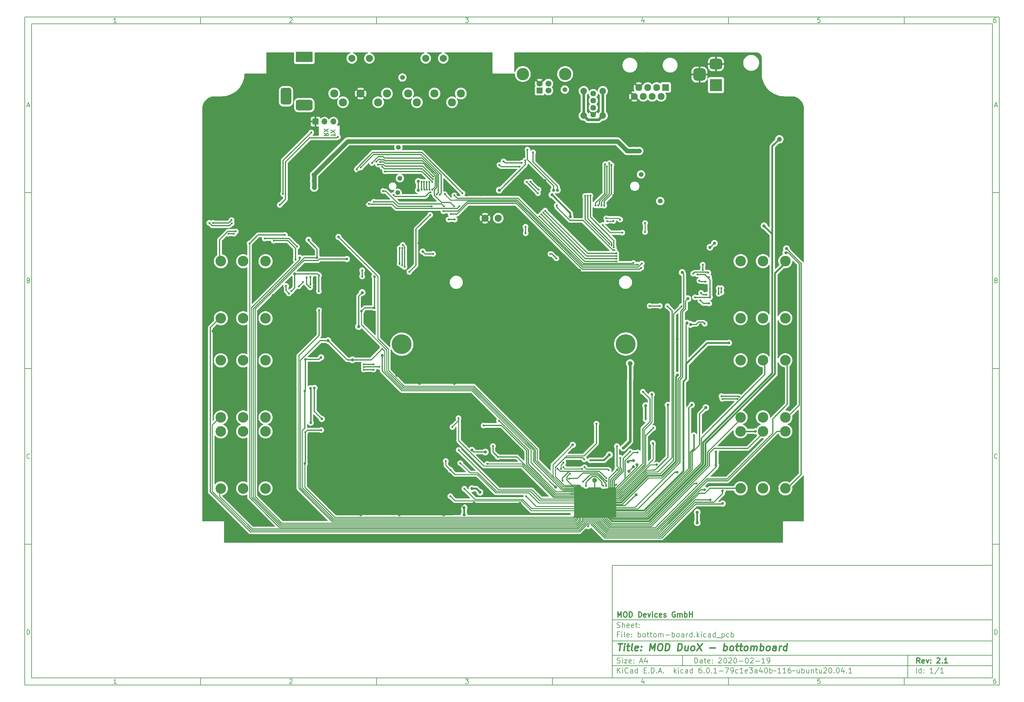
<source format=gbr>
G04 #@! TF.GenerationSoftware,KiCad,Pcbnew,6.0.1-79c1e3a40b~116~ubuntu20.04.1*
G04 #@! TF.CreationDate,2022-01-27T16:10:42+01:00*
G04 #@! TF.ProjectId,bottom-board,626f7474-6f6d-42d6-926f-6172642e6b69,2.1*
G04 #@! TF.SameCoordinates,PX48111b4PY15fd6c8*
G04 #@! TF.FileFunction,Copper,L4,Bot*
G04 #@! TF.FilePolarity,Positive*
%FSLAX46Y46*%
G04 Gerber Fmt 4.6, Leading zero omitted, Abs format (unit mm)*
G04 Created by KiCad (PCBNEW 6.0.1-79c1e3a40b~116~ubuntu20.04.1) date 2022-01-27 16:10:42*
%MOMM*%
%LPD*%
G01*
G04 APERTURE LIST*
G04 Aperture macros list*
%AMRoundRect*
0 Rectangle with rounded corners*
0 $1 Rounding radius*
0 $2 $3 $4 $5 $6 $7 $8 $9 X,Y pos of 4 corners*
0 Add a 4 corners polygon primitive as box body*
4,1,4,$2,$3,$4,$5,$6,$7,$8,$9,$2,$3,0*
0 Add four circle primitives for the rounded corners*
1,1,$1+$1,$2,$3*
1,1,$1+$1,$4,$5*
1,1,$1+$1,$6,$7*
1,1,$1+$1,$8,$9*
0 Add four rect primitives between the rounded corners*
20,1,$1+$1,$2,$3,$4,$5,0*
20,1,$1+$1,$4,$5,$6,$7,0*
20,1,$1+$1,$6,$7,$8,$9,0*
20,1,$1+$1,$8,$9,$2,$3,0*%
G04 Aperture macros list end*
%ADD10C,0.100000*%
%ADD11C,0.150000*%
%ADD12C,0.300000*%
%ADD13C,0.400000*%
%ADD14C,0.250000*%
G04 #@! TA.AperFunction,NonConductor*
%ADD15C,0.250000*%
G04 #@! TD*
G04 #@! TA.AperFunction,ComponentPad*
%ADD16C,3.000000*%
G04 #@! TD*
G04 #@! TA.AperFunction,ComponentPad*
%ADD17C,2.000000*%
G04 #@! TD*
G04 #@! TA.AperFunction,ComponentPad*
%ADD18C,2.300000*%
G04 #@! TD*
G04 #@! TA.AperFunction,ComponentPad*
%ADD19R,4.800000X3.000000*%
G04 #@! TD*
G04 #@! TA.AperFunction,ComponentPad*
%ADD20RoundRect,0.750000X-1.650000X0.750000X-1.650000X-0.750000X1.650000X-0.750000X1.650000X0.750000X0*%
G04 #@! TD*
G04 #@! TA.AperFunction,ComponentPad*
%ADD21RoundRect,0.750000X-0.750000X1.650000X-0.750000X-1.650000X0.750000X-1.650000X0.750000X1.650000X0*%
G04 #@! TD*
G04 #@! TA.AperFunction,ComponentPad*
%ADD22R,1.700000X1.700000*%
G04 #@! TD*
G04 #@! TA.AperFunction,ComponentPad*
%ADD23C,1.700000*%
G04 #@! TD*
G04 #@! TA.AperFunction,ComponentPad*
%ADD24C,3.500000*%
G04 #@! TD*
G04 #@! TA.AperFunction,ComponentPad*
%ADD25C,1.620000*%
G04 #@! TD*
G04 #@! TA.AperFunction,ComponentPad*
%ADD26C,1.850000*%
G04 #@! TD*
G04 #@! TA.AperFunction,ComponentPad*
%ADD27O,1.700000X1.700000*%
G04 #@! TD*
G04 #@! TA.AperFunction,ComponentPad*
%ADD28R,3.500000X3.500000*%
G04 #@! TD*
G04 #@! TA.AperFunction,ComponentPad*
%ADD29RoundRect,0.750000X-1.000000X0.750000X-1.000000X-0.750000X1.000000X-0.750000X1.000000X0.750000X0*%
G04 #@! TD*
G04 #@! TA.AperFunction,ComponentPad*
%ADD30RoundRect,0.875000X-0.875000X0.875000X-0.875000X-0.875000X0.875000X-0.875000X0.875000X0.875000X0*%
G04 #@! TD*
G04 #@! TA.AperFunction,ComponentPad*
%ADD31R,1.960000X1.960000*%
G04 #@! TD*
G04 #@! TA.AperFunction,ComponentPad*
%ADD32C,1.960000*%
G04 #@! TD*
G04 #@! TA.AperFunction,ComponentPad*
%ADD33C,5.600000*%
G04 #@! TD*
G04 #@! TA.AperFunction,ViaPad*
%ADD34C,0.900000*%
G04 #@! TD*
G04 #@! TA.AperFunction,ViaPad*
%ADD35C,0.600000*%
G04 #@! TD*
G04 #@! TA.AperFunction,ViaPad*
%ADD36C,1.350000*%
G04 #@! TD*
G04 #@! TA.AperFunction,ViaPad*
%ADD37C,0.750000*%
G04 #@! TD*
G04 #@! TA.AperFunction,ViaPad*
%ADD38C,0.800000*%
G04 #@! TD*
G04 #@! TA.AperFunction,Conductor*
%ADD39C,0.762000*%
G04 #@! TD*
G04 #@! TA.AperFunction,Conductor*
%ADD40C,0.304800*%
G04 #@! TD*
G04 #@! TA.AperFunction,Conductor*
%ADD41C,0.254000*%
G04 #@! TD*
G04 #@! TA.AperFunction,Conductor*
%ADD42C,0.381000*%
G04 #@! TD*
G04 #@! TA.AperFunction,Conductor*
%ADD43C,0.508000*%
G04 #@! TD*
G04 #@! TA.AperFunction,Conductor*
%ADD44C,1.270000*%
G04 #@! TD*
G04 APERTURE END LIST*
D10*
D11*
X101434660Y-142949080D02*
X101434660Y-174949080D01*
X209434660Y-174949080D01*
X209434660Y-142949080D01*
X101434660Y-142949080D01*
D10*
D11*
X-65567540Y13058120D02*
X-65567540Y-176949080D01*
X211434660Y-176949080D01*
X211434660Y13058120D01*
X-65567540Y13058120D01*
D10*
D11*
X-63567540Y11058120D02*
X-63567540Y-174949080D01*
X209434660Y-174949080D01*
X209434660Y11058120D01*
X-63567540Y11058120D01*
D10*
D11*
X-15567540Y11058120D02*
X-15567540Y13058120D01*
D10*
D11*
X34432460Y11058120D02*
X34432460Y13058120D01*
D10*
D11*
X84432460Y11058120D02*
X84432460Y13058120D01*
D10*
D11*
X134432460Y11058120D02*
X134432460Y13058120D01*
D10*
D11*
X184432460Y11058120D02*
X184432460Y13058120D01*
D10*
D11*
X-39502064Y11470025D02*
X-40244921Y11470025D01*
X-39873493Y11470025D02*
X-39873493Y12770025D01*
X-39997302Y12584311D01*
X-40121112Y12460501D01*
X-40244921Y12398597D01*
D10*
D11*
X9755079Y12646216D02*
X9816983Y12708120D01*
X9940793Y12770025D01*
X10250317Y12770025D01*
X10374126Y12708120D01*
X10436031Y12646216D01*
X10497936Y12522406D01*
X10497936Y12398597D01*
X10436031Y12212882D01*
X9693174Y11470025D01*
X10497936Y11470025D01*
D10*
D11*
X59693174Y12770025D02*
X60497936Y12770025D01*
X60064602Y12274787D01*
X60250317Y12274787D01*
X60374126Y12212882D01*
X60436031Y12150978D01*
X60497936Y12027168D01*
X60497936Y11717644D01*
X60436031Y11593835D01*
X60374126Y11531930D01*
X60250317Y11470025D01*
X59878888Y11470025D01*
X59755079Y11531930D01*
X59693174Y11593835D01*
D10*
D11*
X110374126Y12336692D02*
X110374126Y11470025D01*
X110064602Y12831930D02*
X109755079Y11903359D01*
X110559840Y11903359D01*
D10*
D11*
X160436031Y12770025D02*
X159816983Y12770025D01*
X159755079Y12150978D01*
X159816983Y12212882D01*
X159940793Y12274787D01*
X160250317Y12274787D01*
X160374126Y12212882D01*
X160436031Y12150978D01*
X160497936Y12027168D01*
X160497936Y11717644D01*
X160436031Y11593835D01*
X160374126Y11531930D01*
X160250317Y11470025D01*
X159940793Y11470025D01*
X159816983Y11531930D01*
X159755079Y11593835D01*
D10*
D11*
X210374126Y12770025D02*
X210126507Y12770025D01*
X210002698Y12708120D01*
X209940793Y12646216D01*
X209816983Y12460501D01*
X209755079Y12212882D01*
X209755079Y11717644D01*
X209816983Y11593835D01*
X209878888Y11531930D01*
X210002698Y11470025D01*
X210250317Y11470025D01*
X210374126Y11531930D01*
X210436031Y11593835D01*
X210497936Y11717644D01*
X210497936Y12027168D01*
X210436031Y12150978D01*
X210374126Y12212882D01*
X210250317Y12274787D01*
X210002698Y12274787D01*
X209878888Y12212882D01*
X209816983Y12150978D01*
X209755079Y12027168D01*
D10*
D11*
X-15567540Y-174949080D02*
X-15567540Y-176949080D01*
D10*
D11*
X34432460Y-174949080D02*
X34432460Y-176949080D01*
D10*
D11*
X84432460Y-174949080D02*
X84432460Y-176949080D01*
D10*
D11*
X134432460Y-174949080D02*
X134432460Y-176949080D01*
D10*
D11*
X184432460Y-174949080D02*
X184432460Y-176949080D01*
D10*
D11*
X-39502064Y-176537175D02*
X-40244921Y-176537175D01*
X-39873493Y-176537175D02*
X-39873493Y-175237175D01*
X-39997302Y-175422889D01*
X-40121112Y-175546699D01*
X-40244921Y-175608603D01*
D10*
D11*
X9755079Y-175360984D02*
X9816983Y-175299080D01*
X9940793Y-175237175D01*
X10250317Y-175237175D01*
X10374126Y-175299080D01*
X10436031Y-175360984D01*
X10497936Y-175484794D01*
X10497936Y-175608603D01*
X10436031Y-175794318D01*
X9693174Y-176537175D01*
X10497936Y-176537175D01*
D10*
D11*
X59693174Y-175237175D02*
X60497936Y-175237175D01*
X60064602Y-175732413D01*
X60250317Y-175732413D01*
X60374126Y-175794318D01*
X60436031Y-175856222D01*
X60497936Y-175980032D01*
X60497936Y-176289556D01*
X60436031Y-176413365D01*
X60374126Y-176475270D01*
X60250317Y-176537175D01*
X59878888Y-176537175D01*
X59755079Y-176475270D01*
X59693174Y-176413365D01*
D10*
D11*
X110374126Y-175670508D02*
X110374126Y-176537175D01*
X110064602Y-175175270D02*
X109755079Y-176103841D01*
X110559840Y-176103841D01*
D10*
D11*
X160436031Y-175237175D02*
X159816983Y-175237175D01*
X159755079Y-175856222D01*
X159816983Y-175794318D01*
X159940793Y-175732413D01*
X160250317Y-175732413D01*
X160374126Y-175794318D01*
X160436031Y-175856222D01*
X160497936Y-175980032D01*
X160497936Y-176289556D01*
X160436031Y-176413365D01*
X160374126Y-176475270D01*
X160250317Y-176537175D01*
X159940793Y-176537175D01*
X159816983Y-176475270D01*
X159755079Y-176413365D01*
D10*
D11*
X210374126Y-175237175D02*
X210126507Y-175237175D01*
X210002698Y-175299080D01*
X209940793Y-175360984D01*
X209816983Y-175546699D01*
X209755079Y-175794318D01*
X209755079Y-176289556D01*
X209816983Y-176413365D01*
X209878888Y-176475270D01*
X210002698Y-176537175D01*
X210250317Y-176537175D01*
X210374126Y-176475270D01*
X210436031Y-176413365D01*
X210497936Y-176289556D01*
X210497936Y-175980032D01*
X210436031Y-175856222D01*
X210374126Y-175794318D01*
X210250317Y-175732413D01*
X210002698Y-175732413D01*
X209878888Y-175794318D01*
X209816983Y-175856222D01*
X209755079Y-175980032D01*
D10*
D11*
X-65567540Y-36941880D02*
X-63567540Y-36941880D01*
D10*
D11*
X-65567540Y-86941880D02*
X-63567540Y-86941880D01*
D10*
D11*
X-65567540Y-136941880D02*
X-63567540Y-136941880D01*
D10*
D11*
X-64877064Y-12158546D02*
X-64258017Y-12158546D01*
X-65000874Y-12529975D02*
X-64567540Y-11229975D01*
X-64134207Y-12529975D01*
D10*
D11*
X-64474683Y-61849022D02*
X-64288969Y-61910927D01*
X-64227064Y-61972832D01*
X-64165160Y-62096641D01*
X-64165160Y-62282356D01*
X-64227064Y-62406165D01*
X-64288969Y-62468070D01*
X-64412779Y-62529975D01*
X-64908017Y-62529975D01*
X-64908017Y-61229975D01*
X-64474683Y-61229975D01*
X-64350874Y-61291880D01*
X-64288969Y-61353784D01*
X-64227064Y-61477594D01*
X-64227064Y-61601403D01*
X-64288969Y-61725213D01*
X-64350874Y-61787118D01*
X-64474683Y-61849022D01*
X-64908017Y-61849022D01*
D10*
D11*
X-64165160Y-112406165D02*
X-64227064Y-112468070D01*
X-64412779Y-112529975D01*
X-64536588Y-112529975D01*
X-64722302Y-112468070D01*
X-64846112Y-112344260D01*
X-64908017Y-112220451D01*
X-64969921Y-111972832D01*
X-64969921Y-111787118D01*
X-64908017Y-111539499D01*
X-64846112Y-111415689D01*
X-64722302Y-111291880D01*
X-64536588Y-111229975D01*
X-64412779Y-111229975D01*
X-64227064Y-111291880D01*
X-64165160Y-111353784D01*
D10*
D11*
X-64908017Y-162529975D02*
X-64908017Y-161229975D01*
X-64598493Y-161229975D01*
X-64412779Y-161291880D01*
X-64288969Y-161415689D01*
X-64227064Y-161539499D01*
X-64165160Y-161787118D01*
X-64165160Y-161972832D01*
X-64227064Y-162220451D01*
X-64288969Y-162344260D01*
X-64412779Y-162468070D01*
X-64598493Y-162529975D01*
X-64908017Y-162529975D01*
D10*
D11*
X211434660Y-36941880D02*
X209434660Y-36941880D01*
D10*
D11*
X211434660Y-86941880D02*
X209434660Y-86941880D01*
D10*
D11*
X211434660Y-136941880D02*
X209434660Y-136941880D01*
D10*
D11*
X210125136Y-12158546D02*
X210744183Y-12158546D01*
X210001326Y-12529975D02*
X210434660Y-11229975D01*
X210867993Y-12529975D01*
D10*
D11*
X210527517Y-61849022D02*
X210713231Y-61910927D01*
X210775136Y-61972832D01*
X210837040Y-62096641D01*
X210837040Y-62282356D01*
X210775136Y-62406165D01*
X210713231Y-62468070D01*
X210589421Y-62529975D01*
X210094183Y-62529975D01*
X210094183Y-61229975D01*
X210527517Y-61229975D01*
X210651326Y-61291880D01*
X210713231Y-61353784D01*
X210775136Y-61477594D01*
X210775136Y-61601403D01*
X210713231Y-61725213D01*
X210651326Y-61787118D01*
X210527517Y-61849022D01*
X210094183Y-61849022D01*
D10*
D11*
X210837040Y-112406165D02*
X210775136Y-112468070D01*
X210589421Y-112529975D01*
X210465612Y-112529975D01*
X210279898Y-112468070D01*
X210156088Y-112344260D01*
X210094183Y-112220451D01*
X210032279Y-111972832D01*
X210032279Y-111787118D01*
X210094183Y-111539499D01*
X210156088Y-111415689D01*
X210279898Y-111291880D01*
X210465612Y-111229975D01*
X210589421Y-111229975D01*
X210775136Y-111291880D01*
X210837040Y-111353784D01*
D10*
D11*
X210094183Y-162529975D02*
X210094183Y-161229975D01*
X210403707Y-161229975D01*
X210589421Y-161291880D01*
X210713231Y-161415689D01*
X210775136Y-161539499D01*
X210837040Y-161787118D01*
X210837040Y-161972832D01*
X210775136Y-162220451D01*
X210713231Y-162344260D01*
X210589421Y-162468070D01*
X210403707Y-162529975D01*
X210094183Y-162529975D01*
D10*
D11*
X124866802Y-170727651D02*
X124866802Y-169227651D01*
X125223945Y-169227651D01*
X125438231Y-169299080D01*
X125581088Y-169441937D01*
X125652517Y-169584794D01*
X125723945Y-169870508D01*
X125723945Y-170084794D01*
X125652517Y-170370508D01*
X125581088Y-170513365D01*
X125438231Y-170656222D01*
X125223945Y-170727651D01*
X124866802Y-170727651D01*
X127009660Y-170727651D02*
X127009660Y-169941937D01*
X126938231Y-169799080D01*
X126795374Y-169727651D01*
X126509660Y-169727651D01*
X126366802Y-169799080D01*
X127009660Y-170656222D02*
X126866802Y-170727651D01*
X126509660Y-170727651D01*
X126366802Y-170656222D01*
X126295374Y-170513365D01*
X126295374Y-170370508D01*
X126366802Y-170227651D01*
X126509660Y-170156222D01*
X126866802Y-170156222D01*
X127009660Y-170084794D01*
X127509660Y-169727651D02*
X128081088Y-169727651D01*
X127723945Y-169227651D02*
X127723945Y-170513365D01*
X127795374Y-170656222D01*
X127938231Y-170727651D01*
X128081088Y-170727651D01*
X129152517Y-170656222D02*
X129009660Y-170727651D01*
X128723945Y-170727651D01*
X128581088Y-170656222D01*
X128509660Y-170513365D01*
X128509660Y-169941937D01*
X128581088Y-169799080D01*
X128723945Y-169727651D01*
X129009660Y-169727651D01*
X129152517Y-169799080D01*
X129223945Y-169941937D01*
X129223945Y-170084794D01*
X128509660Y-170227651D01*
X129866802Y-170584794D02*
X129938231Y-170656222D01*
X129866802Y-170727651D01*
X129795374Y-170656222D01*
X129866802Y-170584794D01*
X129866802Y-170727651D01*
X129866802Y-169799080D02*
X129938231Y-169870508D01*
X129866802Y-169941937D01*
X129795374Y-169870508D01*
X129866802Y-169799080D01*
X129866802Y-169941937D01*
X131652517Y-169370508D02*
X131723945Y-169299080D01*
X131866802Y-169227651D01*
X132223945Y-169227651D01*
X132366802Y-169299080D01*
X132438231Y-169370508D01*
X132509660Y-169513365D01*
X132509660Y-169656222D01*
X132438231Y-169870508D01*
X131581088Y-170727651D01*
X132509660Y-170727651D01*
X133438231Y-169227651D02*
X133581088Y-169227651D01*
X133723945Y-169299080D01*
X133795374Y-169370508D01*
X133866802Y-169513365D01*
X133938231Y-169799080D01*
X133938231Y-170156222D01*
X133866802Y-170441937D01*
X133795374Y-170584794D01*
X133723945Y-170656222D01*
X133581088Y-170727651D01*
X133438231Y-170727651D01*
X133295374Y-170656222D01*
X133223945Y-170584794D01*
X133152517Y-170441937D01*
X133081088Y-170156222D01*
X133081088Y-169799080D01*
X133152517Y-169513365D01*
X133223945Y-169370508D01*
X133295374Y-169299080D01*
X133438231Y-169227651D01*
X134509660Y-169370508D02*
X134581088Y-169299080D01*
X134723945Y-169227651D01*
X135081088Y-169227651D01*
X135223945Y-169299080D01*
X135295374Y-169370508D01*
X135366802Y-169513365D01*
X135366802Y-169656222D01*
X135295374Y-169870508D01*
X134438231Y-170727651D01*
X135366802Y-170727651D01*
X136295374Y-169227651D02*
X136438231Y-169227651D01*
X136581088Y-169299080D01*
X136652517Y-169370508D01*
X136723945Y-169513365D01*
X136795374Y-169799080D01*
X136795374Y-170156222D01*
X136723945Y-170441937D01*
X136652517Y-170584794D01*
X136581088Y-170656222D01*
X136438231Y-170727651D01*
X136295374Y-170727651D01*
X136152517Y-170656222D01*
X136081088Y-170584794D01*
X136009660Y-170441937D01*
X135938231Y-170156222D01*
X135938231Y-169799080D01*
X136009660Y-169513365D01*
X136081088Y-169370508D01*
X136152517Y-169299080D01*
X136295374Y-169227651D01*
X137438231Y-170156222D02*
X138581088Y-170156222D01*
X139581088Y-169227651D02*
X139723945Y-169227651D01*
X139866802Y-169299080D01*
X139938231Y-169370508D01*
X140009660Y-169513365D01*
X140081088Y-169799080D01*
X140081088Y-170156222D01*
X140009660Y-170441937D01*
X139938231Y-170584794D01*
X139866802Y-170656222D01*
X139723945Y-170727651D01*
X139581088Y-170727651D01*
X139438231Y-170656222D01*
X139366802Y-170584794D01*
X139295374Y-170441937D01*
X139223945Y-170156222D01*
X139223945Y-169799080D01*
X139295374Y-169513365D01*
X139366802Y-169370508D01*
X139438231Y-169299080D01*
X139581088Y-169227651D01*
X140652517Y-169370508D02*
X140723945Y-169299080D01*
X140866802Y-169227651D01*
X141223945Y-169227651D01*
X141366802Y-169299080D01*
X141438231Y-169370508D01*
X141509660Y-169513365D01*
X141509660Y-169656222D01*
X141438231Y-169870508D01*
X140581088Y-170727651D01*
X141509660Y-170727651D01*
X142152517Y-170156222D02*
X143295374Y-170156222D01*
X144795374Y-170727651D02*
X143938231Y-170727651D01*
X144366802Y-170727651D02*
X144366802Y-169227651D01*
X144223945Y-169441937D01*
X144081088Y-169584794D01*
X143938231Y-169656222D01*
X145509660Y-170727651D02*
X145795374Y-170727651D01*
X145938231Y-170656222D01*
X146009660Y-170584794D01*
X146152517Y-170370508D01*
X146223945Y-170084794D01*
X146223945Y-169513365D01*
X146152517Y-169370508D01*
X146081088Y-169299080D01*
X145938231Y-169227651D01*
X145652517Y-169227651D01*
X145509660Y-169299080D01*
X145438231Y-169370508D01*
X145366802Y-169513365D01*
X145366802Y-169870508D01*
X145438231Y-170013365D01*
X145509660Y-170084794D01*
X145652517Y-170156222D01*
X145938231Y-170156222D01*
X146081088Y-170084794D01*
X146152517Y-170013365D01*
X146223945Y-169870508D01*
D10*
D11*
X101434660Y-171449080D02*
X209434660Y-171449080D01*
D10*
D11*
X102866802Y-173527651D02*
X102866802Y-172027651D01*
X103723945Y-173527651D02*
X103081088Y-172670508D01*
X103723945Y-172027651D02*
X102866802Y-172884794D01*
X104366802Y-173527651D02*
X104366802Y-172527651D01*
X104366802Y-172027651D02*
X104295374Y-172099080D01*
X104366802Y-172170508D01*
X104438231Y-172099080D01*
X104366802Y-172027651D01*
X104366802Y-172170508D01*
X105938231Y-173384794D02*
X105866802Y-173456222D01*
X105652517Y-173527651D01*
X105509660Y-173527651D01*
X105295374Y-173456222D01*
X105152517Y-173313365D01*
X105081088Y-173170508D01*
X105009660Y-172884794D01*
X105009660Y-172670508D01*
X105081088Y-172384794D01*
X105152517Y-172241937D01*
X105295374Y-172099080D01*
X105509660Y-172027651D01*
X105652517Y-172027651D01*
X105866802Y-172099080D01*
X105938231Y-172170508D01*
X107223945Y-173527651D02*
X107223945Y-172741937D01*
X107152517Y-172599080D01*
X107009660Y-172527651D01*
X106723945Y-172527651D01*
X106581088Y-172599080D01*
X107223945Y-173456222D02*
X107081088Y-173527651D01*
X106723945Y-173527651D01*
X106581088Y-173456222D01*
X106509660Y-173313365D01*
X106509660Y-173170508D01*
X106581088Y-173027651D01*
X106723945Y-172956222D01*
X107081088Y-172956222D01*
X107223945Y-172884794D01*
X108581088Y-173527651D02*
X108581088Y-172027651D01*
X108581088Y-173456222D02*
X108438231Y-173527651D01*
X108152517Y-173527651D01*
X108009660Y-173456222D01*
X107938231Y-173384794D01*
X107866802Y-173241937D01*
X107866802Y-172813365D01*
X107938231Y-172670508D01*
X108009660Y-172599080D01*
X108152517Y-172527651D01*
X108438231Y-172527651D01*
X108581088Y-172599080D01*
X110438231Y-172741937D02*
X110938231Y-172741937D01*
X111152517Y-173527651D02*
X110438231Y-173527651D01*
X110438231Y-172027651D01*
X111152517Y-172027651D01*
X111795374Y-173384794D02*
X111866802Y-173456222D01*
X111795374Y-173527651D01*
X111723945Y-173456222D01*
X111795374Y-173384794D01*
X111795374Y-173527651D01*
X112509660Y-173527651D02*
X112509660Y-172027651D01*
X112866802Y-172027651D01*
X113081088Y-172099080D01*
X113223945Y-172241937D01*
X113295374Y-172384794D01*
X113366802Y-172670508D01*
X113366802Y-172884794D01*
X113295374Y-173170508D01*
X113223945Y-173313365D01*
X113081088Y-173456222D01*
X112866802Y-173527651D01*
X112509660Y-173527651D01*
X114009660Y-173384794D02*
X114081088Y-173456222D01*
X114009660Y-173527651D01*
X113938231Y-173456222D01*
X114009660Y-173384794D01*
X114009660Y-173527651D01*
X114652517Y-173099080D02*
X115366802Y-173099080D01*
X114509660Y-173527651D02*
X115009660Y-172027651D01*
X115509660Y-173527651D01*
X116009660Y-173384794D02*
X116081088Y-173456222D01*
X116009660Y-173527651D01*
X115938231Y-173456222D01*
X116009660Y-173384794D01*
X116009660Y-173527651D01*
X119009660Y-173527651D02*
X119009660Y-172027651D01*
X119152517Y-172956222D02*
X119581088Y-173527651D01*
X119581088Y-172527651D02*
X119009660Y-173099080D01*
X120223945Y-173527651D02*
X120223945Y-172527651D01*
X120223945Y-172027651D02*
X120152517Y-172099080D01*
X120223945Y-172170508D01*
X120295374Y-172099080D01*
X120223945Y-172027651D01*
X120223945Y-172170508D01*
X121581088Y-173456222D02*
X121438231Y-173527651D01*
X121152517Y-173527651D01*
X121009660Y-173456222D01*
X120938231Y-173384794D01*
X120866802Y-173241937D01*
X120866802Y-172813365D01*
X120938231Y-172670508D01*
X121009660Y-172599080D01*
X121152517Y-172527651D01*
X121438231Y-172527651D01*
X121581088Y-172599080D01*
X122866802Y-173527651D02*
X122866802Y-172741937D01*
X122795374Y-172599080D01*
X122652517Y-172527651D01*
X122366802Y-172527651D01*
X122223945Y-172599080D01*
X122866802Y-173456222D02*
X122723945Y-173527651D01*
X122366802Y-173527651D01*
X122223945Y-173456222D01*
X122152517Y-173313365D01*
X122152517Y-173170508D01*
X122223945Y-173027651D01*
X122366802Y-172956222D01*
X122723945Y-172956222D01*
X122866802Y-172884794D01*
X124223945Y-173527651D02*
X124223945Y-172027651D01*
X124223945Y-173456222D02*
X124081088Y-173527651D01*
X123795374Y-173527651D01*
X123652517Y-173456222D01*
X123581088Y-173384794D01*
X123509660Y-173241937D01*
X123509660Y-172813365D01*
X123581088Y-172670508D01*
X123652517Y-172599080D01*
X123795374Y-172527651D01*
X124081088Y-172527651D01*
X124223945Y-172599080D01*
X126723945Y-172027651D02*
X126438231Y-172027651D01*
X126295374Y-172099080D01*
X126223945Y-172170508D01*
X126081088Y-172384794D01*
X126009660Y-172670508D01*
X126009660Y-173241937D01*
X126081088Y-173384794D01*
X126152517Y-173456222D01*
X126295374Y-173527651D01*
X126581088Y-173527651D01*
X126723945Y-173456222D01*
X126795374Y-173384794D01*
X126866802Y-173241937D01*
X126866802Y-172884794D01*
X126795374Y-172741937D01*
X126723945Y-172670508D01*
X126581088Y-172599080D01*
X126295374Y-172599080D01*
X126152517Y-172670508D01*
X126081088Y-172741937D01*
X126009660Y-172884794D01*
X127509660Y-173384794D02*
X127581088Y-173456222D01*
X127509660Y-173527651D01*
X127438231Y-173456222D01*
X127509660Y-173384794D01*
X127509660Y-173527651D01*
X128509660Y-172027651D02*
X128652517Y-172027651D01*
X128795374Y-172099080D01*
X128866802Y-172170508D01*
X128938231Y-172313365D01*
X129009660Y-172599080D01*
X129009660Y-172956222D01*
X128938231Y-173241937D01*
X128866802Y-173384794D01*
X128795374Y-173456222D01*
X128652517Y-173527651D01*
X128509660Y-173527651D01*
X128366802Y-173456222D01*
X128295374Y-173384794D01*
X128223945Y-173241937D01*
X128152517Y-172956222D01*
X128152517Y-172599080D01*
X128223945Y-172313365D01*
X128295374Y-172170508D01*
X128366802Y-172099080D01*
X128509660Y-172027651D01*
X129652517Y-173384794D02*
X129723945Y-173456222D01*
X129652517Y-173527651D01*
X129581088Y-173456222D01*
X129652517Y-173384794D01*
X129652517Y-173527651D01*
X131152517Y-173527651D02*
X130295374Y-173527651D01*
X130723945Y-173527651D02*
X130723945Y-172027651D01*
X130581088Y-172241937D01*
X130438231Y-172384794D01*
X130295374Y-172456222D01*
X131795374Y-172956222D02*
X132938231Y-172956222D01*
X133509660Y-172027651D02*
X134509660Y-172027651D01*
X133866802Y-173527651D01*
X135152517Y-173527651D02*
X135438231Y-173527651D01*
X135581088Y-173456222D01*
X135652517Y-173384794D01*
X135795374Y-173170508D01*
X135866802Y-172884794D01*
X135866802Y-172313365D01*
X135795374Y-172170508D01*
X135723945Y-172099080D01*
X135581088Y-172027651D01*
X135295374Y-172027651D01*
X135152517Y-172099080D01*
X135081088Y-172170508D01*
X135009660Y-172313365D01*
X135009660Y-172670508D01*
X135081088Y-172813365D01*
X135152517Y-172884794D01*
X135295374Y-172956222D01*
X135581088Y-172956222D01*
X135723945Y-172884794D01*
X135795374Y-172813365D01*
X135866802Y-172670508D01*
X137152517Y-173456222D02*
X137009660Y-173527651D01*
X136723945Y-173527651D01*
X136581088Y-173456222D01*
X136509660Y-173384794D01*
X136438231Y-173241937D01*
X136438231Y-172813365D01*
X136509660Y-172670508D01*
X136581088Y-172599080D01*
X136723945Y-172527651D01*
X137009660Y-172527651D01*
X137152517Y-172599080D01*
X138581088Y-173527651D02*
X137723945Y-173527651D01*
X138152517Y-173527651D02*
X138152517Y-172027651D01*
X138009660Y-172241937D01*
X137866802Y-172384794D01*
X137723945Y-172456222D01*
X139795374Y-173456222D02*
X139652517Y-173527651D01*
X139366802Y-173527651D01*
X139223945Y-173456222D01*
X139152517Y-173313365D01*
X139152517Y-172741937D01*
X139223945Y-172599080D01*
X139366802Y-172527651D01*
X139652517Y-172527651D01*
X139795374Y-172599080D01*
X139866802Y-172741937D01*
X139866802Y-172884794D01*
X139152517Y-173027651D01*
X140366802Y-172027651D02*
X141295374Y-172027651D01*
X140795374Y-172599080D01*
X141009660Y-172599080D01*
X141152517Y-172670508D01*
X141223945Y-172741937D01*
X141295374Y-172884794D01*
X141295374Y-173241937D01*
X141223945Y-173384794D01*
X141152517Y-173456222D01*
X141009660Y-173527651D01*
X140581088Y-173527651D01*
X140438231Y-173456222D01*
X140366802Y-173384794D01*
X142581088Y-173527651D02*
X142581088Y-172741937D01*
X142509660Y-172599080D01*
X142366802Y-172527651D01*
X142081088Y-172527651D01*
X141938231Y-172599080D01*
X142581088Y-173456222D02*
X142438231Y-173527651D01*
X142081088Y-173527651D01*
X141938231Y-173456222D01*
X141866802Y-173313365D01*
X141866802Y-173170508D01*
X141938231Y-173027651D01*
X142081088Y-172956222D01*
X142438231Y-172956222D01*
X142581088Y-172884794D01*
X143938231Y-172527651D02*
X143938231Y-173527651D01*
X143581088Y-171956222D02*
X143223945Y-173027651D01*
X144152517Y-173027651D01*
X145009660Y-172027651D02*
X145152517Y-172027651D01*
X145295374Y-172099080D01*
X145366802Y-172170508D01*
X145438231Y-172313365D01*
X145509660Y-172599080D01*
X145509660Y-172956222D01*
X145438231Y-173241937D01*
X145366802Y-173384794D01*
X145295374Y-173456222D01*
X145152517Y-173527651D01*
X145009660Y-173527651D01*
X144866802Y-173456222D01*
X144795374Y-173384794D01*
X144723945Y-173241937D01*
X144652517Y-172956222D01*
X144652517Y-172599080D01*
X144723945Y-172313365D01*
X144795374Y-172170508D01*
X144866802Y-172099080D01*
X145009660Y-172027651D01*
X146152517Y-173527651D02*
X146152517Y-172027651D01*
X146152517Y-172599080D02*
X146295374Y-172527651D01*
X146581088Y-172527651D01*
X146723945Y-172599080D01*
X146795374Y-172670508D01*
X146866802Y-172813365D01*
X146866802Y-173241937D01*
X146795374Y-173384794D01*
X146723945Y-173456222D01*
X146581088Y-173527651D01*
X146295374Y-173527651D01*
X146152517Y-173456222D01*
X147295374Y-172956222D02*
X147366802Y-172884794D01*
X147509660Y-172813365D01*
X147795374Y-172956222D01*
X147938231Y-172884794D01*
X148009660Y-172813365D01*
X149366802Y-173527651D02*
X148509660Y-173527651D01*
X148938231Y-173527651D02*
X148938231Y-172027651D01*
X148795374Y-172241937D01*
X148652517Y-172384794D01*
X148509660Y-172456222D01*
X150795374Y-173527651D02*
X149938231Y-173527651D01*
X150366802Y-173527651D02*
X150366802Y-172027651D01*
X150223945Y-172241937D01*
X150081088Y-172384794D01*
X149938231Y-172456222D01*
X152081088Y-172027651D02*
X151795374Y-172027651D01*
X151652517Y-172099080D01*
X151581088Y-172170508D01*
X151438231Y-172384794D01*
X151366802Y-172670508D01*
X151366802Y-173241937D01*
X151438231Y-173384794D01*
X151509659Y-173456222D01*
X151652517Y-173527651D01*
X151938231Y-173527651D01*
X152081088Y-173456222D01*
X152152517Y-173384794D01*
X152223945Y-173241937D01*
X152223945Y-172884794D01*
X152152517Y-172741937D01*
X152081088Y-172670508D01*
X151938231Y-172599080D01*
X151652517Y-172599080D01*
X151509659Y-172670508D01*
X151438231Y-172741937D01*
X151366802Y-172884794D01*
X152652517Y-172956222D02*
X152723945Y-172884794D01*
X152866802Y-172813365D01*
X153152517Y-172956222D01*
X153295374Y-172884794D01*
X153366802Y-172813365D01*
X154581088Y-172527651D02*
X154581088Y-173527651D01*
X153938231Y-172527651D02*
X153938231Y-173313365D01*
X154009659Y-173456222D01*
X154152517Y-173527651D01*
X154366802Y-173527651D01*
X154509659Y-173456222D01*
X154581088Y-173384794D01*
X155295374Y-173527651D02*
X155295374Y-172027651D01*
X155295374Y-172599080D02*
X155438231Y-172527651D01*
X155723945Y-172527651D01*
X155866802Y-172599080D01*
X155938231Y-172670508D01*
X156009660Y-172813365D01*
X156009660Y-173241937D01*
X155938231Y-173384794D01*
X155866802Y-173456222D01*
X155723945Y-173527651D01*
X155438231Y-173527651D01*
X155295374Y-173456222D01*
X157295374Y-172527651D02*
X157295374Y-173527651D01*
X156652517Y-172527651D02*
X156652517Y-173313365D01*
X156723945Y-173456222D01*
X156866802Y-173527651D01*
X157081088Y-173527651D01*
X157223945Y-173456222D01*
X157295374Y-173384794D01*
X158009660Y-172527651D02*
X158009660Y-173527651D01*
X158009660Y-172670508D02*
X158081088Y-172599080D01*
X158223945Y-172527651D01*
X158438231Y-172527651D01*
X158581088Y-172599080D01*
X158652517Y-172741937D01*
X158652517Y-173527651D01*
X159152517Y-172527651D02*
X159723945Y-172527651D01*
X159366802Y-172027651D02*
X159366802Y-173313365D01*
X159438231Y-173456222D01*
X159581088Y-173527651D01*
X159723945Y-173527651D01*
X160866802Y-172527651D02*
X160866802Y-173527651D01*
X160223945Y-172527651D02*
X160223945Y-173313365D01*
X160295374Y-173456222D01*
X160438231Y-173527651D01*
X160652517Y-173527651D01*
X160795374Y-173456222D01*
X160866802Y-173384794D01*
X161509660Y-172170508D02*
X161581088Y-172099080D01*
X161723945Y-172027651D01*
X162081088Y-172027651D01*
X162223945Y-172099080D01*
X162295374Y-172170508D01*
X162366802Y-172313365D01*
X162366802Y-172456222D01*
X162295374Y-172670508D01*
X161438231Y-173527651D01*
X162366802Y-173527651D01*
X163295374Y-172027651D02*
X163438231Y-172027651D01*
X163581088Y-172099080D01*
X163652517Y-172170508D01*
X163723945Y-172313365D01*
X163795374Y-172599080D01*
X163795374Y-172956222D01*
X163723945Y-173241937D01*
X163652517Y-173384794D01*
X163581088Y-173456222D01*
X163438231Y-173527651D01*
X163295374Y-173527651D01*
X163152517Y-173456222D01*
X163081088Y-173384794D01*
X163009660Y-173241937D01*
X162938231Y-172956222D01*
X162938231Y-172599080D01*
X163009660Y-172313365D01*
X163081088Y-172170508D01*
X163152517Y-172099080D01*
X163295374Y-172027651D01*
X164438231Y-173384794D02*
X164509659Y-173456222D01*
X164438231Y-173527651D01*
X164366802Y-173456222D01*
X164438231Y-173384794D01*
X164438231Y-173527651D01*
X165438231Y-172027651D02*
X165581088Y-172027651D01*
X165723945Y-172099080D01*
X165795374Y-172170508D01*
X165866802Y-172313365D01*
X165938231Y-172599080D01*
X165938231Y-172956222D01*
X165866802Y-173241937D01*
X165795374Y-173384794D01*
X165723945Y-173456222D01*
X165581088Y-173527651D01*
X165438231Y-173527651D01*
X165295374Y-173456222D01*
X165223945Y-173384794D01*
X165152517Y-173241937D01*
X165081088Y-172956222D01*
X165081088Y-172599080D01*
X165152517Y-172313365D01*
X165223945Y-172170508D01*
X165295374Y-172099080D01*
X165438231Y-172027651D01*
X167223945Y-172527651D02*
X167223945Y-173527651D01*
X166866802Y-171956222D02*
X166509659Y-173027651D01*
X167438231Y-173027651D01*
X168009659Y-173384794D02*
X168081088Y-173456222D01*
X168009659Y-173527651D01*
X167938231Y-173456222D01*
X168009659Y-173384794D01*
X168009659Y-173527651D01*
X169509659Y-173527651D02*
X168652517Y-173527651D01*
X169081088Y-173527651D02*
X169081088Y-172027651D01*
X168938231Y-172241937D01*
X168795374Y-172384794D01*
X168652517Y-172456222D01*
D10*
D11*
X101434660Y-168449080D02*
X209434660Y-168449080D01*
D10*
D12*
X188843945Y-170727651D02*
X188343945Y-170013365D01*
X187986802Y-170727651D02*
X187986802Y-169227651D01*
X188558231Y-169227651D01*
X188701088Y-169299080D01*
X188772517Y-169370508D01*
X188843945Y-169513365D01*
X188843945Y-169727651D01*
X188772517Y-169870508D01*
X188701088Y-169941937D01*
X188558231Y-170013365D01*
X187986802Y-170013365D01*
X190058231Y-170656222D02*
X189915374Y-170727651D01*
X189629660Y-170727651D01*
X189486802Y-170656222D01*
X189415374Y-170513365D01*
X189415374Y-169941937D01*
X189486802Y-169799080D01*
X189629660Y-169727651D01*
X189915374Y-169727651D01*
X190058231Y-169799080D01*
X190129660Y-169941937D01*
X190129660Y-170084794D01*
X189415374Y-170227651D01*
X190629660Y-169727651D02*
X190986802Y-170727651D01*
X191343945Y-169727651D01*
X191915374Y-170584794D02*
X191986802Y-170656222D01*
X191915374Y-170727651D01*
X191843945Y-170656222D01*
X191915374Y-170584794D01*
X191915374Y-170727651D01*
X191915374Y-169799080D02*
X191986802Y-169870508D01*
X191915374Y-169941937D01*
X191843945Y-169870508D01*
X191915374Y-169799080D01*
X191915374Y-169941937D01*
X193701088Y-169370508D02*
X193772517Y-169299080D01*
X193915374Y-169227651D01*
X194272517Y-169227651D01*
X194415374Y-169299080D01*
X194486802Y-169370508D01*
X194558231Y-169513365D01*
X194558231Y-169656222D01*
X194486802Y-169870508D01*
X193629660Y-170727651D01*
X194558231Y-170727651D01*
X195201088Y-170584794D02*
X195272517Y-170656222D01*
X195201088Y-170727651D01*
X195129660Y-170656222D01*
X195201088Y-170584794D01*
X195201088Y-170727651D01*
X196701088Y-170727651D02*
X195843945Y-170727651D01*
X196272517Y-170727651D02*
X196272517Y-169227651D01*
X196129660Y-169441937D01*
X195986802Y-169584794D01*
X195843945Y-169656222D01*
D10*
D11*
X102795374Y-170656222D02*
X103009660Y-170727651D01*
X103366802Y-170727651D01*
X103509660Y-170656222D01*
X103581088Y-170584794D01*
X103652517Y-170441937D01*
X103652517Y-170299080D01*
X103581088Y-170156222D01*
X103509660Y-170084794D01*
X103366802Y-170013365D01*
X103081088Y-169941937D01*
X102938231Y-169870508D01*
X102866802Y-169799080D01*
X102795374Y-169656222D01*
X102795374Y-169513365D01*
X102866802Y-169370508D01*
X102938231Y-169299080D01*
X103081088Y-169227651D01*
X103438231Y-169227651D01*
X103652517Y-169299080D01*
X104295374Y-170727651D02*
X104295374Y-169727651D01*
X104295374Y-169227651D02*
X104223945Y-169299080D01*
X104295374Y-169370508D01*
X104366802Y-169299080D01*
X104295374Y-169227651D01*
X104295374Y-169370508D01*
X104866802Y-169727651D02*
X105652517Y-169727651D01*
X104866802Y-170727651D01*
X105652517Y-170727651D01*
X106795374Y-170656222D02*
X106652517Y-170727651D01*
X106366802Y-170727651D01*
X106223945Y-170656222D01*
X106152517Y-170513365D01*
X106152517Y-169941937D01*
X106223945Y-169799080D01*
X106366802Y-169727651D01*
X106652517Y-169727651D01*
X106795374Y-169799080D01*
X106866802Y-169941937D01*
X106866802Y-170084794D01*
X106152517Y-170227651D01*
X107509660Y-170584794D02*
X107581088Y-170656222D01*
X107509660Y-170727651D01*
X107438231Y-170656222D01*
X107509660Y-170584794D01*
X107509660Y-170727651D01*
X107509660Y-169799080D02*
X107581088Y-169870508D01*
X107509660Y-169941937D01*
X107438231Y-169870508D01*
X107509660Y-169799080D01*
X107509660Y-169941937D01*
X109295374Y-170299080D02*
X110009660Y-170299080D01*
X109152517Y-170727651D02*
X109652517Y-169227651D01*
X110152517Y-170727651D01*
X111295374Y-169727651D02*
X111295374Y-170727651D01*
X110938231Y-169156222D02*
X110581088Y-170227651D01*
X111509660Y-170227651D01*
D10*
D11*
X187866802Y-173527651D02*
X187866802Y-172027651D01*
X189223945Y-173527651D02*
X189223945Y-172027651D01*
X189223945Y-173456222D02*
X189081088Y-173527651D01*
X188795374Y-173527651D01*
X188652517Y-173456222D01*
X188581088Y-173384794D01*
X188509660Y-173241937D01*
X188509660Y-172813365D01*
X188581088Y-172670508D01*
X188652517Y-172599080D01*
X188795374Y-172527651D01*
X189081088Y-172527651D01*
X189223945Y-172599080D01*
X189938231Y-173384794D02*
X190009660Y-173456222D01*
X189938231Y-173527651D01*
X189866802Y-173456222D01*
X189938231Y-173384794D01*
X189938231Y-173527651D01*
X189938231Y-172599080D02*
X190009660Y-172670508D01*
X189938231Y-172741937D01*
X189866802Y-172670508D01*
X189938231Y-172599080D01*
X189938231Y-172741937D01*
X192581088Y-173527651D02*
X191723945Y-173527651D01*
X192152517Y-173527651D02*
X192152517Y-172027651D01*
X192009660Y-172241937D01*
X191866802Y-172384794D01*
X191723945Y-172456222D01*
X194295374Y-171956222D02*
X193009660Y-173884794D01*
X195581088Y-173527651D02*
X194723945Y-173527651D01*
X195152517Y-173527651D02*
X195152517Y-172027651D01*
X195009660Y-172241937D01*
X194866802Y-172384794D01*
X194723945Y-172456222D01*
D10*
D11*
X101434660Y-164449080D02*
X209434660Y-164449080D01*
D10*
D13*
X103147040Y-165153841D02*
X104289898Y-165153841D01*
X103468469Y-167153841D02*
X103718469Y-165153841D01*
X104706564Y-167153841D02*
X104873231Y-165820508D01*
X104956564Y-165153841D02*
X104849421Y-165249080D01*
X104932755Y-165344318D01*
X105039898Y-165249080D01*
X104956564Y-165153841D01*
X104932755Y-165344318D01*
X105539898Y-165820508D02*
X106301802Y-165820508D01*
X105908945Y-165153841D02*
X105694660Y-166868127D01*
X105766088Y-167058603D01*
X105944660Y-167153841D01*
X106135136Y-167153841D01*
X107087517Y-167153841D02*
X106908945Y-167058603D01*
X106837517Y-166868127D01*
X107051802Y-165153841D01*
X108623231Y-167058603D02*
X108420850Y-167153841D01*
X108039898Y-167153841D01*
X107861326Y-167058603D01*
X107789898Y-166868127D01*
X107885136Y-166106222D01*
X108004183Y-165915746D01*
X108206564Y-165820508D01*
X108587517Y-165820508D01*
X108766088Y-165915746D01*
X108837517Y-166106222D01*
X108813707Y-166296699D01*
X107837517Y-166487175D01*
X109587517Y-166963365D02*
X109670850Y-167058603D01*
X109563707Y-167153841D01*
X109480374Y-167058603D01*
X109587517Y-166963365D01*
X109563707Y-167153841D01*
X109718469Y-165915746D02*
X109801802Y-166010984D01*
X109694660Y-166106222D01*
X109611326Y-166010984D01*
X109718469Y-165915746D01*
X109694660Y-166106222D01*
X112039898Y-167153841D02*
X112289898Y-165153841D01*
X112777993Y-166582413D01*
X113623231Y-165153841D01*
X113373231Y-167153841D01*
X114956564Y-165153841D02*
X115337517Y-165153841D01*
X115516088Y-165249080D01*
X115682755Y-165439556D01*
X115730374Y-165820508D01*
X115647040Y-166487175D01*
X115504183Y-166868127D01*
X115289898Y-167058603D01*
X115087517Y-167153841D01*
X114706564Y-167153841D01*
X114527993Y-167058603D01*
X114361326Y-166868127D01*
X114313707Y-166487175D01*
X114397040Y-165820508D01*
X114539898Y-165439556D01*
X114754183Y-165249080D01*
X114956564Y-165153841D01*
X116420850Y-167153841D02*
X116670850Y-165153841D01*
X117147040Y-165153841D01*
X117420850Y-165249080D01*
X117587517Y-165439556D01*
X117658945Y-165630032D01*
X117706564Y-166010984D01*
X117670850Y-166296699D01*
X117527993Y-166677651D01*
X117408945Y-166868127D01*
X117194660Y-167058603D01*
X116897040Y-167153841D01*
X116420850Y-167153841D01*
X119944660Y-167153841D02*
X120194660Y-165153841D01*
X120670850Y-165153841D01*
X120944660Y-165249080D01*
X121111326Y-165439556D01*
X121182755Y-165630032D01*
X121230374Y-166010984D01*
X121194660Y-166296699D01*
X121051802Y-166677651D01*
X120932755Y-166868127D01*
X120718469Y-167058603D01*
X120420850Y-167153841D01*
X119944660Y-167153841D01*
X122968469Y-165820508D02*
X122801802Y-167153841D01*
X122111326Y-165820508D02*
X121980374Y-166868127D01*
X122051802Y-167058603D01*
X122230374Y-167153841D01*
X122516088Y-167153841D01*
X122718469Y-167058603D01*
X122825612Y-166963365D01*
X124039898Y-167153841D02*
X123861326Y-167058603D01*
X123777993Y-166963365D01*
X123706564Y-166772889D01*
X123777993Y-166201460D01*
X123897040Y-166010984D01*
X124004183Y-165915746D01*
X124206564Y-165820508D01*
X124492279Y-165820508D01*
X124670850Y-165915746D01*
X124754183Y-166010984D01*
X124825612Y-166201460D01*
X124754183Y-166772889D01*
X124635136Y-166963365D01*
X124527993Y-167058603D01*
X124325612Y-167153841D01*
X124039898Y-167153841D01*
X125623231Y-165153841D02*
X126706564Y-167153841D01*
X126956564Y-165153841D02*
X125373231Y-167153841D01*
X129087517Y-166391937D02*
X130611326Y-166391937D01*
X132992279Y-167153841D02*
X133242279Y-165153841D01*
X133147040Y-165915746D02*
X133349421Y-165820508D01*
X133730374Y-165820508D01*
X133908945Y-165915746D01*
X133992279Y-166010984D01*
X134063707Y-166201460D01*
X133992279Y-166772889D01*
X133873231Y-166963365D01*
X133766088Y-167058603D01*
X133563707Y-167153841D01*
X133182755Y-167153841D01*
X133004183Y-167058603D01*
X135087517Y-167153841D02*
X134908945Y-167058603D01*
X134825612Y-166963365D01*
X134754183Y-166772889D01*
X134825612Y-166201460D01*
X134944660Y-166010984D01*
X135051802Y-165915746D01*
X135254183Y-165820508D01*
X135539898Y-165820508D01*
X135718469Y-165915746D01*
X135801802Y-166010984D01*
X135873231Y-166201460D01*
X135801802Y-166772889D01*
X135682755Y-166963365D01*
X135575612Y-167058603D01*
X135373231Y-167153841D01*
X135087517Y-167153841D01*
X136492279Y-165820508D02*
X137254183Y-165820508D01*
X136861326Y-165153841D02*
X136647040Y-166868127D01*
X136718469Y-167058603D01*
X136897040Y-167153841D01*
X137087517Y-167153841D01*
X137635136Y-165820508D02*
X138397040Y-165820508D01*
X138004183Y-165153841D02*
X137789898Y-166868127D01*
X137861326Y-167058603D01*
X138039898Y-167153841D01*
X138230374Y-167153841D01*
X139182755Y-167153841D02*
X139004183Y-167058603D01*
X138920850Y-166963365D01*
X138849421Y-166772889D01*
X138920850Y-166201460D01*
X139039898Y-166010984D01*
X139147040Y-165915746D01*
X139349421Y-165820508D01*
X139635136Y-165820508D01*
X139813707Y-165915746D01*
X139897040Y-166010984D01*
X139968469Y-166201460D01*
X139897040Y-166772889D01*
X139777993Y-166963365D01*
X139670850Y-167058603D01*
X139468469Y-167153841D01*
X139182755Y-167153841D01*
X140706564Y-167153841D02*
X140873231Y-165820508D01*
X140849421Y-166010984D02*
X140956564Y-165915746D01*
X141158945Y-165820508D01*
X141444660Y-165820508D01*
X141623231Y-165915746D01*
X141694660Y-166106222D01*
X141563707Y-167153841D01*
X141694660Y-166106222D02*
X141813707Y-165915746D01*
X142016088Y-165820508D01*
X142301802Y-165820508D01*
X142480374Y-165915746D01*
X142551802Y-166106222D01*
X142420850Y-167153841D01*
X143373231Y-167153841D02*
X143623231Y-165153841D01*
X143527993Y-165915746D02*
X143730374Y-165820508D01*
X144111326Y-165820508D01*
X144289898Y-165915746D01*
X144373231Y-166010984D01*
X144444660Y-166201460D01*
X144373231Y-166772889D01*
X144254183Y-166963365D01*
X144147040Y-167058603D01*
X143944660Y-167153841D01*
X143563707Y-167153841D01*
X143385136Y-167058603D01*
X145468469Y-167153841D02*
X145289898Y-167058603D01*
X145206564Y-166963365D01*
X145135136Y-166772889D01*
X145206564Y-166201460D01*
X145325612Y-166010984D01*
X145432755Y-165915746D01*
X145635136Y-165820508D01*
X145920850Y-165820508D01*
X146099421Y-165915746D01*
X146182755Y-166010984D01*
X146254183Y-166201460D01*
X146182755Y-166772889D01*
X146063707Y-166963365D01*
X145956564Y-167058603D01*
X145754183Y-167153841D01*
X145468469Y-167153841D01*
X147849421Y-167153841D02*
X147980374Y-166106222D01*
X147908945Y-165915746D01*
X147730374Y-165820508D01*
X147349421Y-165820508D01*
X147147040Y-165915746D01*
X147861326Y-167058603D02*
X147658945Y-167153841D01*
X147182755Y-167153841D01*
X147004183Y-167058603D01*
X146932755Y-166868127D01*
X146956564Y-166677651D01*
X147075612Y-166487175D01*
X147277993Y-166391937D01*
X147754183Y-166391937D01*
X147956564Y-166296699D01*
X148801802Y-167153841D02*
X148968469Y-165820508D01*
X148920850Y-166201460D02*
X149039898Y-166010984D01*
X149147040Y-165915746D01*
X149349421Y-165820508D01*
X149539898Y-165820508D01*
X150897040Y-167153841D02*
X151147040Y-165153841D01*
X150908945Y-167058603D02*
X150706564Y-167153841D01*
X150325612Y-167153841D01*
X150147040Y-167058603D01*
X150063707Y-166963365D01*
X149992279Y-166772889D01*
X150063707Y-166201460D01*
X150182755Y-166010984D01*
X150289898Y-165915746D01*
X150492279Y-165820508D01*
X150873231Y-165820508D01*
X151051802Y-165915746D01*
D10*
D11*
X103366802Y-162541937D02*
X102866802Y-162541937D01*
X102866802Y-163327651D02*
X102866802Y-161827651D01*
X103581088Y-161827651D01*
X104152517Y-163327651D02*
X104152517Y-162327651D01*
X104152517Y-161827651D02*
X104081088Y-161899080D01*
X104152517Y-161970508D01*
X104223945Y-161899080D01*
X104152517Y-161827651D01*
X104152517Y-161970508D01*
X105081088Y-163327651D02*
X104938231Y-163256222D01*
X104866802Y-163113365D01*
X104866802Y-161827651D01*
X106223945Y-163256222D02*
X106081088Y-163327651D01*
X105795374Y-163327651D01*
X105652517Y-163256222D01*
X105581088Y-163113365D01*
X105581088Y-162541937D01*
X105652517Y-162399080D01*
X105795374Y-162327651D01*
X106081088Y-162327651D01*
X106223945Y-162399080D01*
X106295374Y-162541937D01*
X106295374Y-162684794D01*
X105581088Y-162827651D01*
X106938231Y-163184794D02*
X107009660Y-163256222D01*
X106938231Y-163327651D01*
X106866802Y-163256222D01*
X106938231Y-163184794D01*
X106938231Y-163327651D01*
X106938231Y-162399080D02*
X107009660Y-162470508D01*
X106938231Y-162541937D01*
X106866802Y-162470508D01*
X106938231Y-162399080D01*
X106938231Y-162541937D01*
X108795374Y-163327651D02*
X108795374Y-161827651D01*
X108795374Y-162399080D02*
X108938231Y-162327651D01*
X109223945Y-162327651D01*
X109366802Y-162399080D01*
X109438231Y-162470508D01*
X109509660Y-162613365D01*
X109509660Y-163041937D01*
X109438231Y-163184794D01*
X109366802Y-163256222D01*
X109223945Y-163327651D01*
X108938231Y-163327651D01*
X108795374Y-163256222D01*
X110366802Y-163327651D02*
X110223945Y-163256222D01*
X110152517Y-163184794D01*
X110081088Y-163041937D01*
X110081088Y-162613365D01*
X110152517Y-162470508D01*
X110223945Y-162399080D01*
X110366802Y-162327651D01*
X110581088Y-162327651D01*
X110723945Y-162399080D01*
X110795374Y-162470508D01*
X110866802Y-162613365D01*
X110866802Y-163041937D01*
X110795374Y-163184794D01*
X110723945Y-163256222D01*
X110581088Y-163327651D01*
X110366802Y-163327651D01*
X111295374Y-162327651D02*
X111866802Y-162327651D01*
X111509660Y-161827651D02*
X111509660Y-163113365D01*
X111581088Y-163256222D01*
X111723945Y-163327651D01*
X111866802Y-163327651D01*
X112152517Y-162327651D02*
X112723945Y-162327651D01*
X112366802Y-161827651D02*
X112366802Y-163113365D01*
X112438231Y-163256222D01*
X112581088Y-163327651D01*
X112723945Y-163327651D01*
X113438231Y-163327651D02*
X113295374Y-163256222D01*
X113223945Y-163184794D01*
X113152517Y-163041937D01*
X113152517Y-162613365D01*
X113223945Y-162470508D01*
X113295374Y-162399080D01*
X113438231Y-162327651D01*
X113652517Y-162327651D01*
X113795374Y-162399080D01*
X113866802Y-162470508D01*
X113938231Y-162613365D01*
X113938231Y-163041937D01*
X113866802Y-163184794D01*
X113795374Y-163256222D01*
X113652517Y-163327651D01*
X113438231Y-163327651D01*
X114581088Y-163327651D02*
X114581088Y-162327651D01*
X114581088Y-162470508D02*
X114652517Y-162399080D01*
X114795374Y-162327651D01*
X115009660Y-162327651D01*
X115152517Y-162399080D01*
X115223945Y-162541937D01*
X115223945Y-163327651D01*
X115223945Y-162541937D02*
X115295374Y-162399080D01*
X115438231Y-162327651D01*
X115652517Y-162327651D01*
X115795374Y-162399080D01*
X115866802Y-162541937D01*
X115866802Y-163327651D01*
X116581088Y-162756222D02*
X117723945Y-162756222D01*
X118438231Y-163327651D02*
X118438231Y-161827651D01*
X118438231Y-162399080D02*
X118581088Y-162327651D01*
X118866802Y-162327651D01*
X119009660Y-162399080D01*
X119081088Y-162470508D01*
X119152517Y-162613365D01*
X119152517Y-163041937D01*
X119081088Y-163184794D01*
X119009660Y-163256222D01*
X118866802Y-163327651D01*
X118581088Y-163327651D01*
X118438231Y-163256222D01*
X120009660Y-163327651D02*
X119866802Y-163256222D01*
X119795374Y-163184794D01*
X119723945Y-163041937D01*
X119723945Y-162613365D01*
X119795374Y-162470508D01*
X119866802Y-162399080D01*
X120009660Y-162327651D01*
X120223945Y-162327651D01*
X120366802Y-162399080D01*
X120438231Y-162470508D01*
X120509660Y-162613365D01*
X120509660Y-163041937D01*
X120438231Y-163184794D01*
X120366802Y-163256222D01*
X120223945Y-163327651D01*
X120009660Y-163327651D01*
X121795374Y-163327651D02*
X121795374Y-162541937D01*
X121723945Y-162399080D01*
X121581088Y-162327651D01*
X121295374Y-162327651D01*
X121152517Y-162399080D01*
X121795374Y-163256222D02*
X121652517Y-163327651D01*
X121295374Y-163327651D01*
X121152517Y-163256222D01*
X121081088Y-163113365D01*
X121081088Y-162970508D01*
X121152517Y-162827651D01*
X121295374Y-162756222D01*
X121652517Y-162756222D01*
X121795374Y-162684794D01*
X122509660Y-163327651D02*
X122509660Y-162327651D01*
X122509660Y-162613365D02*
X122581088Y-162470508D01*
X122652517Y-162399080D01*
X122795374Y-162327651D01*
X122938231Y-162327651D01*
X124081088Y-163327651D02*
X124081088Y-161827651D01*
X124081088Y-163256222D02*
X123938231Y-163327651D01*
X123652517Y-163327651D01*
X123509660Y-163256222D01*
X123438231Y-163184794D01*
X123366802Y-163041937D01*
X123366802Y-162613365D01*
X123438231Y-162470508D01*
X123509660Y-162399080D01*
X123652517Y-162327651D01*
X123938231Y-162327651D01*
X124081088Y-162399080D01*
X124795374Y-163184794D02*
X124866802Y-163256222D01*
X124795374Y-163327651D01*
X124723945Y-163256222D01*
X124795374Y-163184794D01*
X124795374Y-163327651D01*
X125509660Y-163327651D02*
X125509660Y-161827651D01*
X125652517Y-162756222D02*
X126081088Y-163327651D01*
X126081088Y-162327651D02*
X125509660Y-162899080D01*
X126723945Y-163327651D02*
X126723945Y-162327651D01*
X126723945Y-161827651D02*
X126652517Y-161899080D01*
X126723945Y-161970508D01*
X126795374Y-161899080D01*
X126723945Y-161827651D01*
X126723945Y-161970508D01*
X128081088Y-163256222D02*
X127938231Y-163327651D01*
X127652517Y-163327651D01*
X127509660Y-163256222D01*
X127438231Y-163184794D01*
X127366802Y-163041937D01*
X127366802Y-162613365D01*
X127438231Y-162470508D01*
X127509660Y-162399080D01*
X127652517Y-162327651D01*
X127938231Y-162327651D01*
X128081088Y-162399080D01*
X129366802Y-163327651D02*
X129366802Y-162541937D01*
X129295374Y-162399080D01*
X129152517Y-162327651D01*
X128866802Y-162327651D01*
X128723945Y-162399080D01*
X129366802Y-163256222D02*
X129223945Y-163327651D01*
X128866802Y-163327651D01*
X128723945Y-163256222D01*
X128652517Y-163113365D01*
X128652517Y-162970508D01*
X128723945Y-162827651D01*
X128866802Y-162756222D01*
X129223945Y-162756222D01*
X129366802Y-162684794D01*
X130723945Y-163327651D02*
X130723945Y-161827651D01*
X130723945Y-163256222D02*
X130581088Y-163327651D01*
X130295374Y-163327651D01*
X130152517Y-163256222D01*
X130081088Y-163184794D01*
X130009660Y-163041937D01*
X130009660Y-162613365D01*
X130081088Y-162470508D01*
X130152517Y-162399080D01*
X130295374Y-162327651D01*
X130581088Y-162327651D01*
X130723945Y-162399080D01*
X131081088Y-163470508D02*
X132223945Y-163470508D01*
X132581088Y-162327651D02*
X132581088Y-163827651D01*
X132581088Y-162399080D02*
X132723945Y-162327651D01*
X133009660Y-162327651D01*
X133152517Y-162399080D01*
X133223945Y-162470508D01*
X133295374Y-162613365D01*
X133295374Y-163041937D01*
X133223945Y-163184794D01*
X133152517Y-163256222D01*
X133009660Y-163327651D01*
X132723945Y-163327651D01*
X132581088Y-163256222D01*
X134581088Y-163256222D02*
X134438231Y-163327651D01*
X134152517Y-163327651D01*
X134009660Y-163256222D01*
X133938231Y-163184794D01*
X133866802Y-163041937D01*
X133866802Y-162613365D01*
X133938231Y-162470508D01*
X134009660Y-162399080D01*
X134152517Y-162327651D01*
X134438231Y-162327651D01*
X134581088Y-162399080D01*
X135223945Y-163327651D02*
X135223945Y-161827651D01*
X135223945Y-162399080D02*
X135366802Y-162327651D01*
X135652517Y-162327651D01*
X135795374Y-162399080D01*
X135866802Y-162470508D01*
X135938231Y-162613365D01*
X135938231Y-163041937D01*
X135866802Y-163184794D01*
X135795374Y-163256222D01*
X135652517Y-163327651D01*
X135366802Y-163327651D01*
X135223945Y-163256222D01*
D10*
D11*
X101434660Y-158449080D02*
X209434660Y-158449080D01*
D10*
D11*
X102795374Y-160556222D02*
X103009660Y-160627651D01*
X103366802Y-160627651D01*
X103509660Y-160556222D01*
X103581088Y-160484794D01*
X103652517Y-160341937D01*
X103652517Y-160199080D01*
X103581088Y-160056222D01*
X103509660Y-159984794D01*
X103366802Y-159913365D01*
X103081088Y-159841937D01*
X102938231Y-159770508D01*
X102866802Y-159699080D01*
X102795374Y-159556222D01*
X102795374Y-159413365D01*
X102866802Y-159270508D01*
X102938231Y-159199080D01*
X103081088Y-159127651D01*
X103438231Y-159127651D01*
X103652517Y-159199080D01*
X104295374Y-160627651D02*
X104295374Y-159127651D01*
X104938231Y-160627651D02*
X104938231Y-159841937D01*
X104866802Y-159699080D01*
X104723945Y-159627651D01*
X104509660Y-159627651D01*
X104366802Y-159699080D01*
X104295374Y-159770508D01*
X106223945Y-160556222D02*
X106081088Y-160627651D01*
X105795374Y-160627651D01*
X105652517Y-160556222D01*
X105581088Y-160413365D01*
X105581088Y-159841937D01*
X105652517Y-159699080D01*
X105795374Y-159627651D01*
X106081088Y-159627651D01*
X106223945Y-159699080D01*
X106295374Y-159841937D01*
X106295374Y-159984794D01*
X105581088Y-160127651D01*
X107509660Y-160556222D02*
X107366802Y-160627651D01*
X107081088Y-160627651D01*
X106938231Y-160556222D01*
X106866802Y-160413365D01*
X106866802Y-159841937D01*
X106938231Y-159699080D01*
X107081088Y-159627651D01*
X107366802Y-159627651D01*
X107509660Y-159699080D01*
X107581088Y-159841937D01*
X107581088Y-159984794D01*
X106866802Y-160127651D01*
X108009660Y-159627651D02*
X108581088Y-159627651D01*
X108223945Y-159127651D02*
X108223945Y-160413365D01*
X108295374Y-160556222D01*
X108438231Y-160627651D01*
X108581088Y-160627651D01*
X109081088Y-160484794D02*
X109152517Y-160556222D01*
X109081088Y-160627651D01*
X109009660Y-160556222D01*
X109081088Y-160484794D01*
X109081088Y-160627651D01*
X109081088Y-159699080D02*
X109152517Y-159770508D01*
X109081088Y-159841937D01*
X109009660Y-159770508D01*
X109081088Y-159699080D01*
X109081088Y-159841937D01*
D10*
D12*
X102986802Y-157627651D02*
X102986802Y-156127651D01*
X103486802Y-157199080D01*
X103986802Y-156127651D01*
X103986802Y-157627651D01*
X104986802Y-156127651D02*
X105272517Y-156127651D01*
X105415374Y-156199080D01*
X105558231Y-156341937D01*
X105629660Y-156627651D01*
X105629660Y-157127651D01*
X105558231Y-157413365D01*
X105415374Y-157556222D01*
X105272517Y-157627651D01*
X104986802Y-157627651D01*
X104843945Y-157556222D01*
X104701088Y-157413365D01*
X104629660Y-157127651D01*
X104629660Y-156627651D01*
X104701088Y-156341937D01*
X104843945Y-156199080D01*
X104986802Y-156127651D01*
X106272517Y-157627651D02*
X106272517Y-156127651D01*
X106629660Y-156127651D01*
X106843945Y-156199080D01*
X106986802Y-156341937D01*
X107058231Y-156484794D01*
X107129660Y-156770508D01*
X107129660Y-156984794D01*
X107058231Y-157270508D01*
X106986802Y-157413365D01*
X106843945Y-157556222D01*
X106629660Y-157627651D01*
X106272517Y-157627651D01*
X108915374Y-157627651D02*
X108915374Y-156127651D01*
X109272517Y-156127651D01*
X109486802Y-156199080D01*
X109629660Y-156341937D01*
X109701088Y-156484794D01*
X109772517Y-156770508D01*
X109772517Y-156984794D01*
X109701088Y-157270508D01*
X109629660Y-157413365D01*
X109486802Y-157556222D01*
X109272517Y-157627651D01*
X108915374Y-157627651D01*
X110986802Y-157556222D02*
X110843945Y-157627651D01*
X110558231Y-157627651D01*
X110415374Y-157556222D01*
X110343945Y-157413365D01*
X110343945Y-156841937D01*
X110415374Y-156699080D01*
X110558231Y-156627651D01*
X110843945Y-156627651D01*
X110986802Y-156699080D01*
X111058231Y-156841937D01*
X111058231Y-156984794D01*
X110343945Y-157127651D01*
X111558231Y-156627651D02*
X111915374Y-157627651D01*
X112272517Y-156627651D01*
X112843945Y-157627651D02*
X112843945Y-156627651D01*
X112843945Y-156127651D02*
X112772517Y-156199080D01*
X112843945Y-156270508D01*
X112915374Y-156199080D01*
X112843945Y-156127651D01*
X112843945Y-156270508D01*
X114201088Y-157556222D02*
X114058231Y-157627651D01*
X113772517Y-157627651D01*
X113629660Y-157556222D01*
X113558231Y-157484794D01*
X113486802Y-157341937D01*
X113486802Y-156913365D01*
X113558231Y-156770508D01*
X113629660Y-156699080D01*
X113772517Y-156627651D01*
X114058231Y-156627651D01*
X114201088Y-156699080D01*
X115415374Y-157556222D02*
X115272517Y-157627651D01*
X114986802Y-157627651D01*
X114843945Y-157556222D01*
X114772517Y-157413365D01*
X114772517Y-156841937D01*
X114843945Y-156699080D01*
X114986802Y-156627651D01*
X115272517Y-156627651D01*
X115415374Y-156699080D01*
X115486802Y-156841937D01*
X115486802Y-156984794D01*
X114772517Y-157127651D01*
X116058231Y-157556222D02*
X116201088Y-157627651D01*
X116486802Y-157627651D01*
X116629660Y-157556222D01*
X116701088Y-157413365D01*
X116701088Y-157341937D01*
X116629660Y-157199080D01*
X116486802Y-157127651D01*
X116272517Y-157127651D01*
X116129660Y-157056222D01*
X116058231Y-156913365D01*
X116058231Y-156841937D01*
X116129660Y-156699080D01*
X116272517Y-156627651D01*
X116486802Y-156627651D01*
X116629660Y-156699080D01*
X119272517Y-156199080D02*
X119129660Y-156127651D01*
X118915374Y-156127651D01*
X118701088Y-156199080D01*
X118558231Y-156341937D01*
X118486802Y-156484794D01*
X118415374Y-156770508D01*
X118415374Y-156984794D01*
X118486802Y-157270508D01*
X118558231Y-157413365D01*
X118701088Y-157556222D01*
X118915374Y-157627651D01*
X119058231Y-157627651D01*
X119272517Y-157556222D01*
X119343945Y-157484794D01*
X119343945Y-156984794D01*
X119058231Y-156984794D01*
X119986802Y-157627651D02*
X119986802Y-156627651D01*
X119986802Y-156770508D02*
X120058231Y-156699080D01*
X120201088Y-156627651D01*
X120415374Y-156627651D01*
X120558231Y-156699080D01*
X120629660Y-156841937D01*
X120629660Y-157627651D01*
X120629660Y-156841937D02*
X120701088Y-156699080D01*
X120843945Y-156627651D01*
X121058231Y-156627651D01*
X121201088Y-156699080D01*
X121272517Y-156841937D01*
X121272517Y-157627651D01*
X121986802Y-157627651D02*
X121986802Y-156127651D01*
X121986802Y-156699080D02*
X122129660Y-156627651D01*
X122415374Y-156627651D01*
X122558231Y-156699080D01*
X122629660Y-156770508D01*
X122701088Y-156913365D01*
X122701088Y-157341937D01*
X122629660Y-157484794D01*
X122558231Y-157556222D01*
X122415374Y-157627651D01*
X122129660Y-157627651D01*
X121986802Y-157556222D01*
X123343945Y-157627651D02*
X123343945Y-156127651D01*
X123343945Y-156841937D02*
X124201088Y-156841937D01*
X124201088Y-157627651D02*
X124201088Y-156127651D01*
D10*
D11*
D10*
D11*
D10*
D11*
D10*
D11*
D10*
D11*
X121434660Y-168449080D02*
X121434660Y-171449080D01*
D10*
D11*
X185434660Y-168449080D02*
X185434660Y-174949080D01*
D14*
D15*
X22580682Y-20840774D02*
X22580682Y-20155060D01*
X21380682Y-20497917D02*
X22580682Y-20497917D01*
X22580682Y-19869345D02*
X21380682Y-19069345D01*
X22580682Y-19069345D02*
X21380682Y-19869345D01*
X19448682Y-19983631D02*
X20020111Y-20383631D01*
X19448682Y-20669345D02*
X20648682Y-20669345D01*
X20648682Y-20212202D01*
X20591540Y-20097917D01*
X20534397Y-20040774D01*
X20420111Y-19983631D01*
X20248682Y-19983631D01*
X20134397Y-20040774D01*
X20077254Y-20097917D01*
X20020111Y-20212202D01*
X20020111Y-20669345D01*
X20648682Y-19583631D02*
X19448682Y-18783631D01*
X20648682Y-18783631D02*
X19448682Y-19583631D01*
D16*
X-3458058Y-72644268D03*
X-3458058Y-56414268D03*
X-9808058Y-72644268D03*
X-9808058Y-56414268D03*
X2891942Y-72644268D03*
X2891942Y-56414268D03*
X144241942Y-56394268D03*
X144241942Y-72624268D03*
X150591942Y-56394268D03*
X150591942Y-72624268D03*
X137891942Y-56394268D03*
X137891942Y-72624268D03*
X144241942Y-84594268D03*
X144241942Y-100824268D03*
X150591942Y-84594268D03*
X150591942Y-100824268D03*
X137891942Y-84594268D03*
X137891942Y-100824268D03*
X-3458058Y-100844268D03*
X-3458058Y-84614268D03*
X-9808058Y-100844268D03*
X-9808058Y-84614268D03*
X2891942Y-100844268D03*
X2891942Y-84614268D03*
D17*
X53392760Y1280732D03*
X48392760Y1280732D03*
D18*
X43392760Y-8719268D03*
X50892760Y-8719268D03*
X58392760Y-8719268D03*
X45892760Y-11219268D03*
X55892760Y-11219268D03*
D19*
X13892760Y1680732D03*
D20*
X13892760Y-12019268D03*
D21*
X8692760Y-9519268D03*
D22*
X80764813Y-7889244D03*
D23*
X83264813Y-7889244D03*
X83264813Y-5889244D03*
X80764813Y-5889244D03*
D24*
X88034813Y-3179244D03*
X75994813Y-3179244D03*
D25*
X96021942Y-8744268D03*
X96021942Y-10744268D03*
X96021942Y-12744268D03*
X96021942Y-14744268D03*
D26*
X98741942Y-8014268D03*
X93301942Y-8014268D03*
X93301942Y-15014268D03*
X98741942Y-15014268D03*
D22*
X17111980Y-16720820D03*
D27*
X19651980Y-16720820D03*
X22191980Y-16720820D03*
D28*
X130891942Y-6339268D03*
D29*
X130891942Y-339268D03*
D30*
X126191942Y-3339268D03*
D31*
X116586942Y-6999268D03*
D32*
X115316942Y-9539268D03*
X114046942Y-6999268D03*
X112776942Y-9539268D03*
X111506942Y-6999268D03*
X110236942Y-9539268D03*
X108966942Y-6999268D03*
X107696942Y-9539268D03*
D17*
X65255140Y-44196000D03*
D33*
X105249978Y-79971492D03*
X41591942Y-80019268D03*
D16*
X144241942Y-104794268D03*
X144241942Y-121024268D03*
X150591942Y-104794268D03*
X150591942Y-121024268D03*
X137891942Y-104794268D03*
X137891942Y-121024268D03*
X-3458058Y-121044268D03*
X-3458058Y-104814268D03*
X-9808058Y-121044268D03*
X-9808058Y-104814268D03*
X2891942Y-121044268D03*
X2891942Y-104814268D03*
D17*
X27392760Y1280732D03*
X32392760Y1280732D03*
D18*
X22392760Y-8719268D03*
X29892760Y-8719268D03*
X37392760Y-8719268D03*
X24892760Y-11219268D03*
X34892760Y-11219268D03*
D17*
X69024500Y-44160440D03*
D34*
X104552460Y-109521880D03*
X107469086Y-114888506D03*
X106159360Y-116181880D03*
X107393395Y-113111880D03*
X105889584Y-113413104D03*
X110902460Y-97501880D03*
X85360793Y-120686547D03*
X36040060Y-83266280D03*
D35*
X30350460Y-58983880D03*
D34*
X30350460Y-65333880D03*
D35*
X30350460Y-60761880D03*
D34*
X29334460Y-74985880D03*
D36*
X106499660Y-85501480D03*
D35*
X8740898Y-63447418D03*
X9522460Y-65587880D03*
X50499954Y-32345558D03*
X34871660Y-28935680D03*
X35463060Y-28186380D03*
X50296798Y-36050078D03*
X36344860Y-36479480D03*
X53540660Y-40821870D03*
X39240460Y-37597080D03*
X49794161Y-36834982D03*
X75054460Y-29519880D03*
X69364860Y-29062680D03*
X96644460Y-40526882D03*
X99387660Y-28859480D03*
X100588660Y-28550426D03*
X98350240Y-40535418D03*
X99895660Y-29494480D03*
X97473757Y-40559977D03*
X101191060Y-29069880D03*
X99125781Y-40611801D03*
X58849260Y-37076380D03*
X28826460Y-30342680D03*
X29969460Y-29740780D03*
X52384960Y-37520880D03*
X58023760Y-40797480D03*
X32230060Y-40137080D03*
X33667599Y-39517219D03*
X50123350Y-40821870D03*
D36*
X109090460Y-25074880D03*
X107414060Y-25049480D03*
X16659860Y-33533080D03*
X16685260Y-31856680D03*
X16710660Y-35488880D03*
X105636060Y-25049480D03*
X115059460Y-39298880D03*
X41780460Y-4183380D03*
D35*
X85519260Y-55605680D03*
D36*
X41081960Y-32821880D03*
X40446960Y-36949380D03*
X87944960Y-7612380D03*
D34*
X84275060Y-37520880D03*
D35*
X83842860Y-54361080D03*
D34*
X89481660Y-43794680D03*
D36*
X109598460Y-31742380D03*
X40637460Y-24058880D03*
D34*
X46288960Y-33730078D03*
X46301660Y-36200078D03*
D35*
X95150338Y-113040910D03*
D34*
X100606860Y-111485680D03*
D35*
X127932460Y-62191880D03*
X127132460Y-58941880D03*
X126182460Y-61941880D03*
X127138900Y-57420240D03*
X87492092Y-114995001D03*
X30843220Y-85727540D03*
X33571180Y-85730080D03*
X92888793Y-115462327D03*
X99634040Y-120286780D03*
X93124020Y-119156480D03*
X98839020Y-120350280D03*
X94000320Y-120309640D03*
X89151460Y-118267480D03*
X99804220Y-118971060D03*
X85846897Y-115390289D03*
X99695000Y-118138370D03*
X87309960Y-118836210D03*
D34*
X84774057Y-36200078D03*
D35*
X77315060Y-24703480D03*
X50238660Y-33880078D03*
X80285279Y-37078897D03*
X77086460Y-33880078D03*
X36842280Y-30891480D03*
X80464660Y-36050078D03*
X78102460Y-33799780D03*
X50412172Y-33109699D03*
X36065460Y-29583380D03*
X126440060Y-67581880D03*
X128932460Y-68441880D03*
X128697768Y-59664047D03*
X124432460Y-59941880D03*
X110741460Y-48087280D03*
X110741460Y-45572680D03*
X33573720Y-87259160D03*
X30838140Y-87259160D03*
D37*
X16786860Y-92461080D03*
X18869660Y-101274880D03*
D35*
X30843220Y-86497160D03*
X35229042Y-86455762D03*
X10232460Y-64941880D03*
X18083707Y-60439386D03*
X18040466Y-64963230D03*
D34*
X11200225Y-60049315D03*
D35*
X94447508Y-37822256D03*
X101262900Y-51941942D03*
X100673470Y-51478180D03*
X93698060Y-37851080D03*
X101838760Y-52468780D03*
X95196903Y-37792091D03*
X85658960Y-40526882D03*
X102037900Y-53256180D03*
X56487060Y-40821870D03*
X54905343Y-44550857D03*
X56645283Y-44550857D03*
X34389060Y-28097480D03*
X51526860Y-37437382D03*
X33144460Y-28478480D03*
X81292599Y-43124019D03*
X102580860Y-55695986D03*
X81822578Y-42594040D03*
X102580860Y-54945983D03*
X112032460Y-69141880D03*
X80746499Y-43670119D03*
X114932460Y-69141880D03*
X102580860Y-56445989D03*
X82352557Y-42064061D03*
X102580860Y-54195980D03*
D34*
X85824060Y-36200078D03*
D35*
X78915260Y-25481280D03*
D34*
X69314060Y-36200078D03*
D35*
X76705460Y-27767280D03*
X56550560Y-37698680D03*
X107401360Y-56913780D03*
X109814360Y-57073380D03*
X53413660Y-42181780D03*
X108703110Y-57363606D03*
X53807360Y-37368480D03*
X55509160Y-43045380D03*
X109636560Y-58292580D03*
X50503337Y-54338291D03*
D37*
X47546260Y-53675280D03*
D35*
X76812456Y-48448276D03*
X76777897Y-46610317D03*
X87542323Y-113686543D03*
X86850288Y-115471752D03*
X103654860Y-44582080D03*
X99717860Y-44226480D03*
X98676461Y-46106080D03*
X104264460Y-48290480D03*
X101749860Y-44963080D03*
X99946460Y-45039280D03*
X75689460Y-28478480D03*
X70533260Y-28021280D03*
X131681932Y-64089427D03*
D34*
X130451860Y-51313080D03*
X129181860Y-52456080D03*
D35*
X131682460Y-65691880D03*
X11427460Y-55935880D03*
X5204460Y-50569280D03*
X2664460Y-49966880D03*
X11808460Y-52252880D03*
X41872331Y-51794050D03*
X-6778340Y-44715080D03*
X42393903Y-58034490D03*
X-12067540Y-45521880D03*
X-13083540Y-45521880D03*
X41781458Y-52678861D03*
X-6721340Y-45635680D03*
X41697229Y-57579680D03*
D34*
X150746460Y-53980080D03*
X150924260Y-52837080D03*
D35*
X40980360Y-57124870D03*
X41031672Y-52696868D03*
X-5567540Y-47941880D03*
X124932460Y-66691880D03*
X129182460Y-66691880D03*
D34*
X123682562Y-74381910D03*
D35*
X125653659Y-60163079D03*
X128932460Y-60941880D03*
X127682460Y-74191880D03*
X12316460Y-63555880D03*
X13503106Y-62341077D03*
X14583375Y-61034670D03*
X15569630Y-63863130D03*
D34*
X-2580640Y-4551680D03*
X40383460Y-122737880D03*
X132331460Y-135056880D03*
D35*
X39113460Y-65130680D03*
D34*
X43952160Y-48150780D03*
D35*
X117957180Y-65734598D03*
D34*
X40891460Y-128487880D03*
X123441460Y2484120D03*
X15237460Y-112831880D03*
X21079460Y-126420880D03*
X107261660Y-39425880D03*
X72768460Y-119308880D03*
X148333460Y-120959880D03*
X106931460Y-55173880D03*
D35*
X49298860Y-52989480D03*
D34*
X90802460Y-32491680D03*
D37*
X19733260Y-42880280D03*
D34*
X134236460Y-67238880D03*
X-14353540Y-43743880D03*
X40764460Y-109148880D03*
D35*
X10032460Y-62541880D03*
D38*
X-1882140Y-42880280D03*
X10843260Y-43007280D03*
D35*
X81137760Y-52011580D03*
D34*
X73657460Y-109720380D03*
X90548460Y1976120D03*
X100962460Y-85145880D03*
X146936460Y-98607880D03*
X33271460Y-74096880D03*
X29969460Y-128487880D03*
X77594460Y-128017980D03*
X76045060Y-37597080D03*
X-10416540Y-93146880D03*
X-8511540Y-79049880D03*
X47736760Y-48760380D03*
X44460160Y-44302680D03*
D35*
X83050480Y-14224000D03*
D34*
X39113460Y-59364880D03*
D36*
X147139660Y-9911080D03*
D34*
X-5844540Y-9453880D03*
X95501460Y-64063880D03*
D36*
X94574360Y-135742680D03*
D34*
X151762460Y-78922880D03*
X118869460Y-135183880D03*
X109852460Y-49712880D03*
X-14226540Y-112577880D03*
X64513460Y-135437880D03*
D37*
X22476460Y-115016280D03*
D36*
X131188460Y-31551880D03*
D34*
X86738460Y-14025880D03*
X-14480540Y-52252880D03*
D35*
X-1476240Y-47477680D03*
X136243060Y-47122080D03*
D34*
X127124460Y-51490880D03*
D35*
X83893660Y-53345080D03*
D34*
X56512460Y-91187980D03*
D35*
X82268060Y-55427880D03*
X111376460Y-78808580D03*
D34*
X-5590540Y-107497880D03*
X101883533Y-37726878D03*
X45082460Y-135564880D03*
X107388660Y-29646880D03*
D35*
X113535460Y-60736480D03*
D34*
X40211727Y-88873613D03*
D35*
X133474460Y-50601880D03*
X43837860Y-60584080D03*
D34*
X60068460Y-37571680D03*
X120647460Y-57713880D03*
D35*
X62252860Y-50347880D03*
D34*
X378460Y-135310880D03*
X2664460Y-114355880D03*
X86932460Y-106941880D03*
D37*
X27886660Y-42880280D03*
D34*
X18793460Y-135564880D03*
X95569030Y-92511880D03*
X88770460Y-102036880D03*
X58163460Y-126493980D03*
D35*
X66393060Y-58577480D03*
D34*
X154048460Y-10850880D03*
X35684460Y-49712880D03*
X63878460Y-48314919D03*
D37*
X47815500Y-23756620D03*
X36263580Y-20129500D03*
D34*
X59408060Y-29392880D03*
X-5463540Y-116260880D03*
D37*
X33398460Y-30180280D03*
D34*
X62100460Y-125255580D03*
X85290660Y-32593280D03*
X119834660Y-78465680D03*
D35*
X72514460Y-60838080D03*
D34*
X8887460Y-86796880D03*
X9522460Y-102036880D03*
X53464460Y-128487880D03*
D37*
X72793860Y-49458880D03*
D34*
X-9959340Y-88587580D03*
X78254860Y-32517080D03*
X28939096Y-101070464D03*
D35*
X76019560Y-13169900D03*
D34*
X138490960Y-4310380D03*
X-12067540Y-76255880D03*
X111376460Y2611120D03*
D37*
X96987900Y-20170700D03*
D34*
X22476460Y-112323880D03*
X136014460Y-93273880D03*
D35*
X39316660Y-76128880D03*
D38*
X5941060Y-42956480D03*
D34*
X88059260Y-37647880D03*
D36*
X114805460Y-16743680D03*
D34*
X40383460Y-115625880D03*
X95501460Y-71683880D03*
D35*
X124851160Y-63644780D03*
D34*
X97025460Y-37343080D03*
X92529660Y-37647880D03*
D35*
X43406060Y-51478180D03*
D34*
X-14607540Y-96448880D03*
X86484460Y-54538880D03*
D35*
X44104560Y-32555180D03*
D34*
X8379460Y-58475880D03*
X-13845540Y-126420880D03*
X126489460Y-74528379D03*
X116456460Y-50982880D03*
D35*
X13432460Y-66541880D03*
D34*
X130070860Y-54767480D03*
X57579260Y-37495480D03*
X5077460Y-66222880D03*
D35*
X72768460Y-52125880D03*
X80718660Y-60152280D03*
D34*
X44193460Y-36860480D03*
X96314260Y-32542480D03*
D35*
X88186260Y-12959080D03*
D34*
X40637460Y2357120D03*
X12189460Y-48442880D03*
X151508460Y-63936880D03*
D36*
X120291860Y-30307280D03*
D34*
X81658460Y-135564880D03*
X49819560Y-45039280D03*
X89278460Y-20375880D03*
X51559460Y-48709580D03*
X132839460Y-111053880D03*
D35*
X46314360Y-51325780D03*
D34*
X138427460Y-80192880D03*
X52321460Y-124261880D03*
D36*
X122400060Y-17277080D03*
D34*
X-14099540Y-15549880D03*
X136077960Y-106608880D03*
X90802460Y-10723880D03*
X5204460Y-91368880D03*
X33525460Y-135183880D03*
X82308488Y-33568852D03*
D38*
X9954260Y-40213280D03*
D35*
X39041931Y-83037680D03*
X79448660Y-51541680D03*
D34*
X72514460Y-46791880D03*
X68247260Y-29265880D03*
X56918860Y-29316680D03*
X46606460Y-91187980D03*
D35*
X68348860Y-50779680D03*
X57426860Y-55097680D03*
D34*
X-11686540Y-69778880D03*
X62862460Y2357120D03*
D38*
X9166860Y-42905680D03*
D34*
X36319460Y-101274880D03*
X101343460Y-105973880D03*
D35*
X9649460Y-21010880D03*
D34*
X10792460Y-80827880D03*
X32255460Y-56316880D03*
D38*
X11986260Y-40238680D03*
D37*
X19326860Y-31475680D03*
D35*
X52194460Y-60355480D03*
X117904260Y-59974480D03*
D34*
X21460460Y2484120D03*
X93469460Y-97337880D03*
X-5971540Y-76763880D03*
X-14480540Y-79176880D03*
X-14480540Y-30535880D03*
D37*
X29264123Y-31041432D03*
D34*
X92072460Y-58983880D03*
X49779860Y-37734870D03*
X75181460Y-125277880D03*
D35*
X108480860Y-69042280D03*
D37*
X40980360Y-17142460D03*
D34*
X35557460Y-120197880D03*
X140459460Y-128579880D03*
X-14480540Y-63936880D03*
D38*
X1851660Y-42931080D03*
D34*
X23873460Y-107243880D03*
X63954660Y-37495480D03*
X95501460Y-82732880D03*
X22857460Y-99369880D03*
X33906460Y-117156940D03*
X146809460Y-134929880D03*
D37*
X33728660Y-37622480D03*
D35*
X96923860Y-102654100D03*
X125359160Y-119639180D03*
D37*
X134579360Y-79644240D03*
D36*
X96390460Y-118673880D03*
D34*
X96390460Y-127055880D03*
D37*
X100919280Y-124818140D03*
X91536520Y-124818140D03*
D35*
X14178280Y-105062020D03*
D37*
X18651220Y-83784440D03*
X17541240Y-55417720D03*
X33844940Y-60749180D03*
X90192860Y-108633260D03*
D34*
X108150660Y-122814080D03*
D35*
X108645960Y-110797340D03*
D37*
X129286000Y-124292360D03*
D34*
X101470460Y-127055880D03*
D35*
X124609860Y-105897680D03*
X18712180Y-104447340D03*
D34*
X20647660Y-78999080D03*
D37*
X130914140Y-114480340D03*
D35*
X55471060Y-115803680D03*
X55420260Y-123245880D03*
X18094960Y-70350380D03*
X93469460Y-112781080D03*
D37*
X33781440Y-69669660D03*
X112651540Y-94348300D03*
X96215200Y-124818140D03*
D35*
X8392460Y-48951880D03*
D37*
X23619460Y-49512220D03*
D35*
X59395360Y-121137680D03*
X106515340Y-110545880D03*
D37*
X15115540Y-50338030D03*
X117218460Y-97261680D03*
D34*
X108455460Y-114322062D03*
D37*
X132783580Y-125338840D03*
D35*
X-1653540Y-51363880D03*
D34*
X144548860Y-46360080D03*
D35*
X113078260Y-103840280D03*
X67510660Y-108996480D03*
D34*
X91564460Y-127055880D03*
D35*
X94587060Y-131856480D03*
X54124860Y-113263680D03*
D34*
X121286932Y-59623352D03*
D35*
X102740460Y-109021880D03*
D37*
X12610156Y-55430420D03*
X130878580Y-110685580D03*
D35*
X55979060Y-103560880D03*
D37*
X25989280Y-55811420D03*
X14185900Y-84366100D03*
D34*
X27581860Y-84460080D03*
D35*
X68907660Y-112057180D03*
D34*
X122933460Y-67061080D03*
D35*
X90144560Y-120297000D03*
X103735466Y-112323880D03*
D34*
X128013460Y-98049080D03*
D35*
X89411163Y-116846050D03*
D37*
X102835210Y-115767789D03*
D35*
X69237348Y-101783392D03*
D37*
X114051080Y-114294920D03*
D34*
X119961660Y-88803480D03*
D35*
X110106460Y-93527880D03*
D34*
X122673968Y-74035139D03*
D37*
X14013180Y-113974880D03*
D35*
X58239660Y-113835180D03*
X57731660Y-101071680D03*
D37*
X14043660Y-93284040D03*
D35*
X117104160Y-69232780D03*
D37*
X127660400Y-121371360D03*
D35*
X121104660Y-69232780D03*
X76959460Y-123303880D03*
D37*
X30116220Y-70642480D03*
D36*
X148904960Y-21734780D03*
D35*
X36024820Y-81340960D03*
X112925860Y-108082080D03*
X102486460Y-119969280D03*
X57782460Y-110126780D03*
X65910460Y-114063780D03*
X64856360Y-103129080D03*
D37*
X132783580Y-121681240D03*
X119842280Y-116377720D03*
X124015500Y-97271840D03*
D35*
X15634337Y-60843757D03*
X15625663Y-63115224D03*
D34*
X125557280Y-130799840D03*
D37*
X15669260Y-92537280D03*
D34*
X125559820Y-127817880D03*
D37*
X15720060Y-102341680D03*
D35*
X-7597140Y-48602280D03*
D34*
X65351660Y-110685580D03*
X59293760Y-126493980D03*
D35*
X132431924Y-64085605D03*
D34*
X63827660Y-122115580D03*
X61541660Y-121099580D03*
X61541660Y-110177580D03*
D35*
X-6097540Y-48591880D03*
D34*
X59319160Y-128487880D03*
D35*
X132432968Y-65290415D03*
X137030460Y-95559880D03*
X132712460Y-95559880D03*
X132458460Y-94797880D03*
X137560791Y-95029549D03*
X49546795Y-36050078D03*
X49439074Y-33880078D03*
X48689274Y-33862691D03*
X48796792Y-36050078D03*
X93571060Y-114999380D03*
X43752724Y-59448418D03*
X49679860Y-43261280D03*
X47939473Y-33880078D03*
X100403660Y-115854480D03*
X48046816Y-36056264D03*
X47190660Y-33837880D03*
X47216060Y-36050078D03*
D37*
X142120620Y-104787700D03*
D35*
X128182460Y-65941880D03*
X126682460Y-65441880D03*
X6931660Y-40391080D03*
X23441660Y-21061680D03*
X7896860Y-37292280D03*
X15872460Y-19804380D03*
D39*
X106494736Y-90256204D02*
X106494736Y-107579604D01*
X106494736Y-107579604D02*
X104552460Y-109521880D01*
D40*
X107469086Y-114888506D02*
X107452734Y-114888506D01*
X107452734Y-114888506D02*
X106159360Y-116181880D01*
D41*
X101677097Y-127922917D02*
X110668697Y-127922917D01*
D42*
X107393395Y-113111880D02*
X106190808Y-113111880D01*
X106190808Y-113111880D02*
X105889584Y-113413104D01*
D40*
X108455460Y-114965480D02*
X105026460Y-118394480D01*
X102486460Y-121594880D02*
X110106460Y-113974880D01*
D41*
X112135920Y-114294920D02*
X103184960Y-123245880D01*
D40*
X103735466Y-112323880D02*
X103735466Y-115096886D01*
X103735466Y-115096886D02*
X104010460Y-115371880D01*
X104010460Y-115371880D02*
X104010460Y-116133880D01*
X104010460Y-116133880D02*
X101470460Y-118673880D01*
X101470460Y-121594880D02*
X102486460Y-121594880D01*
X101470460Y-118673880D02*
X101470460Y-121594880D01*
X110106460Y-113974880D02*
X110106460Y-104037880D01*
X110106460Y-104037880D02*
X112142460Y-102001880D01*
X112142460Y-102001880D02*
X112142460Y-95563880D01*
X112142460Y-95563880D02*
X110106460Y-93527880D01*
D43*
X110902460Y-101387780D02*
X110858360Y-101431880D01*
X110902460Y-97501880D02*
X110902460Y-101387780D01*
D41*
X112651540Y-102184200D02*
X110538260Y-104297480D01*
X78267560Y-109910880D02*
X61579760Y-93223080D01*
D40*
X29334460Y-66349880D02*
X29334460Y-74985880D01*
X85360793Y-120686547D02*
X84351143Y-119676897D01*
D41*
X78267560Y-113593314D02*
X78267560Y-109910880D01*
D40*
X30350460Y-60761880D02*
X30350460Y-58983880D01*
X30350460Y-65333880D02*
X29334460Y-66349880D01*
D39*
X106499660Y-90251280D02*
X106494736Y-90256204D01*
X106499660Y-85501480D02*
X106499660Y-90251280D01*
D41*
X61579760Y-93223080D02*
X41670662Y-93223080D01*
X41670662Y-93223080D02*
X36040060Y-87592478D01*
X84351143Y-119676897D02*
X78267560Y-113593314D01*
D40*
X36040060Y-83266280D02*
X36040060Y-87592478D01*
X8740898Y-63447418D02*
X8740898Y-64806318D01*
X8740898Y-64806318D02*
X9522460Y-65587880D01*
X46433666Y-29380180D02*
X47534576Y-29380180D01*
X47534576Y-29380180D02*
X50499954Y-32345558D01*
X36802060Y-29380180D02*
X36370260Y-28948380D01*
X34884360Y-28948380D02*
X34871660Y-28935680D01*
X35430460Y-28948380D02*
X34884360Y-28948380D01*
X36802060Y-29380180D02*
X46433666Y-29380180D01*
X36370260Y-28948380D02*
X35430460Y-28948380D01*
X47613903Y-28567953D02*
X51102355Y-32056405D01*
X36460707Y-28186380D02*
X35463060Y-28186380D01*
X51102355Y-35244521D02*
X50296798Y-36050078D01*
X36842280Y-28567953D02*
X36460707Y-28186380D01*
X51102355Y-32056405D02*
X51102355Y-35244521D01*
X36842280Y-28567953D02*
X47613903Y-28567953D01*
X37259260Y-36657280D02*
X37081460Y-36479480D01*
X39367460Y-38778180D02*
X39367460Y-38765480D01*
X39367460Y-38778180D02*
X40739060Y-40149780D01*
X39367460Y-38765480D02*
X37259260Y-36657280D01*
X37081460Y-36479480D02*
X36344860Y-36479480D01*
X52868570Y-40149780D02*
X53540660Y-40821870D01*
X40739060Y-40149780D02*
X52868570Y-40149780D01*
X39240460Y-37597080D02*
X39675679Y-38032299D01*
X48279441Y-38032299D02*
X49476758Y-36834982D01*
X49476758Y-36834982D02*
X49794161Y-36834982D01*
X39675679Y-38032299D02*
X48279441Y-38032299D01*
X69822060Y-29519880D02*
X69364860Y-29062680D01*
X75054460Y-29519880D02*
X69822060Y-29519880D01*
X99308312Y-37216080D02*
X99351183Y-37216080D01*
X96644460Y-39879932D02*
X99308312Y-37216080D01*
X99351183Y-37216080D02*
X99293259Y-37158156D01*
X99293259Y-28953881D02*
X99387660Y-28859480D01*
X99293259Y-37158156D02*
X99293259Y-28953881D01*
X96644460Y-40526882D02*
X96644460Y-39879932D01*
X98350240Y-40535418D02*
X98350240Y-39503419D01*
X98350240Y-39503419D02*
X100588660Y-37264999D01*
X100588660Y-37264999D02*
X100588660Y-28550426D01*
X97473757Y-40559977D02*
X97803261Y-40230473D01*
X97803261Y-39664079D02*
X97803261Y-39407200D01*
X99921060Y-29519880D02*
X99895660Y-29494480D01*
X97803261Y-39407200D02*
X99921060Y-37289401D01*
X97803261Y-40230473D02*
X97803261Y-39664079D01*
X99921060Y-37289401D02*
X99921060Y-29519880D01*
X101165660Y-29418280D02*
X101165660Y-29095280D01*
X101165660Y-37331197D02*
X101165660Y-29418280D01*
X99125781Y-39371076D02*
X101165660Y-37331197D01*
X101165660Y-29095280D02*
X101191060Y-29069880D01*
X99125781Y-40611801D02*
X99125781Y-39371076D01*
X47261359Y-25488479D02*
X34421659Y-25488479D01*
X28826460Y-30032548D02*
X28826460Y-30342680D01*
X47637551Y-25864671D02*
X47261359Y-25488479D01*
X33370529Y-25488479D02*
X28826460Y-30032548D01*
X47637551Y-25864671D02*
X58849260Y-37076380D01*
X34421659Y-25488479D02*
X33370529Y-25488479D01*
X52778660Y-37127180D02*
X52778660Y-31803116D01*
X29969460Y-29740780D02*
X33608031Y-26102209D01*
X52384960Y-37520880D02*
X52778660Y-37127180D01*
X33608031Y-26102209D02*
X34377731Y-26102209D01*
X47077753Y-26102209D02*
X34377731Y-26102209D01*
X47295024Y-26319480D02*
X47077753Y-26102209D01*
X52778660Y-31803116D02*
X47295024Y-26319480D01*
X40006950Y-41424270D02*
X57396970Y-41424270D01*
X57396970Y-41424270D02*
X58023760Y-40797480D01*
X38808660Y-40225980D02*
X32318960Y-40225980D01*
X32318960Y-40225980D02*
X32230060Y-40137080D01*
X38808660Y-40225980D02*
X40006950Y-41424270D01*
X40496750Y-40821870D02*
X50123350Y-40821870D01*
X39202360Y-39527480D02*
X33677860Y-39527480D01*
X33677860Y-39527480D02*
X33667599Y-39517219D01*
X39202360Y-39527480D02*
X40496750Y-40821870D01*
D44*
X105661460Y-25074880D02*
X105636060Y-25049480D01*
X109090460Y-25074880D02*
X105661460Y-25074880D01*
X16710660Y-31882080D02*
X16685260Y-31856680D01*
X26210260Y-22331680D02*
X102918260Y-22331680D01*
X26210260Y-22331680D02*
X16685260Y-31856680D01*
X102918260Y-22331680D02*
X105636060Y-25049480D01*
X16710660Y-35488880D02*
X16710660Y-31882080D01*
D40*
X84274660Y-54361080D02*
X85519260Y-55605680D01*
X83842860Y-54361080D02*
X84274660Y-54361080D01*
D43*
X89481660Y-42727480D02*
X89481660Y-43794680D01*
X84275060Y-37520880D02*
X89481660Y-42727480D01*
D40*
X46288960Y-36187378D02*
X46301660Y-36200078D01*
X46288960Y-33730078D02*
X46288960Y-36187378D01*
D43*
X99051630Y-113040910D02*
X100606860Y-111485680D01*
X95150338Y-113040910D02*
X99051630Y-113040910D01*
D40*
X127132460Y-58941880D02*
X127132460Y-57426680D01*
X127932460Y-62191880D02*
X126432460Y-62191880D01*
X127132460Y-57426680D02*
X127138900Y-57420240D01*
X126432460Y-62191880D02*
X126182460Y-61941880D01*
X30845760Y-85730080D02*
X30843220Y-85727540D01*
D41*
X87959418Y-115462327D02*
X87492092Y-114995001D01*
D40*
X33571180Y-85730080D02*
X30845760Y-85730080D01*
D41*
X88002387Y-115462327D02*
X87959418Y-115462327D01*
X88680013Y-115462327D02*
X88002387Y-115462327D01*
X92888793Y-115462327D02*
X88680013Y-115462327D01*
D40*
X99634040Y-119692434D02*
X98930460Y-118988854D01*
X97171758Y-117149880D02*
X95130620Y-117149880D01*
X99634040Y-120286780D02*
X99634040Y-119692434D01*
X98930460Y-118988854D02*
X98930460Y-118908582D01*
X98930460Y-118908582D02*
X97171758Y-117149880D01*
X95130620Y-117149880D02*
X93124020Y-119156480D01*
X96961960Y-117657880D02*
X95628460Y-117657880D01*
X98475651Y-119171571D02*
X96961960Y-117657880D01*
X94000320Y-120309640D02*
X94000320Y-119286020D01*
X98839020Y-120350280D02*
X98475651Y-119986911D01*
X95628460Y-117657880D02*
X94000320Y-119286020D01*
X98475651Y-119986911D02*
X98475651Y-119171571D01*
X99636136Y-118971060D02*
X99804220Y-118971060D01*
X97306956Y-116641880D02*
X99636136Y-118971060D01*
X91483840Y-118233800D02*
X89185140Y-118233800D01*
X89185140Y-118233800D02*
X89151460Y-118267480D01*
X93075760Y-116641880D02*
X91483840Y-118233800D01*
X93075760Y-116641880D02*
X97306956Y-116641880D01*
X91780360Y-116133880D02*
X92255340Y-116133880D01*
X85846897Y-115390289D02*
X86590488Y-116133880D01*
X89231779Y-116133880D02*
X87309960Y-118055699D01*
X87309960Y-118055699D02*
X87309960Y-118836210D01*
X97690510Y-116133880D02*
X99695000Y-118138370D01*
X86590488Y-116133880D02*
X86763860Y-116133880D01*
X92255340Y-116133880D02*
X97690510Y-116133880D01*
X91780360Y-116133880D02*
X89231779Y-116133880D01*
X86763860Y-116133880D02*
X91780360Y-116133880D01*
X77315060Y-27511369D02*
X84774057Y-34970366D01*
X77315060Y-24703480D02*
X77315060Y-27511369D01*
X84774057Y-34970366D02*
X84774057Y-36200078D01*
X47342030Y-30891480D02*
X50238660Y-33788110D01*
X77086460Y-33880078D02*
X80285279Y-37078897D01*
X50238660Y-33788110D02*
X50238660Y-33880078D01*
X36842280Y-30891480D02*
X46200060Y-30891480D01*
X46200060Y-30891480D02*
X47342030Y-30891480D01*
X46326682Y-30129102D02*
X47431575Y-30129102D01*
X36662738Y-30129102D02*
X36611182Y-30129102D01*
X47431575Y-30129102D02*
X50412172Y-33109699D01*
X80352758Y-36050078D02*
X80464660Y-36050078D01*
X36842280Y-30129102D02*
X36662738Y-30129102D01*
X36611182Y-30129102D02*
X36065460Y-29583380D01*
X78102460Y-33799780D02*
X80352758Y-36050078D01*
X36842280Y-30129102D02*
X46326682Y-30129102D01*
X127300060Y-68441880D02*
X126440060Y-67581880D01*
X128932460Y-68441880D02*
X127300060Y-68441880D01*
X124813662Y-59560678D02*
X128594399Y-59560678D01*
X128594399Y-59560678D02*
X128697768Y-59664047D01*
X124432460Y-59941880D02*
X124813662Y-59560678D01*
D41*
X110741460Y-45572680D02*
X110741460Y-48087280D01*
D40*
X30838140Y-87259160D02*
X33573720Y-87259160D01*
X16766540Y-92481400D02*
X16786860Y-92461080D01*
X16766540Y-99204780D02*
X16799560Y-99204780D01*
X16766540Y-99204780D02*
X16766540Y-95102680D01*
X16799560Y-99204780D02*
X18869660Y-101274880D01*
X16766540Y-95102680D02*
X16766540Y-92481400D01*
X30884618Y-86455762D02*
X30843220Y-86497160D01*
X35229042Y-86455762D02*
X30884618Y-86455762D01*
X17693636Y-60049315D02*
X18083707Y-60439386D01*
X11200225Y-60049315D02*
X17693636Y-60049315D01*
X11200225Y-63974115D02*
X10232460Y-64941880D01*
X10232460Y-64941880D02*
X11032460Y-64141880D01*
X11200225Y-60049315D02*
X11200225Y-63974115D01*
X18040466Y-64963230D02*
X18040466Y-60482627D01*
X18040466Y-60482627D02*
X18083707Y-60439386D01*
X17817089Y-60172768D02*
X18083707Y-60439386D01*
X101275871Y-51189027D02*
X101275871Y-51928971D01*
X94447508Y-44360664D02*
X101275871Y-51189027D01*
X101275871Y-51928971D02*
X101262900Y-51941942D01*
X94447508Y-37822256D02*
X94447508Y-44360664D01*
X93698060Y-44502770D02*
X100673470Y-51478180D01*
X93698060Y-37851080D02*
X93698060Y-44502770D01*
X101865301Y-52442239D02*
X101838760Y-52468780D01*
X95196903Y-37792091D02*
X95196903Y-43896037D01*
X95196903Y-43896037D02*
X101865301Y-50564435D01*
X101865301Y-50564435D02*
X101865301Y-52442239D01*
X93127116Y-44823380D02*
X89396806Y-44823380D01*
X101559916Y-53256180D02*
X93127116Y-44823380D01*
X102037900Y-53256180D02*
X101559916Y-53256180D01*
X85658960Y-41085534D02*
X89396806Y-44823380D01*
X85658960Y-40526882D02*
X85658960Y-41085534D01*
X36608309Y-27583979D02*
X35610662Y-27583979D01*
X36842280Y-27817950D02*
X46435746Y-27817950D01*
X47507098Y-27817950D02*
X46435746Y-27817950D01*
X50899199Y-37686119D02*
X50899199Y-36090875D01*
X35050163Y-27436377D02*
X34389060Y-28097480D01*
X52908050Y-39694970D02*
X55360160Y-39694970D01*
X51557164Y-31868016D02*
X47507098Y-27817950D01*
X50899199Y-36090875D02*
X51557165Y-35432909D01*
X51557165Y-35432909D02*
X51557164Y-31868016D01*
X55360160Y-39694970D02*
X56487060Y-40821870D01*
X36842280Y-27817950D02*
X36608309Y-27583979D01*
X50899199Y-37686119D02*
X52908050Y-39694970D01*
X56645283Y-44550857D02*
X54905343Y-44550857D01*
X35610662Y-27583979D02*
X35463060Y-27436377D01*
X35463060Y-27436377D02*
X35050163Y-27436377D01*
X36700460Y-27081480D02*
X47413826Y-27081480D01*
X52011973Y-36952269D02*
X51526860Y-37437382D01*
X47413826Y-27081480D02*
X52011973Y-31679629D01*
X36700460Y-27081480D02*
X36323590Y-26704610D01*
X35298682Y-26704610D02*
X34918330Y-26704610D01*
X52011973Y-31679629D02*
X52011973Y-36952269D01*
X34918330Y-26704610D02*
X33144460Y-28478480D01*
X36323590Y-26704610D02*
X35298682Y-26704610D01*
X81579042Y-43440015D02*
X81579042Y-43410462D01*
X93835013Y-55695986D02*
X81579042Y-43440015D01*
X81579042Y-43410462D02*
X81292599Y-43124019D01*
X102580860Y-55695986D02*
X93835013Y-55695986D01*
X81995978Y-42816585D02*
X81995978Y-42767440D01*
X94125376Y-54945983D02*
X81995978Y-42816585D01*
X81995978Y-42767440D02*
X81822578Y-42594040D01*
X102580860Y-54945983D02*
X94125376Y-54945983D01*
X112032460Y-69141880D02*
X114932460Y-69141880D01*
X102580860Y-56445989D02*
X93524354Y-56445989D01*
X81046726Y-43970346D02*
X80746499Y-43670119D01*
X81048711Y-43970346D02*
X81046726Y-43970346D01*
X93524354Y-56445989D02*
X81048711Y-43970346D01*
X82433160Y-42207180D02*
X82433160Y-42144664D01*
X102580860Y-54195980D02*
X94421960Y-54195980D01*
X94421960Y-54195980D02*
X82433160Y-42207180D01*
X82433160Y-42144664D02*
X82352557Y-42064061D01*
X78915260Y-28224480D02*
X78915260Y-25666459D01*
X85824060Y-36200078D02*
X85824060Y-35133280D01*
X78915260Y-25666459D02*
X78915260Y-25481280D01*
X85824060Y-35133280D02*
X78915260Y-28224480D01*
X69487816Y-36200078D02*
X69314060Y-36200078D01*
X76721017Y-28966877D02*
X76721017Y-27782837D01*
X76721017Y-27782837D02*
X76705460Y-27767280D01*
X76721017Y-28966877D02*
X69487816Y-36200078D01*
X57388760Y-38536880D02*
X74698860Y-38536880D01*
X93210370Y-57048390D02*
X107266750Y-57048390D01*
X107266750Y-57048390D02*
X107401360Y-56913780D01*
X74698860Y-38536880D02*
X93210370Y-57048390D01*
X56550560Y-37698680D02*
X57388760Y-38536880D01*
X77670660Y-42867580D02*
X77679942Y-42867580D01*
X74251970Y-39448890D02*
X77670660Y-42867580D01*
X108805559Y-58113081D02*
X109814360Y-57104280D01*
X53413660Y-42181780D02*
X57531014Y-42181780D01*
X60263904Y-39448890D02*
X74251970Y-39448890D01*
X108382164Y-58113081D02*
X108805559Y-58113081D01*
X85219101Y-50406739D02*
X92925443Y-58113081D01*
X57531014Y-42181780D02*
X60263904Y-39448890D01*
X92925443Y-58113081D02*
X108382164Y-58113081D01*
X77679942Y-42867580D02*
X85219101Y-50406739D01*
X108550535Y-57516181D02*
X108703110Y-57363606D01*
X56954406Y-38994080D02*
X74444860Y-38994080D01*
X74444860Y-38994080D02*
X74447250Y-38991690D01*
D41*
X55432960Y-38994080D02*
X53807360Y-37368480D01*
D40*
X74447250Y-38991690D02*
X92971741Y-57516181D01*
X92971741Y-57516181D02*
X107929259Y-57516181D01*
D41*
X56954406Y-38994080D02*
X55432960Y-38994080D01*
D40*
X107929259Y-57516181D02*
X108550535Y-57516181D01*
X47546260Y-53675280D02*
X48209271Y-54338291D01*
X57313156Y-43045380D02*
X60385960Y-39972576D01*
X55509160Y-43045380D02*
X57313156Y-43045380D01*
X109215468Y-58713672D02*
X108842236Y-58713672D01*
X92873554Y-58713672D02*
X108842236Y-58713672D01*
X48209271Y-54338291D02*
X50503337Y-54338291D01*
X109636560Y-58292580D02*
X109215468Y-58713672D01*
X74132458Y-39972576D02*
X92873554Y-58713672D01*
X60385960Y-39972576D02*
X74132458Y-39972576D01*
X76812456Y-48448276D02*
X76812456Y-46644876D01*
X76812456Y-46644876D02*
X76777897Y-46610317D01*
D41*
X86850288Y-114378578D02*
X87542323Y-113686543D01*
X86850288Y-115471752D02*
X86850288Y-114378578D01*
X103299260Y-44226480D02*
X103654860Y-44582080D01*
X102308660Y-44226480D02*
X103299260Y-44226480D01*
X99717860Y-44226480D02*
X102308660Y-44226480D01*
X100759260Y-48290480D02*
X100759260Y-48188879D01*
X100759260Y-48188879D02*
X98676461Y-46106080D01*
X100759260Y-48290480D02*
X104264460Y-48290480D01*
X99946460Y-45039280D02*
X101191060Y-45039280D01*
X101673660Y-45039280D02*
X101749860Y-44963080D01*
X101191060Y-45039280D02*
X101673660Y-45039280D01*
D40*
X70990460Y-28478480D02*
X71092060Y-28478480D01*
X71092060Y-28478480D02*
X75435460Y-28478480D01*
X70533260Y-28021280D02*
X70990460Y-28478480D01*
X75435460Y-28478480D02*
X75689460Y-28478480D01*
X129181860Y-52456080D02*
X129308860Y-52456080D01*
X131681932Y-65691352D02*
X131682460Y-65691880D01*
X129308860Y-52456080D02*
X130451860Y-51313080D01*
X131681932Y-64089427D02*
X131681932Y-65691352D01*
X5204460Y-50569280D02*
X9108860Y-50569280D01*
X9108860Y-50569280D02*
X9233306Y-50569280D01*
X11427460Y-52763434D02*
X11427460Y-55935880D01*
X9233306Y-50569280D02*
X11427460Y-52763434D01*
X9522460Y-49966880D02*
X11808460Y-52252880D01*
X2664460Y-49966880D02*
X9522460Y-49966880D01*
X42393903Y-52315622D02*
X41872331Y-51794050D01*
X-7585140Y-45521880D02*
X-12067540Y-45521880D01*
X42393903Y-58034490D02*
X42393903Y-52315622D01*
X-7585140Y-45521880D02*
X-6778340Y-44715080D01*
X41697229Y-57579680D02*
X41697229Y-52763090D01*
X-7415539Y-46329879D02*
X-12275541Y-46329879D01*
X41697229Y-52763090D02*
X41781458Y-52678861D01*
X-12275541Y-46329879D02*
X-13083540Y-45521880D01*
X-6721340Y-45635680D02*
X-7415539Y-46329879D01*
X154609650Y-57174696D02*
X152198347Y-54763393D01*
X151155400Y-100812000D02*
X154609650Y-97357750D01*
X151415034Y-53980080D02*
X152198347Y-54763393D01*
X150746460Y-53980080D02*
X151415034Y-53980080D01*
X154609650Y-97357750D02*
X154609650Y-57259070D01*
X154609650Y-57259070D02*
X154609650Y-57174696D01*
X151603423Y-53516243D02*
X150924260Y-52837080D01*
X151155400Y-121017700D02*
X155064460Y-117108640D01*
X155064460Y-56951880D02*
X155030032Y-56951880D01*
X151603423Y-53525271D02*
X151603423Y-53516243D01*
X155064460Y-117108640D02*
X155064460Y-56951880D01*
X151897646Y-53819494D02*
X151603423Y-53525271D01*
X155030032Y-56951880D02*
X151897646Y-53819494D01*
X-10147300Y-56388000D02*
X-10147300Y-50260886D01*
X40980360Y-57124870D02*
X40980360Y-52748180D01*
X40980360Y-52748180D02*
X41031672Y-52696868D01*
X-10147300Y-50260886D02*
X-7828294Y-47941880D01*
X-7828294Y-47941880D02*
X-5567540Y-47941880D01*
X129182460Y-61691880D02*
X127682460Y-60191880D01*
X129182460Y-66691880D02*
X129182460Y-61691880D01*
X123682562Y-74381910D02*
X125315430Y-74381910D01*
X127682460Y-74146880D02*
X127682460Y-74191880D01*
X127758196Y-60191880D02*
X127432460Y-60191880D01*
X128932460Y-60941880D02*
X128508196Y-60941880D01*
X125921361Y-73775979D02*
X127311559Y-73775979D01*
X128508196Y-60941880D02*
X127758196Y-60191880D01*
X125653659Y-60163079D02*
X127432460Y-60191880D01*
X125315430Y-74381910D02*
X125921361Y-73775979D01*
X127311559Y-73775979D02*
X127682460Y-74146880D01*
X127432460Y-60191880D02*
X127653659Y-60163079D01*
X129182460Y-66691880D02*
X124932460Y-66691880D01*
X127653659Y-60163079D02*
X127682460Y-60191880D01*
X13503106Y-62369234D02*
X12316460Y-63555880D01*
X13503106Y-62341077D02*
X13503106Y-62369234D01*
X14583375Y-62964490D02*
X15482015Y-63863130D01*
X15482015Y-63863130D02*
X15569630Y-63863130D01*
X14583375Y-62534349D02*
X14583375Y-62964490D01*
X14583375Y-61034670D02*
X14583375Y-62534349D01*
D41*
X52321460Y-124261880D02*
X41907460Y-124261880D01*
X80718660Y-60152280D02*
X80032860Y-60838080D01*
X21079460Y-126420880D02*
X23146460Y-128487880D01*
X56169560Y-128487880D02*
X58163460Y-126493980D01*
X23146460Y-128487880D02*
X29969460Y-128487880D01*
X57503060Y-55097680D02*
X57426860Y-55097680D01*
X52194460Y-60355480D02*
X44066460Y-60355480D01*
X22476460Y-117022880D02*
X22476460Y-115016280D01*
X68475860Y-57917080D02*
X68475860Y-50906680D01*
X40764460Y-109148880D02*
X40764460Y-115244880D01*
X-5463540Y-107624880D02*
X-5590540Y-107497880D01*
X39113460Y-65130680D02*
X39113460Y-75925680D01*
D40*
X19326860Y-31475680D02*
X19326860Y-42473880D01*
D41*
X39041931Y-87703817D02*
X39041931Y-83037680D01*
X72514460Y-46791880D02*
X70991421Y-48314919D01*
X75181460Y-125277880D02*
X77594460Y-127690880D01*
D40*
X33398460Y-30180280D02*
X32537308Y-31041432D01*
D41*
X-5463540Y-116260880D02*
X-5463540Y-107624880D01*
X9522460Y-107497880D02*
X9522460Y-102036880D01*
X53464460Y-128487880D02*
X56169560Y-128487880D01*
X22476460Y-112323880D02*
X15745460Y-112323880D01*
X40211727Y-88873613D02*
X39041931Y-87703817D01*
D40*
X19326860Y-42473880D02*
X19733260Y-42880280D01*
D41*
X62252860Y-50347880D02*
X57503060Y-55097680D01*
X95569030Y-82800450D02*
X95501460Y-82732880D01*
X40764460Y-115244880D02*
X40383460Y-115625880D01*
X92072460Y-58983880D02*
X87627460Y-54538880D01*
X59401860Y-125255580D02*
X62100460Y-125255580D01*
X40211727Y-88873613D02*
X44292093Y-88873613D01*
X58163460Y-126493980D02*
X59401860Y-125255580D01*
X68475860Y-57917080D02*
X67053460Y-57917080D01*
D40*
X27886660Y-42880280D02*
X28470860Y-42880280D01*
D41*
X67053460Y-57917080D02*
X66393060Y-58577480D01*
X70991421Y-48314919D02*
X63878460Y-48314919D01*
X88770460Y-102036880D02*
X93469460Y-97337880D01*
X41907460Y-124261880D02*
X40383460Y-122737880D01*
X68475860Y-50906680D02*
X68348860Y-50779680D01*
X22610520Y-117156940D02*
X22476460Y-117022880D01*
X28939096Y-101070464D02*
X36115044Y-101070464D01*
X40891460Y-128487880D02*
X53464460Y-128487880D01*
X77594460Y-127690880D02*
X77594460Y-128017980D01*
X2664460Y-114355880D02*
X9522460Y-107497880D01*
X87627460Y-54538880D02*
X86484460Y-54538880D01*
D40*
X28470860Y-42880280D02*
X33728660Y-37622480D01*
D41*
X15745460Y-112323880D02*
X15237460Y-112831880D01*
X22222460Y-99369880D02*
X22857460Y-99369880D01*
X36115044Y-101070464D02*
X36319460Y-101274880D01*
X33906460Y-117156940D02*
X22610520Y-117156940D01*
X44292093Y-88873613D02*
X46606460Y-91187980D01*
X95501460Y-71683880D02*
X95501460Y-64063880D01*
X80032860Y-60838080D02*
X72514460Y-60838080D01*
X95569030Y-92511880D02*
X95569030Y-82800450D01*
X39113460Y-75925680D02*
X39316660Y-76128880D01*
X44066460Y-60355480D02*
X43837860Y-60584080D01*
D40*
X32537308Y-31041432D02*
X29264123Y-31041432D01*
D41*
X110931960Y-106011980D02*
X110931960Y-114355880D01*
X100403660Y-132618480D02*
X113992660Y-132618480D01*
D40*
X121409460Y-89336880D02*
X120596660Y-90149680D01*
D41*
X62049660Y-91914980D02*
X80045560Y-109910880D01*
D43*
X119504460Y-89260680D02*
X119504460Y-113365280D01*
D40*
X151155400Y-96116140D02*
X151155400Y-97129554D01*
D41*
X94599760Y-131386580D02*
X94891860Y-131094480D01*
X100543360Y-123664980D02*
X100454460Y-123576080D01*
D40*
X79118460Y-113416080D02*
X82483960Y-116781580D01*
X67510660Y-110660180D02*
X67510660Y-108996480D01*
D41*
X-1653540Y-51363880D02*
X-1653540Y-122890280D01*
X93418660Y-111765080D02*
X88541860Y-111765080D01*
X94028260Y-127055880D02*
X94028260Y-130802380D01*
D40*
X77637340Y-113932000D02*
X77637341Y-114152959D01*
D43*
X110449360Y-127360680D02*
X101775260Y-127360680D01*
D41*
X91564460Y-129748280D02*
X90827860Y-130484880D01*
D40*
X118894860Y-112501680D02*
X118894860Y-113136680D01*
X100454460Y-123042680D02*
X100454460Y-123207780D01*
X88549059Y-117708154D02*
X88549059Y-118701499D01*
D43*
X127937260Y-108209080D02*
X127937260Y-114279680D01*
D40*
X69961760Y-103129080D02*
X77137260Y-110304580D01*
X17541240Y-52981860D02*
X15115540Y-50556160D01*
D41*
X101324410Y-128751330D02*
X101749860Y-129176780D01*
D40*
X33844940Y-69606160D02*
X33781440Y-69669660D01*
X64856360Y-103129080D02*
X69961760Y-103129080D01*
X1686560Y-67619880D02*
X13888720Y-55417720D01*
D41*
X97025460Y-130395980D02*
X100054410Y-133424930D01*
D40*
X132783580Y-125338840D02*
X132783580Y-125409960D01*
D41*
X93634560Y-129760980D02*
X93634560Y-130624580D01*
X112030510Y-130948430D02*
X101146610Y-130948430D01*
D40*
X108804710Y-126808230D02*
X111433610Y-124179330D01*
D41*
X37360860Y-81666080D02*
X37360860Y-87698580D01*
X12341860Y-121023380D02*
X12341860Y-83317080D01*
X92389960Y-130103880D02*
X91170760Y-131323080D01*
X100492560Y-123245880D02*
X100454460Y-123207780D01*
X97876360Y-130091180D02*
X100403660Y-132618480D01*
X91983560Y-127436880D02*
X91983560Y-129926080D01*
X21981160Y-130078480D02*
X12786360Y-120883680D01*
X110538260Y-114178080D02*
X102702360Y-122013980D01*
D43*
X146911060Y-54957980D02*
X146911060Y-84891880D01*
X111833660Y-130383280D02*
X101394260Y-130383280D01*
D40*
X121409460Y-70820280D02*
X121409460Y-79659480D01*
X79118460Y-110787180D02*
X79118460Y-113416080D01*
D41*
X78585060Y-121417080D02*
X69072760Y-121417080D01*
D40*
X132712460Y-125481080D02*
X125168660Y-125481080D01*
D41*
X94472760Y-127055880D02*
X94028260Y-127055880D01*
D40*
X124787660Y-125862080D02*
X124736860Y-125862080D01*
X96390460Y-124642880D02*
X96215200Y-124818140D01*
D41*
X85239860Y-122394980D02*
X82064860Y-119219980D01*
X55471060Y-115803680D02*
X54124860Y-114457480D01*
D40*
X100454460Y-118148539D02*
X100454460Y-121467880D01*
D41*
X90827860Y-130484880D02*
X21803360Y-130484880D01*
X13281660Y-120743980D02*
X13281660Y-104627680D01*
X114240310Y-133031230D02*
X114824510Y-132447030D01*
D40*
X128521460Y-110745940D02*
X128521460Y-114457480D01*
X105026460Y-113212880D02*
X105026460Y-118394480D01*
X151155400Y-104787700D02*
X148249640Y-104787700D01*
D43*
X146911060Y-23728680D02*
X146911060Y-27589480D01*
D41*
X80528160Y-125150880D02*
X77657960Y-122280680D01*
X91564460Y-128656080D02*
X91564460Y-129748280D01*
D43*
X100124260Y-129113280D02*
X100124260Y-128160780D01*
D40*
X79575660Y-113225580D02*
X82699860Y-116349780D01*
X32905700Y-84460080D02*
X36024820Y-81340960D01*
D44*
X91729560Y-120591580D02*
X91729560Y-123741180D01*
D41*
X57731660Y-107443542D02*
X57731660Y-101071680D01*
X80045560Y-113123980D02*
X84566760Y-117645180D01*
X95730060Y-127703580D02*
X95730060Y-130967480D01*
X66799460Y-119143780D02*
X57782460Y-110126780D01*
D40*
X122400060Y-74309047D02*
X122400060Y-85577680D01*
X129029460Y-114609880D02*
X112246410Y-131392930D01*
D41*
X99120960Y-129532380D02*
X99120960Y-128109980D01*
X90821510Y-124573030D02*
X80839310Y-124573030D01*
D40*
X101978460Y-121086880D02*
X101978460Y-121340880D01*
D41*
X84566760Y-114259360D02*
X90192860Y-108633260D01*
X101178360Y-128605280D02*
X101178360Y-128071880D01*
X96593660Y-127767080D02*
X96593660Y-130573780D01*
D40*
X93469460Y-112781080D02*
X93009632Y-112321252D01*
X124101860Y-110825280D02*
X124101860Y-115778280D01*
X130274060Y-124998480D02*
X132783580Y-122488960D01*
D41*
X91488260Y-129227580D02*
X90637360Y-130078480D01*
X103007160Y-122839480D02*
X100467160Y-122839480D01*
D40*
X113078260Y-103840280D02*
X113078260Y-103865680D01*
D41*
X69072760Y-121417080D02*
X66799460Y-119143780D01*
D40*
X107442000Y-110797340D02*
X105026460Y-113212880D01*
D41*
X99667060Y-134269480D02*
X114983260Y-134269480D01*
X88021160Y-120591580D02*
X87513160Y-120591580D01*
X91043760Y-126116080D02*
X79771660Y-126116080D01*
D40*
X148249640Y-104787700D02*
X134160260Y-118877080D01*
D41*
X111719360Y-118013480D02*
X104213660Y-125519180D01*
D40*
X128521460Y-114457480D02*
X112030510Y-130948430D01*
X100962460Y-127563880D02*
X101470460Y-127055880D01*
D41*
X92897960Y-131348480D02*
X91704160Y-132542280D01*
D40*
X118894860Y-71455280D02*
X118894860Y-102290880D01*
X118894860Y-113136680D02*
X115154710Y-116876830D01*
D43*
X128435100Y-79644240D02*
X122450860Y-85628480D01*
D41*
X87830660Y-121036080D02*
X87386160Y-121036080D01*
X78496160Y-126776480D02*
X75841860Y-124122180D01*
D40*
X77137260Y-114292380D02*
X82064860Y-119219980D01*
X130914140Y-115011200D02*
X114233960Y-131691380D01*
X77637341Y-114152959D02*
X82240663Y-118756281D01*
D41*
X101476810Y-128370330D02*
X110874810Y-128370330D01*
D40*
X18712180Y-104447340D02*
X14792960Y-104447340D01*
D41*
X93634560Y-127055880D02*
X93240860Y-127055880D01*
X91564460Y-128033780D02*
X91564460Y-128414780D01*
X87513160Y-120591580D02*
X84566760Y-117645180D01*
D40*
X113078260Y-103865680D02*
X110931960Y-106011980D01*
D41*
X-1653540Y-123626880D02*
X-1215390Y-124065030D01*
D40*
X103502460Y-116006880D02*
X100962460Y-118546880D01*
X120850660Y-70667880D02*
X120850660Y-89184480D01*
D42*
X113052860Y-108209080D02*
X113052860Y-108488480D01*
D40*
X124101860Y-115778280D02*
X111605060Y-128275080D01*
D41*
X91094560Y-128414780D02*
X90294460Y-129214880D01*
X101178360Y-128071880D02*
X101476810Y-128370330D01*
X100721160Y-124477780D02*
X100650040Y-124548900D01*
X37805360Y-87495380D02*
X42224960Y-91914980D01*
X78470760Y-127373380D02*
X78153260Y-127055880D01*
D40*
X138455400Y-121017700D02*
X129149440Y-121017700D01*
D41*
X98689160Y-129722880D02*
X98689160Y-128084580D01*
D43*
X147673060Y-88498680D02*
X129486660Y-106685080D01*
D41*
X87716360Y-120172480D02*
X90383360Y-120172480D01*
D43*
X101616510Y-129716530D02*
X100898960Y-128998980D01*
D42*
X124609860Y-105897680D02*
X124609860Y-109707680D01*
D40*
X111433610Y-124179330D02*
X119235220Y-116377720D01*
X12887960Y-82770980D02*
X12418060Y-83240880D01*
D41*
X103350060Y-123664980D02*
X100543360Y-123664980D01*
X100587810Y-132205730D02*
X113719610Y-132205730D01*
X99540060Y-128109980D02*
X99120960Y-128109980D01*
D40*
X91536520Y-126215140D02*
X91536520Y-127027940D01*
D41*
X62798960Y-124541280D02*
X75638660Y-124541280D01*
D40*
X124711360Y-119639180D02*
X112532160Y-131818380D01*
D41*
X66145410Y-119581930D02*
X63167260Y-116603780D01*
D40*
X126692660Y-113822480D02*
X111903510Y-128611630D01*
X89961706Y-120172480D02*
X89987106Y-120147080D01*
D41*
X36024820Y-81340960D02*
X36767061Y-82083201D01*
X115643660Y-118013480D02*
X111719360Y-118013480D01*
D40*
X18475960Y-78999080D02*
X13484860Y-83990180D01*
D41*
X22517100Y-129214880D02*
X14013180Y-120710960D01*
X37805360Y-81412080D02*
X37805360Y-87495380D01*
D40*
X89481660Y-122394980D02*
X92275660Y-122394980D01*
X100962460Y-127855980D02*
X100962460Y-127563880D01*
D41*
X63065660Y-117060980D02*
X56728360Y-117060980D01*
X-1215390Y-124065030D02*
X-1501140Y-123779280D01*
X115154710Y-116876830D02*
X111319310Y-116876830D01*
D40*
X117104160Y-69232780D02*
X118412260Y-70540880D01*
D41*
X22184360Y-129646680D02*
X13281660Y-120743980D01*
X88541860Y-111765080D02*
X88421210Y-111885730D01*
X99286060Y-135120380D02*
X115478560Y-135120380D01*
X91536520Y-126232920D02*
X91536520Y-126215140D01*
X103184960Y-123245880D02*
X100492560Y-123245880D01*
X-1145540Y-123512580D02*
X-1145540Y-69716446D01*
D40*
X126235460Y-104627680D02*
X126235460Y-108691680D01*
X130375660Y-109682280D02*
X129029460Y-111028480D01*
X26108660Y-84460080D02*
X27581860Y-84460080D01*
D43*
X127937260Y-114279680D02*
X111833660Y-130383280D01*
D40*
X120088660Y-113568480D02*
X115643660Y-118013480D01*
X13357860Y-104551480D02*
X14043660Y-103865680D01*
D43*
X103921560Y-125023880D02*
X101125020Y-125023880D01*
D41*
X74317860Y-112057180D02*
X68907660Y-112057180D01*
D40*
X128242060Y-118369080D02*
X114551460Y-132059680D01*
X100962460Y-120959880D02*
X100835460Y-121086880D01*
D41*
X96390460Y-127055880D02*
X94472760Y-127055880D01*
X113992660Y-132618480D02*
X114551460Y-132059680D01*
X61897260Y-92384880D02*
X42047160Y-92384880D01*
X92529660Y-123652280D02*
X84744560Y-123652280D01*
D40*
X-12819941Y-122036279D02*
X-12819941Y-75290641D01*
D41*
X91564460Y-128033780D02*
X91564460Y-127055880D01*
X-967740Y-132542280D02*
X-10147300Y-123362720D01*
X92491560Y-124033280D02*
X81201260Y-124033280D01*
X92085160Y-133380480D02*
X77619860Y-133380480D01*
D40*
X758460Y-48951880D02*
X8392460Y-48951880D01*
X68907660Y-112057180D02*
X74254360Y-112057180D01*
X57731660Y-101808280D02*
X57731660Y-101071680D01*
D41*
X100981510Y-131392930D02*
X99120960Y-129532380D01*
D43*
X122450860Y-89844880D02*
X121612660Y-90683080D01*
D40*
X124736860Y-125862080D02*
X116551710Y-134047230D01*
X129286000Y-124292360D02*
X124960380Y-124292360D01*
D41*
X98282760Y-127982980D02*
X98282760Y-129900680D01*
X92389960Y-127386080D02*
X92034360Y-127386080D01*
X100962460Y-127855980D02*
X101178360Y-128071880D01*
D40*
X123619260Y-115625880D02*
X111173260Y-128071880D01*
D41*
X97025460Y-127855980D02*
X97025460Y-130395980D01*
X7071360Y-131729480D02*
X-1145540Y-123512580D01*
D40*
X129029460Y-111028480D02*
X129029460Y-114609880D01*
D43*
X101394260Y-130383280D02*
X100124260Y-129113280D01*
D40*
X14178280Y-113809780D02*
X14013180Y-113974880D01*
D41*
X97876360Y-127881380D02*
X97215960Y-127881380D01*
D40*
X100454460Y-123576080D02*
X100454460Y-123982480D01*
X77137260Y-114089180D02*
X77137260Y-114292380D01*
X121286932Y-59623352D02*
X121765060Y-60101480D01*
D43*
X121612660Y-90683080D02*
X121612660Y-116197380D01*
D41*
X-637540Y-123410980D02*
X-637540Y-69956680D01*
D40*
X77137260Y-110304580D02*
X77137260Y-114089180D01*
D41*
X42047160Y-92384880D02*
X38262560Y-88600280D01*
D40*
X100454460Y-122560080D02*
X100454460Y-122826780D01*
X88021160Y-120591580D02*
X91729560Y-120591580D01*
X91234260Y-120172480D02*
X92064985Y-120172480D01*
X87424260Y-121937780D02*
X92212160Y-121937780D01*
D41*
X97215960Y-127881380D02*
X96390460Y-127055880D01*
X77657960Y-122280680D02*
X68298060Y-122280680D01*
X79118460Y-110190424D02*
X79118460Y-110787180D01*
X92834460Y-127055880D02*
X92389960Y-127055880D01*
D43*
X121612660Y-116197380D02*
X110449360Y-127360680D01*
D40*
X113510060Y-115854480D02*
X112748060Y-115854480D01*
D41*
X-12270740Y-121912380D02*
X-12270740Y-102948140D01*
X110668697Y-127922917D02*
X110840147Y-127751467D01*
X92453460Y-123258580D02*
X84947760Y-123258580D01*
D43*
X134579360Y-79644240D02*
X128435100Y-79644240D01*
D40*
X100454460Y-123982480D02*
X100454460Y-124353320D01*
D41*
X36767061Y-82083201D02*
X36767061Y-87676281D01*
X91107260Y-129049780D02*
X91119960Y-129062480D01*
X112246410Y-131392930D02*
X100981510Y-131392930D01*
X108804710Y-126808230D02*
X101718110Y-126808230D01*
X114507010Y-133424930D02*
X115218210Y-132713730D01*
D40*
X25989280Y-55811420D02*
X18206720Y-55811420D01*
D41*
X98384360Y-128084580D02*
X98079560Y-128084580D01*
D40*
X147012660Y-105364280D02*
X134007860Y-118369080D01*
D41*
X92834460Y-130230880D02*
X91335860Y-131729480D01*
X94599760Y-131843780D02*
X94587060Y-131856480D01*
D40*
X117218460Y-97261680D02*
X117218460Y-112146080D01*
X102740460Y-114736880D02*
X103502460Y-115498880D01*
D41*
X102702360Y-122013980D02*
X101114860Y-122013980D01*
X100467160Y-122839480D02*
X100454460Y-122826780D01*
D40*
X117218460Y-112146080D02*
X113510060Y-115854480D01*
D41*
X94028260Y-130802380D02*
X91907360Y-132923280D01*
X63167260Y-116603780D02*
X61008260Y-116603780D01*
D40*
X-12819941Y-75290641D02*
X-10147300Y-72618000D01*
X126133860Y-122433080D02*
X115599210Y-132967730D01*
D41*
X91564460Y-128656080D02*
X91564460Y-129049780D01*
D40*
X93009632Y-112295852D02*
X88011088Y-112295852D01*
D41*
X91005660Y-130903980D02*
X7465060Y-130903980D01*
D40*
X120850660Y-89184480D02*
X120088660Y-89946480D01*
D41*
X81201260Y-124033280D02*
X78585060Y-121417080D01*
X99120960Y-128109980D02*
X98714560Y-128109980D01*
X55420260Y-123245880D02*
X56702960Y-124528580D01*
D40*
X13484860Y-83990180D02*
X13472160Y-83990180D01*
D41*
X-1653540Y-123626880D02*
X-1501140Y-123779280D01*
X87386160Y-121036080D02*
X82699860Y-116349780D01*
D40*
X33844940Y-60749180D02*
X33844940Y-69606160D01*
D41*
X64948798Y-114660680D02*
X57731660Y-107443542D01*
D40*
X123173981Y-98113359D02*
X124015500Y-97271840D01*
D41*
X107928410Y-126389130D02*
X99546410Y-126389130D01*
D40*
X102835210Y-115767789D02*
X100454460Y-118148539D01*
X31089040Y-69669660D02*
X30116220Y-70642480D01*
X123173981Y-115417633D02*
X110840147Y-127751467D01*
D41*
X34808160Y-78414880D02*
X37805360Y-81412080D01*
X100054410Y-133424930D02*
X114507010Y-133424930D01*
X84947760Y-123258580D02*
X81633060Y-119943880D01*
D40*
X100835460Y-121086880D02*
X100454460Y-121467880D01*
X96923860Y-108259880D02*
X93418660Y-111765080D01*
X151155400Y-97129554D02*
X147012660Y-101272294D01*
X87830660Y-121036080D02*
X91551760Y-121036080D01*
X20647660Y-78999080D02*
X18475960Y-78999080D01*
D41*
X96593660Y-130573780D02*
X99863910Y-133844030D01*
X95298260Y-131132580D02*
X99286060Y-135120380D01*
D40*
X96390460Y-127055880D02*
X101470460Y-127055880D01*
X90164906Y-120172480D02*
X91234260Y-120172480D01*
X18094960Y-70350380D02*
X18094960Y-77563980D01*
X13472160Y-83990180D02*
X12786360Y-84675980D01*
D41*
X91211400Y-124818140D02*
X90878660Y-125150880D01*
X66183510Y-119581930D02*
X66145410Y-119581930D01*
X92389960Y-127386080D02*
X92389960Y-130103880D01*
D43*
X130878580Y-110685580D02*
X130878580Y-114444780D01*
X101125020Y-125023880D02*
X100919280Y-124818140D01*
D41*
X91361260Y-124312680D02*
X91081860Y-124312680D01*
D40*
X120596660Y-103052880D02*
X120596660Y-113720880D01*
X20647660Y-78999080D02*
X26108660Y-84460080D01*
X126235460Y-108691680D02*
X124101860Y-110825280D01*
D41*
X98282760Y-129900680D02*
X100587810Y-132205730D01*
X62786260Y-124528580D02*
X62798960Y-124541280D01*
X114983260Y-134269480D02*
X115853210Y-133399530D01*
D40*
X14185900Y-84366100D02*
X14185900Y-93141800D01*
D41*
X-10147300Y-123362720D02*
X-10147300Y-121017700D01*
D40*
X122400060Y-85577680D02*
X122450860Y-85628480D01*
D41*
X56728360Y-117060980D02*
X55471060Y-115803680D01*
X114722910Y-133844030D02*
X115599210Y-132967730D01*
X23619460Y-49512220D02*
X34808160Y-60700920D01*
X99863910Y-133844030D02*
X114722910Y-133844030D01*
X92389960Y-127055880D02*
X91564460Y-127055880D01*
X97457260Y-127894080D02*
X97457260Y-130256280D01*
X98384360Y-128084580D02*
X98282760Y-127982980D01*
X91564460Y-128414780D02*
X91094560Y-128414780D01*
X111338360Y-129176780D02*
X111903510Y-128611630D01*
X111160560Y-115854480D02*
X103350060Y-123664980D01*
X96161860Y-127767080D02*
X96161860Y-130764280D01*
X99552760Y-128732280D02*
X100124260Y-128160780D01*
X103718360Y-124477780D02*
X100721160Y-124477780D01*
D40*
X122933460Y-67061080D02*
X122273060Y-67721480D01*
D41*
X91564460Y-128414780D02*
X91564460Y-128656080D01*
X91081860Y-124312680D02*
X90821510Y-124573030D01*
D40*
X151155400Y-84582000D02*
X151155400Y-96116140D01*
D43*
X144548860Y-46360080D02*
X146911060Y-48722280D01*
D41*
X98079560Y-128084580D02*
X97876360Y-127881380D01*
D43*
X146911060Y-88295480D02*
X128851660Y-106354880D01*
D40*
X125168660Y-125481080D02*
X124787660Y-125862080D01*
X100454460Y-122229880D02*
X100454460Y-122560080D01*
D41*
X66075560Y-120070880D02*
X63065660Y-117060980D01*
D40*
X102029260Y-121391680D02*
X101724460Y-121391680D01*
D41*
X92389960Y-127055880D02*
X92389960Y-127386080D01*
X34808160Y-60700920D02*
X34808160Y-78414880D01*
X91513660Y-132135880D02*
X6855460Y-132135880D01*
D40*
X126235460Y-99827080D02*
X126235460Y-104627680D01*
X-5958840Y-128897380D02*
X-12819941Y-122036279D01*
X134007860Y-118369080D02*
X128242060Y-118369080D01*
D43*
X129486660Y-106685080D02*
X129461260Y-106685080D01*
D40*
X144805400Y-104787700D02*
X139910820Y-109682280D01*
D41*
X12786360Y-120883680D02*
X12786360Y-84675980D01*
X65910460Y-114063780D02*
X75752960Y-114063780D01*
X99552760Y-129354580D02*
X99552760Y-128732280D01*
D40*
X120088660Y-113517680D02*
X120088660Y-113568480D01*
X91536520Y-127027940D02*
X91564460Y-127055880D01*
X87614760Y-121467880D02*
X91970860Y-121467880D01*
D41*
X91536520Y-124818140D02*
X91211400Y-124818140D01*
D40*
X124960380Y-124292360D02*
X115853210Y-133399530D01*
X108455460Y-114322062D02*
X108455460Y-114965480D01*
D41*
X104213660Y-125519180D02*
X100543360Y-125519180D01*
X75752960Y-114063780D02*
X81633060Y-119943880D01*
X100784660Y-131818380D02*
X98689160Y-129722880D01*
D43*
X146911060Y-84891880D02*
X146911060Y-88295480D01*
X127251460Y-107955080D02*
X127251460Y-110241080D01*
D40*
X101978460Y-120705880D02*
X101978460Y-121086880D01*
D41*
X93634560Y-129760980D02*
X93634560Y-130573780D01*
D40*
X102486460Y-119969280D02*
X101978460Y-120477280D01*
X102740460Y-109021880D02*
X102740460Y-114736880D01*
D41*
X93240860Y-130408680D02*
X91513660Y-132135880D01*
D40*
X118412260Y-70998080D02*
X118412260Y-112298480D01*
D41*
X90637360Y-130078480D02*
X21981160Y-130078480D01*
D40*
X12610156Y-55430420D02*
X12610156Y-55960750D01*
D43*
X119504460Y-113365280D02*
X115465860Y-117403880D01*
D41*
X6855460Y-132135880D02*
X3578860Y-128859280D01*
X91564460Y-129049780D02*
X91564460Y-129570480D01*
D40*
X89411163Y-116846050D02*
X88549059Y-117708154D01*
X104518460Y-112542760D02*
X104518460Y-116260880D01*
D41*
X98689160Y-128084580D02*
X98384360Y-128084580D01*
X95298260Y-127678180D02*
X95298260Y-131132580D01*
D40*
X100454460Y-123207780D02*
X100454460Y-123576080D01*
D41*
X56702960Y-124528580D02*
X62786260Y-124528580D01*
D43*
X146911060Y-84891880D02*
X146911060Y-88320880D01*
D41*
X62379860Y-124122180D02*
X59395360Y-121137680D01*
D40*
X14185900Y-84366100D02*
X18069560Y-84366100D01*
D41*
X93240860Y-127055880D02*
X93240860Y-130408680D01*
D40*
X101978460Y-118800880D02*
X101978460Y-120705880D01*
X12610156Y-55960750D02*
X-1145540Y-69716446D01*
X120876060Y-69461380D02*
X121104660Y-69232780D01*
D41*
X99444810Y-134682230D02*
X115256310Y-134682230D01*
X101324410Y-128751330D02*
X101178360Y-128605280D01*
D40*
X79575660Y-110177580D02*
X79575660Y-113225580D01*
X18206720Y-55811420D02*
X17802860Y-56215280D01*
D41*
X102854760Y-122433080D02*
X100644960Y-122433080D01*
X97876360Y-127881380D02*
X97876360Y-130091180D01*
X111268510Y-116330730D02*
X103540560Y-124058680D01*
D40*
X134160260Y-118877080D02*
X128394460Y-118877080D01*
X17802860Y-56215280D02*
X13713460Y-56215280D01*
D41*
X91335860Y-131729480D02*
X7071360Y-131729480D01*
X114051080Y-114294920D02*
X112135920Y-114294920D01*
D40*
X121409460Y-79659480D02*
X121409460Y-89336880D01*
D41*
X113719610Y-132205730D02*
X114233960Y-131691380D01*
D40*
X122273060Y-67721480D02*
X122273060Y-69956680D01*
D41*
X66088260Y-120070880D02*
X66075560Y-120070880D01*
D40*
X101470460Y-127716280D02*
X101470460Y-127055880D01*
D41*
X97457260Y-130256280D02*
X100232210Y-133031230D01*
X89697560Y-122839480D02*
X85062060Y-122839480D01*
D43*
X127251460Y-110241080D02*
X127251460Y-114051080D01*
D40*
X130914140Y-114480340D02*
X130914140Y-115011200D01*
D41*
X61008260Y-116603780D02*
X58239660Y-113835180D01*
X91043760Y-129049780D02*
X90446860Y-129646680D01*
D40*
X88549059Y-118701499D02*
X90144560Y-120297000D01*
D41*
X7274560Y-131323080D02*
X-637540Y-123410980D01*
D43*
X127226060Y-114051080D02*
X111560610Y-129716530D01*
D40*
X-1653540Y-51363880D02*
X758460Y-48951880D01*
D41*
X91564460Y-127398780D02*
X91564460Y-127055880D01*
X14013180Y-120710960D02*
X14013180Y-113974880D01*
D40*
X126560580Y-121371360D02*
X115218210Y-132713730D01*
X147012660Y-101272294D02*
X147012660Y-105364280D01*
D43*
X128851660Y-106354880D02*
X127251460Y-107955080D01*
D41*
X79489510Y-125833930D02*
X76959460Y-123303880D01*
D43*
X151155400Y-56388000D02*
X147673060Y-59870340D01*
D41*
X91907360Y-132948680D02*
X-1234440Y-132948680D01*
D43*
X101775260Y-127360680D02*
X101470460Y-127055880D01*
D41*
X91107260Y-129049780D02*
X91043760Y-129049780D01*
D40*
X68907660Y-112057180D02*
X67510660Y-110660180D01*
X77637340Y-110183384D02*
X77637340Y-113932000D01*
X91536520Y-125610620D02*
X91536520Y-126215140D01*
D41*
X91488260Y-129049780D02*
X91488260Y-129227580D01*
X68298060Y-122280680D02*
X66088260Y-120070880D01*
D40*
X100454460Y-122826780D02*
X100454460Y-123042680D01*
D41*
X7465060Y-130903980D02*
X-129540Y-123309380D01*
X78127860Y-121861580D02*
X68463160Y-121861580D01*
X91983560Y-129926080D02*
X91005660Y-130903980D01*
X21803360Y-130484880D02*
X12341860Y-121023380D01*
D40*
X121765060Y-60101480D02*
X121765060Y-69753480D01*
D41*
X87170260Y-121467880D02*
X82483960Y-116781580D01*
X90294460Y-129214880D02*
X22517100Y-129214880D01*
X90446860Y-129646680D02*
X22184360Y-129646680D01*
X79575660Y-110063280D02*
X61897260Y-92384880D01*
D42*
X124609860Y-109707680D02*
X123619260Y-110698280D01*
D40*
X91536520Y-124818140D02*
X91536520Y-125610620D01*
D41*
X115256310Y-134682230D02*
X116164360Y-133774180D01*
X91907360Y-132923280D02*
X91907360Y-132948680D01*
X-1475740Y-133380480D02*
X-4780430Y-130075790D01*
X94028260Y-127055880D02*
X93634560Y-127055880D01*
X112651540Y-94348300D02*
X112651540Y-102184200D01*
X112748060Y-115854480D02*
X111160560Y-115854480D01*
X-1234440Y-132948680D02*
X-12270740Y-121912380D01*
D43*
X127251460Y-114051080D02*
X127226060Y-114051080D01*
D40*
X116164360Y-133774180D02*
X124940060Y-124998480D01*
D41*
X101324410Y-128751330D02*
X111128810Y-128751330D01*
D40*
X18094960Y-77563980D02*
X12887960Y-82770980D01*
D41*
X113052860Y-112793780D02*
X103007160Y-122839480D01*
X110874810Y-128370330D02*
X111173260Y-128071880D01*
D40*
X14043660Y-103865680D02*
X14043660Y-93284040D01*
D41*
X93240860Y-127055880D02*
X92834460Y-127055880D01*
D40*
X132783580Y-125409960D02*
X132712460Y-125481080D01*
X127734060Y-122433080D02*
X126133860Y-122433080D01*
D41*
X75841860Y-124122180D02*
X62379860Y-124122180D01*
D43*
X119961660Y-88803480D02*
X119504460Y-89260680D01*
D41*
X114380010Y-116330730D02*
X111268510Y-116330730D01*
D43*
X115465860Y-117403880D02*
X111541560Y-117403880D01*
D40*
X104518460Y-116260880D02*
X101978460Y-118800880D01*
D41*
X90967560Y-126776480D02*
X78496160Y-126776480D01*
D43*
X122450860Y-85628480D02*
X122450860Y-89844880D01*
D41*
X113052860Y-108488480D02*
X113052860Y-112793780D01*
D40*
X121765060Y-69753480D02*
X120850660Y-70667880D01*
X120876060Y-69474080D02*
X120876060Y-69461380D01*
X119235220Y-116377720D02*
X119842280Y-116377720D01*
D41*
X85422162Y-121937780D02*
X82240663Y-118756281D01*
D40*
X88011088Y-112295852D02*
X87938610Y-112368330D01*
D41*
X101749860Y-129176780D02*
X111338360Y-129176780D01*
X87424260Y-121937780D02*
X85422162Y-121937780D01*
D43*
X130878580Y-114444780D02*
X130914140Y-114480340D01*
D41*
X87614760Y-121467880D02*
X87170260Y-121467880D01*
D40*
X1686560Y-67632580D02*
X1686560Y-67619880D01*
D41*
X93634560Y-127055880D02*
X93634560Y-129760980D01*
D40*
X125359160Y-119639180D02*
X124711360Y-119639180D01*
X17541240Y-55417720D02*
X17541240Y-52981860D01*
D43*
X147673060Y-59870340D02*
X147673060Y-88498680D01*
D40*
X33781440Y-69669660D02*
X31089040Y-69669660D01*
X144805400Y-88676494D02*
X126692660Y-106789234D01*
X100454460Y-124353320D02*
X100650040Y-124548900D01*
D41*
X92834460Y-127055880D02*
X92834460Y-130230880D01*
D43*
X129461260Y-106685080D02*
X127937260Y-108209080D01*
D41*
X80045560Y-109910880D02*
X80045560Y-113123980D01*
X103540560Y-124058680D02*
X100530660Y-124058680D01*
D40*
X123173981Y-114113801D02*
X123173981Y-98113359D01*
D41*
X75638660Y-124541280D02*
X78153260Y-127055880D01*
D43*
X146911060Y-27589480D02*
X146911060Y-49484280D01*
D40*
X89697560Y-122839480D02*
X92440760Y-122839480D01*
X92064985Y-120172480D02*
X93121138Y-121228633D01*
X108150660Y-122814080D02*
X105077260Y-125887480D01*
D41*
X112532160Y-131818380D02*
X100784660Y-131818380D01*
X110538260Y-104297480D02*
X110538260Y-114178080D01*
D40*
X138455400Y-100812000D02*
X128521460Y-110745940D01*
X132783580Y-122488960D02*
X132783580Y-121681240D01*
X120088660Y-102849680D02*
X120088660Y-113517680D01*
X14792960Y-104447340D02*
X14178280Y-105062020D01*
X96390460Y-118673880D02*
X96390460Y-124642880D01*
D41*
X91704160Y-132542280D02*
X-967740Y-132542280D01*
X84566760Y-117645180D02*
X84566760Y-114259360D01*
D40*
X15115540Y-50556160D02*
X15115540Y-50338030D01*
X128013460Y-98049080D02*
X126235460Y-99827080D01*
X93009632Y-112321252D02*
X93009632Y-112295852D01*
D42*
X112925860Y-108082080D02*
X113052860Y-108209080D01*
D40*
X100650040Y-124548900D02*
X100919280Y-124818140D01*
X144805400Y-84582000D02*
X144805400Y-88676494D01*
X96923860Y-102654100D02*
X96923860Y-108259880D01*
D41*
X84744560Y-123652280D02*
X75752960Y-114660680D01*
X100530660Y-124058680D02*
X100454460Y-123982480D01*
X111128810Y-128751330D02*
X111605060Y-128275080D01*
X68463160Y-121861580D02*
X66183510Y-119581930D01*
D40*
X100454460Y-121467880D02*
X100454460Y-122229880D01*
D43*
X100124260Y-128160780D02*
X100365560Y-128160780D01*
D41*
X85214460Y-117670580D02*
X87716360Y-120172480D01*
D43*
X146911060Y-48722280D02*
X146911060Y-49484280D01*
D41*
X30116220Y-70642480D02*
X30116220Y-74421440D01*
X91488260Y-129049780D02*
X91107260Y-129049780D01*
X37805360Y-88786422D02*
X41838008Y-92819070D01*
D40*
X13713460Y-56215280D02*
X-129540Y-70058280D01*
D41*
X95730060Y-130967480D02*
X99444810Y-134682230D01*
D40*
X27581860Y-84460080D02*
X32905700Y-84460080D01*
D41*
X42224960Y-91914980D02*
X62049660Y-91914980D01*
D43*
X111541560Y-117403880D02*
X103921560Y-125023880D01*
D40*
X18069560Y-84366100D02*
X18651220Y-83784440D01*
X89961706Y-120172480D02*
X90383360Y-120172480D01*
X103502460Y-115498880D02*
X103502460Y-116006880D01*
X13888720Y-55417720D02*
X17541240Y-55417720D01*
D41*
X101146610Y-130948430D02*
X99552760Y-129354580D01*
X36767061Y-87676281D02*
X37805360Y-88714580D01*
X75752960Y-114660680D02*
X64948798Y-114660680D01*
D43*
X148904960Y-21734780D02*
X146911060Y-23728680D01*
D41*
X100232210Y-133031230D02*
X114240310Y-133031230D01*
X3578860Y-128859280D02*
X-1215390Y-124065030D01*
X61747107Y-92819071D02*
X79118460Y-110190424D01*
D40*
X105077260Y-125887480D02*
X99971860Y-125887480D01*
D41*
X91081860Y-126662180D02*
X90967560Y-126776480D01*
D40*
X122273060Y-69956680D02*
X121409460Y-70820280D01*
X124940060Y-124998480D02*
X130274060Y-124998480D01*
X106515340Y-110545880D02*
X104518460Y-112542760D01*
D41*
X92034360Y-127386080D02*
X91983560Y-127436880D01*
X110931960Y-114355880D02*
X102854760Y-122433080D01*
X85062060Y-122839480D02*
X79842360Y-117619780D01*
D40*
X126692660Y-106789234D02*
X126692660Y-113822480D01*
D43*
X100365560Y-128160780D02*
X101470460Y-127055880D01*
D41*
X96161860Y-130764280D02*
X99667060Y-134269480D01*
X94891860Y-131094480D02*
X94891860Y-126598680D01*
X115478560Y-135120380D02*
X116551710Y-134047230D01*
D40*
X120596660Y-113720880D02*
X107928410Y-126389130D01*
X12418060Y-83240880D02*
X12341860Y-83317080D01*
X123173981Y-114113801D02*
X123173981Y-115417633D01*
D41*
X94891860Y-126598680D02*
X94993460Y-126497080D01*
D40*
X120596660Y-90149680D02*
X120596660Y-103052880D01*
D41*
X88421210Y-111885730D02*
X87938610Y-112368330D01*
X-1653540Y-122890280D02*
X-1653540Y-123626880D01*
X98714560Y-128109980D02*
X98689160Y-128084580D01*
D40*
X90383360Y-120172480D02*
X91234260Y-120172480D01*
D41*
X79575660Y-110177580D02*
X79575660Y-110063280D01*
D40*
X118412260Y-112298480D02*
X114380010Y-116330730D01*
D41*
X41838008Y-92819070D02*
X61747107Y-92819071D01*
D40*
X105026460Y-118394480D02*
X102029260Y-121391680D01*
D41*
X94472760Y-127055880D02*
X94472760Y-130992880D01*
X91170760Y-131323080D02*
X7274560Y-131323080D01*
X89481660Y-122394980D02*
X85239860Y-122394980D01*
D40*
X101978460Y-120477280D02*
X101978460Y-121086880D01*
X129149440Y-121017700D02*
X127734060Y-122433080D01*
D41*
X13281660Y-104627680D02*
X13357860Y-104551480D01*
D40*
X-637540Y-69956680D02*
X1686560Y-67632580D01*
D41*
X77619860Y-133380480D02*
X-1475740Y-133380480D01*
D40*
X139910820Y-109682280D02*
X130375660Y-109682280D01*
D41*
X94472760Y-130992880D02*
X92085160Y-133380480D01*
D40*
X123619260Y-110698280D02*
X123619260Y-115625880D01*
D41*
X80839310Y-124573030D02*
X78127860Y-121861580D01*
D40*
X87938610Y-112368330D02*
X85214460Y-115092480D01*
D41*
X37360860Y-87698580D02*
X38262560Y-88600280D01*
X37805360Y-88714580D02*
X37805360Y-88786422D01*
X30116220Y-74421440D02*
X37360860Y-81666080D01*
D43*
X146911060Y-49484280D02*
X146911060Y-54957980D01*
D41*
X93634560Y-130624580D02*
X92910660Y-131348480D01*
X101470460Y-127716280D02*
X101677097Y-127922917D01*
D40*
X100962460Y-118546880D02*
X100962460Y-120959880D01*
X120876060Y-69474080D02*
X118894860Y-71455280D01*
D41*
X111319310Y-116876830D02*
X103718360Y-124477780D01*
D40*
X93228160Y-121831100D02*
X96215200Y-124818140D01*
D41*
X91564460Y-129049780D02*
X91488260Y-129049780D01*
X-12270740Y-102948140D02*
X-10147300Y-100824700D01*
D43*
X111560610Y-129716530D02*
X101616510Y-129716530D01*
D41*
X-4780430Y-130075790D02*
X-5958840Y-128897380D01*
X94599760Y-131386580D02*
X94599760Y-131843780D01*
D40*
X120088660Y-89946480D02*
X120088660Y-102849680D01*
X93228160Y-121213880D02*
X93228160Y-121831100D01*
X127660400Y-121371360D02*
X126560580Y-121371360D01*
D41*
X79842360Y-117581680D02*
X74317860Y-112057180D01*
X101718110Y-126808230D02*
X101470460Y-127055880D01*
D40*
X55979060Y-103560880D02*
X57731660Y-101808280D01*
X14178280Y-105062020D02*
X14178280Y-113809780D01*
X118412260Y-70540880D02*
X118412260Y-70998080D01*
D41*
X79771660Y-126116080D02*
X79489510Y-125833930D01*
D40*
X118894860Y-102290880D02*
X118894860Y-112501680D01*
X128394460Y-118877080D02*
X114824510Y-132447030D01*
D41*
X79842360Y-117619780D02*
X79842360Y-117581680D01*
X90954860Y-127373380D02*
X78470760Y-127373380D01*
X54124860Y-114457480D02*
X54124860Y-113263680D01*
D40*
X69237348Y-101783392D02*
X77637340Y-110183384D01*
D41*
X113052860Y-108183680D02*
X113052860Y-108488480D01*
X85214460Y-115092480D02*
X85214460Y-117670580D01*
D40*
X14185900Y-93141800D02*
X14043660Y-93284040D01*
X122673968Y-74035139D02*
X122400060Y-74309047D01*
X108645960Y-110797340D02*
X107442000Y-110797340D01*
D41*
X92910660Y-131348480D02*
X92897960Y-131348480D01*
X-129540Y-123309380D02*
X-129540Y-70058280D01*
X90878660Y-125150880D02*
X80528160Y-125150880D01*
D43*
X125559820Y-130797300D02*
X125557280Y-130799840D01*
D40*
X15625663Y-63115224D02*
X15625663Y-60852431D01*
D42*
X15745460Y-99204780D02*
X15745460Y-94975680D01*
D40*
X132431924Y-64085605D02*
X132431924Y-65289371D01*
D43*
X125559820Y-127817880D02*
X125559820Y-130797300D01*
D40*
X132431924Y-65289371D02*
X132432968Y-65290415D01*
X15625663Y-60852431D02*
X15634337Y-60843757D01*
D42*
X15745460Y-102316280D02*
X15720060Y-102341680D01*
D40*
X65351660Y-110685580D02*
X62049660Y-110685580D01*
D43*
X61541660Y-121099580D02*
X62811660Y-121099580D01*
X62811660Y-121099580D02*
X63827660Y-122115580D01*
D42*
X15745460Y-92613480D02*
X15669260Y-92537280D01*
X15745460Y-94975680D02*
X15745460Y-92613480D01*
D40*
X62049660Y-110685580D02*
X61541660Y-110177580D01*
X-6097540Y-48591880D02*
X-7586740Y-48591880D01*
D43*
X59319160Y-128487880D02*
X59319160Y-126519380D01*
X59319160Y-126519380D02*
X59293760Y-126493980D01*
D40*
X-7586740Y-48591880D02*
X-7597140Y-48602280D01*
D42*
X15745460Y-99204780D02*
X15745460Y-102316280D01*
D40*
X137030460Y-95559880D02*
X132712460Y-95559880D01*
X137560791Y-95029549D02*
X137329122Y-94797880D01*
X137329122Y-94797880D02*
X132458460Y-94797880D01*
D39*
X97558630Y-16197580D02*
X94485254Y-16197580D01*
X98741942Y-15014268D02*
X97558630Y-16197580D01*
X98741942Y-15014268D02*
X98741942Y-8014268D01*
D40*
X93416460Y-14860280D02*
X94341459Y-15785279D01*
D39*
X94485254Y-16197580D02*
X93301942Y-15014268D01*
D40*
X93416460Y-14860280D02*
X93416460Y-7860280D01*
D39*
X93301942Y-8014268D02*
X93301942Y-15014268D01*
D40*
X49439074Y-33880078D02*
X49439074Y-35942357D01*
X49439074Y-35942357D02*
X49546795Y-36050078D01*
X48689274Y-35942560D02*
X48796792Y-36050078D01*
X48689274Y-33862691D02*
X48689274Y-35942560D01*
X93571060Y-114999380D02*
X94172160Y-115600480D01*
X94172160Y-115600480D02*
X100149660Y-115600480D01*
X47939473Y-35948921D02*
X48046816Y-36056264D01*
X100149660Y-115600480D02*
X100403660Y-115854480D01*
X47939473Y-33880078D02*
X47939473Y-35948921D01*
X45662449Y-47278691D02*
X45662449Y-57538693D01*
X45662449Y-57538693D02*
X43752724Y-59448418D01*
X49679860Y-43261280D02*
X45662449Y-47278691D01*
X47190660Y-33837880D02*
X47190660Y-36024678D01*
X47190660Y-36024678D02*
X47216060Y-36050078D01*
D42*
X138455400Y-104787700D02*
X142120620Y-104787700D01*
D40*
X128182460Y-65941880D02*
X127182460Y-65941880D01*
X127182460Y-65941880D02*
X126682460Y-65441880D01*
X21775407Y-21372916D02*
X18558424Y-21372916D01*
X6982460Y-40391080D02*
X6931660Y-40391080D01*
X15383424Y-21372916D02*
X8557260Y-28199080D01*
X21775407Y-21372916D02*
X23130424Y-21372916D01*
X8557260Y-38816280D02*
X6982460Y-40391080D01*
X8557260Y-28199080D02*
X8557260Y-38816280D01*
X18558424Y-21372916D02*
X15383424Y-21372916D01*
X23130424Y-21372916D02*
X23441660Y-21061680D01*
X7896860Y-37292280D02*
X7896860Y-27779980D01*
X10875010Y-24801830D02*
X15872460Y-19804380D01*
X7896860Y-27779980D02*
X10875010Y-24801830D01*
G04 #@! TA.AperFunction,Conductor*
G36*
X10926381Y2952730D02*
G01*
X10972874Y2899074D01*
X10984260Y2846732D01*
X10984260Y132598D01*
X10991015Y70416D01*
X11042145Y-65973D01*
X11129499Y-182529D01*
X11246055Y-269883D01*
X11382444Y-321013D01*
X11444626Y-327768D01*
X16340894Y-327768D01*
X16403076Y-321013D01*
X16539465Y-269883D01*
X16656021Y-182529D01*
X16743375Y-65973D01*
X16794505Y70416D01*
X16801260Y132598D01*
X16801260Y2846732D01*
X16821262Y2914853D01*
X16874918Y2961346D01*
X16927260Y2972732D01*
X26913979Y2972732D01*
X26982100Y2952730D01*
X27028593Y2899074D01*
X27038697Y2828800D01*
X27009203Y2764220D01*
X26943394Y2724214D01*
X26929987Y2720995D01*
X26929980Y2720993D01*
X26925166Y2719837D01*
X26920595Y2717944D01*
X26920593Y2717943D01*
X26710371Y2630867D01*
X26710367Y2630865D01*
X26705797Y2628972D01*
X26701577Y2626386D01*
X26507558Y2507491D01*
X26507552Y2507487D01*
X26503344Y2504908D01*
X26322791Y2350701D01*
X26168584Y2170148D01*
X26166005Y2165940D01*
X26166001Y2165934D01*
X26106465Y2068780D01*
X26044520Y1967695D01*
X26042627Y1963125D01*
X26042625Y1963121D01*
X25960329Y1764438D01*
X25953655Y1748326D01*
X25934546Y1668732D01*
X25917813Y1599031D01*
X25898225Y1517443D01*
X25879595Y1280732D01*
X25898225Y1044021D01*
X25899379Y1039214D01*
X25899380Y1039208D01*
X25911133Y990254D01*
X25953655Y813138D01*
X25955548Y808567D01*
X25955549Y808565D01*
X26038005Y609498D01*
X26044520Y593769D01*
X26047106Y589549D01*
X26166001Y395530D01*
X26166005Y395524D01*
X26168584Y391316D01*
X26322791Y210763D01*
X26503344Y56556D01*
X26507552Y53977D01*
X26507558Y53973D01*
X26697628Y-62502D01*
X26705797Y-67508D01*
X26710367Y-69401D01*
X26710371Y-69403D01*
X26920593Y-156479D01*
X26925166Y-158373D01*
X26995876Y-175349D01*
X27151236Y-212648D01*
X27151242Y-212649D01*
X27156049Y-213803D01*
X27392760Y-232433D01*
X27629471Y-213803D01*
X27634278Y-212649D01*
X27634284Y-212648D01*
X27789644Y-175349D01*
X27860354Y-158373D01*
X27864927Y-156479D01*
X28075149Y-69403D01*
X28075153Y-69401D01*
X28079723Y-67508D01*
X28087892Y-62502D01*
X28277962Y53973D01*
X28277968Y53977D01*
X28282176Y56556D01*
X28462729Y210763D01*
X28616936Y391316D01*
X28619515Y395524D01*
X28619519Y395530D01*
X28738414Y589549D01*
X28741000Y593769D01*
X28747516Y609498D01*
X28829971Y808565D01*
X28829972Y808567D01*
X28831865Y813138D01*
X28874387Y990254D01*
X28886140Y1039208D01*
X28886141Y1039214D01*
X28887295Y1044021D01*
X28905925Y1280732D01*
X28887295Y1517443D01*
X28867708Y1599031D01*
X28850974Y1668732D01*
X28831865Y1748326D01*
X28825191Y1764438D01*
X28742895Y1963121D01*
X28742893Y1963125D01*
X28741000Y1967695D01*
X28679055Y2068780D01*
X28619519Y2165934D01*
X28619515Y2165940D01*
X28616936Y2170148D01*
X28462729Y2350701D01*
X28282176Y2504908D01*
X28277968Y2507487D01*
X28277962Y2507491D01*
X28083943Y2626386D01*
X28079723Y2628972D01*
X28075153Y2630865D01*
X28075149Y2630867D01*
X27864927Y2717943D01*
X27864925Y2717944D01*
X27860354Y2719837D01*
X27855540Y2720993D01*
X27855533Y2720995D01*
X27842126Y2724214D01*
X27780557Y2759566D01*
X27747875Y2822592D01*
X27754456Y2893283D01*
X27798210Y2949195D01*
X27871541Y2972732D01*
X31913979Y2972732D01*
X31982100Y2952730D01*
X32028593Y2899074D01*
X32038697Y2828800D01*
X32009203Y2764220D01*
X31943394Y2724214D01*
X31929987Y2720995D01*
X31929980Y2720993D01*
X31925166Y2719837D01*
X31920595Y2717944D01*
X31920593Y2717943D01*
X31710371Y2630867D01*
X31710367Y2630865D01*
X31705797Y2628972D01*
X31701577Y2626386D01*
X31507558Y2507491D01*
X31507552Y2507487D01*
X31503344Y2504908D01*
X31322791Y2350701D01*
X31168584Y2170148D01*
X31166005Y2165940D01*
X31166001Y2165934D01*
X31106465Y2068780D01*
X31044520Y1967695D01*
X31042627Y1963125D01*
X31042625Y1963121D01*
X30960329Y1764438D01*
X30953655Y1748326D01*
X30934546Y1668732D01*
X30917813Y1599031D01*
X30898225Y1517443D01*
X30879595Y1280732D01*
X30898225Y1044021D01*
X30899379Y1039214D01*
X30899380Y1039208D01*
X30911133Y990254D01*
X30953655Y813138D01*
X30955548Y808567D01*
X30955549Y808565D01*
X31038005Y609498D01*
X31044520Y593769D01*
X31047106Y589549D01*
X31166001Y395530D01*
X31166005Y395524D01*
X31168584Y391316D01*
X31322791Y210763D01*
X31503344Y56556D01*
X31507552Y53977D01*
X31507558Y53973D01*
X31697628Y-62502D01*
X31705797Y-67508D01*
X31710367Y-69401D01*
X31710371Y-69403D01*
X31920593Y-156479D01*
X31925166Y-158373D01*
X31995876Y-175349D01*
X32151236Y-212648D01*
X32151242Y-212649D01*
X32156049Y-213803D01*
X32392760Y-232433D01*
X32629471Y-213803D01*
X32634278Y-212649D01*
X32634284Y-212648D01*
X32789644Y-175349D01*
X32860354Y-158373D01*
X32864927Y-156479D01*
X33075149Y-69403D01*
X33075153Y-69401D01*
X33079723Y-67508D01*
X33087892Y-62502D01*
X33277962Y53973D01*
X33277968Y53977D01*
X33282176Y56556D01*
X33462729Y210763D01*
X33616936Y391316D01*
X33619515Y395524D01*
X33619519Y395530D01*
X33738414Y589549D01*
X33741000Y593769D01*
X33747516Y609498D01*
X33829971Y808565D01*
X33829972Y808567D01*
X33831865Y813138D01*
X33874387Y990254D01*
X33886140Y1039208D01*
X33886141Y1039214D01*
X33887295Y1044021D01*
X33905925Y1280732D01*
X33887295Y1517443D01*
X33867708Y1599031D01*
X33850974Y1668732D01*
X33831865Y1748326D01*
X33825191Y1764438D01*
X33742895Y1963121D01*
X33742893Y1963125D01*
X33741000Y1967695D01*
X33679055Y2068780D01*
X33619519Y2165934D01*
X33619515Y2165940D01*
X33616936Y2170148D01*
X33462729Y2350701D01*
X33282176Y2504908D01*
X33277968Y2507487D01*
X33277962Y2507491D01*
X33083943Y2626386D01*
X33079723Y2628972D01*
X33075153Y2630865D01*
X33075149Y2630867D01*
X32864927Y2717943D01*
X32864925Y2717944D01*
X32860354Y2719837D01*
X32855540Y2720993D01*
X32855533Y2720995D01*
X32842126Y2724214D01*
X32780557Y2759566D01*
X32747875Y2822592D01*
X32754456Y2893283D01*
X32798210Y2949195D01*
X32871541Y2972732D01*
X47913979Y2972732D01*
X47982100Y2952730D01*
X48028593Y2899074D01*
X48038697Y2828800D01*
X48009203Y2764220D01*
X47943394Y2724214D01*
X47929987Y2720995D01*
X47929980Y2720993D01*
X47925166Y2719837D01*
X47920595Y2717944D01*
X47920593Y2717943D01*
X47710371Y2630867D01*
X47710367Y2630865D01*
X47705797Y2628972D01*
X47701577Y2626386D01*
X47507558Y2507491D01*
X47507552Y2507487D01*
X47503344Y2504908D01*
X47322791Y2350701D01*
X47168584Y2170148D01*
X47166005Y2165940D01*
X47166001Y2165934D01*
X47106465Y2068780D01*
X47044520Y1967695D01*
X47042627Y1963125D01*
X47042625Y1963121D01*
X46960329Y1764438D01*
X46953655Y1748326D01*
X46934546Y1668732D01*
X46917813Y1599031D01*
X46898225Y1517443D01*
X46879595Y1280732D01*
X46898225Y1044021D01*
X46899379Y1039214D01*
X46899380Y1039208D01*
X46911133Y990254D01*
X46953655Y813138D01*
X46955548Y808567D01*
X46955549Y808565D01*
X47038005Y609498D01*
X47044520Y593769D01*
X47047106Y589549D01*
X47166001Y395530D01*
X47166005Y395524D01*
X47168584Y391316D01*
X47322791Y210763D01*
X47503344Y56556D01*
X47507552Y53977D01*
X47507558Y53973D01*
X47697628Y-62502D01*
X47705797Y-67508D01*
X47710367Y-69401D01*
X47710371Y-69403D01*
X47920593Y-156479D01*
X47925166Y-158373D01*
X47995876Y-175349D01*
X48151236Y-212648D01*
X48151242Y-212649D01*
X48156049Y-213803D01*
X48392760Y-232433D01*
X48629471Y-213803D01*
X48634278Y-212649D01*
X48634284Y-212648D01*
X48789644Y-175349D01*
X48860354Y-158373D01*
X48864927Y-156479D01*
X49075149Y-69403D01*
X49075153Y-69401D01*
X49079723Y-67508D01*
X49087892Y-62502D01*
X49277962Y53973D01*
X49277968Y53977D01*
X49282176Y56556D01*
X49462729Y210763D01*
X49616936Y391316D01*
X49619515Y395524D01*
X49619519Y395530D01*
X49738414Y589549D01*
X49741000Y593769D01*
X49747516Y609498D01*
X49829971Y808565D01*
X49829972Y808567D01*
X49831865Y813138D01*
X49874387Y990254D01*
X49886140Y1039208D01*
X49886141Y1039214D01*
X49887295Y1044021D01*
X49905925Y1280732D01*
X49887295Y1517443D01*
X49867708Y1599031D01*
X49850974Y1668732D01*
X49831865Y1748326D01*
X49825191Y1764438D01*
X49742895Y1963121D01*
X49742893Y1963125D01*
X49741000Y1967695D01*
X49679055Y2068780D01*
X49619519Y2165934D01*
X49619515Y2165940D01*
X49616936Y2170148D01*
X49462729Y2350701D01*
X49282176Y2504908D01*
X49277968Y2507487D01*
X49277962Y2507491D01*
X49083943Y2626386D01*
X49079723Y2628972D01*
X49075153Y2630865D01*
X49075149Y2630867D01*
X48864927Y2717943D01*
X48864925Y2717944D01*
X48860354Y2719837D01*
X48855540Y2720993D01*
X48855533Y2720995D01*
X48842126Y2724214D01*
X48780557Y2759566D01*
X48747875Y2822592D01*
X48754456Y2893283D01*
X48798210Y2949195D01*
X48871541Y2972732D01*
X52913979Y2972732D01*
X52982100Y2952730D01*
X53028593Y2899074D01*
X53038697Y2828800D01*
X53009203Y2764220D01*
X52943394Y2724214D01*
X52929987Y2720995D01*
X52929980Y2720993D01*
X52925166Y2719837D01*
X52920595Y2717944D01*
X52920593Y2717943D01*
X52710371Y2630867D01*
X52710367Y2630865D01*
X52705797Y2628972D01*
X52701577Y2626386D01*
X52507558Y2507491D01*
X52507552Y2507487D01*
X52503344Y2504908D01*
X52322791Y2350701D01*
X52168584Y2170148D01*
X52166005Y2165940D01*
X52166001Y2165934D01*
X52106465Y2068780D01*
X52044520Y1967695D01*
X52042627Y1963125D01*
X52042625Y1963121D01*
X51960329Y1764438D01*
X51953655Y1748326D01*
X51934546Y1668732D01*
X51917813Y1599031D01*
X51898225Y1517443D01*
X51879595Y1280732D01*
X51898225Y1044021D01*
X51899379Y1039214D01*
X51899380Y1039208D01*
X51911133Y990254D01*
X51953655Y813138D01*
X51955548Y808567D01*
X51955549Y808565D01*
X52038005Y609498D01*
X52044520Y593769D01*
X52047106Y589549D01*
X52166001Y395530D01*
X52166005Y395524D01*
X52168584Y391316D01*
X52322791Y210763D01*
X52503344Y56556D01*
X52507552Y53977D01*
X52507558Y53973D01*
X52697628Y-62502D01*
X52705797Y-67508D01*
X52710367Y-69401D01*
X52710371Y-69403D01*
X52920593Y-156479D01*
X52925166Y-158373D01*
X52995876Y-175349D01*
X53151236Y-212648D01*
X53151242Y-212649D01*
X53156049Y-213803D01*
X53392760Y-232433D01*
X53629471Y-213803D01*
X53634278Y-212649D01*
X53634284Y-212648D01*
X53789644Y-175349D01*
X53860354Y-158373D01*
X53864927Y-156479D01*
X54075149Y-69403D01*
X54075153Y-69401D01*
X54079723Y-67508D01*
X54087892Y-62502D01*
X54277962Y53973D01*
X54277968Y53977D01*
X54282176Y56556D01*
X54462729Y210763D01*
X54616936Y391316D01*
X54619515Y395524D01*
X54619519Y395530D01*
X54738414Y589549D01*
X54741000Y593769D01*
X54747516Y609498D01*
X54829971Y808565D01*
X54829972Y808567D01*
X54831865Y813138D01*
X54874387Y990254D01*
X54886140Y1039208D01*
X54886141Y1039214D01*
X54887295Y1044021D01*
X54905925Y1280732D01*
X54887295Y1517443D01*
X54867708Y1599031D01*
X54850974Y1668732D01*
X54831865Y1748326D01*
X54825191Y1764438D01*
X54742895Y1963121D01*
X54742893Y1963125D01*
X54741000Y1967695D01*
X54679055Y2068780D01*
X54619519Y2165934D01*
X54619515Y2165940D01*
X54616936Y2170148D01*
X54462729Y2350701D01*
X54282176Y2504908D01*
X54277968Y2507487D01*
X54277962Y2507491D01*
X54083943Y2626386D01*
X54079723Y2628972D01*
X54075153Y2630865D01*
X54075149Y2630867D01*
X53864927Y2717943D01*
X53864925Y2717944D01*
X53860354Y2719837D01*
X53855540Y2720993D01*
X53855533Y2720995D01*
X53842126Y2724214D01*
X53780557Y2759566D01*
X53747875Y2822592D01*
X53754456Y2893283D01*
X53798210Y2949195D01*
X53871541Y2972732D01*
X67298300Y2972732D01*
X67366421Y2952730D01*
X67412914Y2899074D01*
X67424300Y2846732D01*
X67424300Y-3073400D01*
X73583800Y-3073400D01*
X73583800Y-3071959D01*
X73641586Y-3071958D01*
X73701312Y-3110341D01*
X73730806Y-3174921D01*
X73731819Y-3184613D01*
X73750830Y-3474670D01*
X73751632Y-3478703D01*
X73751633Y-3478709D01*
X73806045Y-3752252D01*
X73808589Y-3765041D01*
X73809916Y-3768950D01*
X73809917Y-3768954D01*
X73884923Y-3989914D01*
X73903754Y-4045389D01*
X73905578Y-4049087D01*
X74004292Y-4249259D01*
X74034698Y-4310917D01*
X74055843Y-4342563D01*
X74188524Y-4541134D01*
X74199180Y-4557082D01*
X74201894Y-4560176D01*
X74201898Y-4560182D01*
X74369545Y-4751345D01*
X74394386Y-4779671D01*
X74397475Y-4782380D01*
X74613875Y-4972159D01*
X74613881Y-4972163D01*
X74616975Y-4974877D01*
X74620401Y-4977166D01*
X74620406Y-4977170D01*
X74747156Y-5061861D01*
X74863140Y-5139359D01*
X74866839Y-5141183D01*
X74866844Y-5141186D01*
X74994657Y-5204216D01*
X75128668Y-5270303D01*
X75132573Y-5271628D01*
X75132574Y-5271629D01*
X75405103Y-5364140D01*
X75405107Y-5364141D01*
X75409016Y-5365468D01*
X75413060Y-5366272D01*
X75413066Y-5366274D01*
X75695348Y-5422424D01*
X75695354Y-5422425D01*
X75699387Y-5423227D01*
X75703492Y-5423496D01*
X75703499Y-5423497D01*
X75990694Y-5442320D01*
X75994813Y-5442590D01*
X75998932Y-5442320D01*
X76286127Y-5423497D01*
X76286134Y-5423496D01*
X76290239Y-5423227D01*
X76294272Y-5422425D01*
X76294278Y-5422424D01*
X76576560Y-5366274D01*
X76576566Y-5366272D01*
X76580610Y-5365468D01*
X76584519Y-5364141D01*
X76584523Y-5364140D01*
X76857052Y-5271629D01*
X76857053Y-5271628D01*
X76860958Y-5270303D01*
X76994969Y-5204216D01*
X77122782Y-5141186D01*
X77122787Y-5141183D01*
X77126486Y-5139359D01*
X77242470Y-5061861D01*
X77369220Y-4977170D01*
X77369225Y-4977166D01*
X77372651Y-4974877D01*
X77375745Y-4972163D01*
X77375751Y-4972159D01*
X77592151Y-4782380D01*
X77595240Y-4779671D01*
X77607518Y-4765671D01*
X80006036Y-4765671D01*
X80012781Y-4778002D01*
X80752001Y-5517222D01*
X80765945Y-5524836D01*
X80767778Y-5524705D01*
X80774393Y-5520454D01*
X81518202Y-4776645D01*
X81525223Y-4763788D01*
X81518424Y-4754457D01*
X81514367Y-4751762D01*
X81327930Y-4648843D01*
X81318518Y-4644613D01*
X81117772Y-4573524D01*
X81107802Y-4570890D01*
X80898140Y-4533545D01*
X80887886Y-4532575D01*
X80674929Y-4529972D01*
X80664645Y-4530692D01*
X80454134Y-4562905D01*
X80444106Y-4565294D01*
X80241681Y-4631456D01*
X80232172Y-4635453D01*
X80043279Y-4733784D01*
X80034547Y-4739283D01*
X80014490Y-4754343D01*
X80006036Y-4765671D01*
X77607518Y-4765671D01*
X77620081Y-4751345D01*
X77787728Y-4560182D01*
X77787732Y-4560176D01*
X77790446Y-4557082D01*
X77801103Y-4541134D01*
X77933783Y-4342563D01*
X77954928Y-4310917D01*
X77985335Y-4249259D01*
X78084048Y-4049087D01*
X78085872Y-4045389D01*
X78104703Y-3989914D01*
X78179709Y-3768954D01*
X78179710Y-3768950D01*
X78181037Y-3765041D01*
X78183581Y-3752252D01*
X78237993Y-3478709D01*
X78237994Y-3478703D01*
X78238796Y-3474670D01*
X78258159Y-3179244D01*
X85771467Y-3179244D01*
X85790830Y-3474670D01*
X85791632Y-3478703D01*
X85791633Y-3478709D01*
X85846045Y-3752252D01*
X85848589Y-3765041D01*
X85849916Y-3768950D01*
X85849917Y-3768954D01*
X85924923Y-3989914D01*
X85943754Y-4045389D01*
X85945578Y-4049087D01*
X86044292Y-4249259D01*
X86074698Y-4310917D01*
X86095843Y-4342563D01*
X86228524Y-4541134D01*
X86239180Y-4557082D01*
X86241894Y-4560176D01*
X86241898Y-4560182D01*
X86409545Y-4751345D01*
X86434386Y-4779671D01*
X86437475Y-4782380D01*
X86653875Y-4972159D01*
X86653881Y-4972163D01*
X86656975Y-4974877D01*
X86660401Y-4977166D01*
X86660406Y-4977170D01*
X86787156Y-5061861D01*
X86903140Y-5139359D01*
X86906839Y-5141183D01*
X86906844Y-5141186D01*
X87034657Y-5204216D01*
X87168668Y-5270303D01*
X87172573Y-5271628D01*
X87172574Y-5271629D01*
X87445103Y-5364140D01*
X87445107Y-5364141D01*
X87449016Y-5365468D01*
X87453060Y-5366272D01*
X87453066Y-5366274D01*
X87735348Y-5422424D01*
X87735354Y-5422425D01*
X87739387Y-5423227D01*
X87743492Y-5423496D01*
X87743499Y-5423497D01*
X88030694Y-5442320D01*
X88034813Y-5442590D01*
X88038932Y-5442320D01*
X88326127Y-5423497D01*
X88326134Y-5423496D01*
X88330239Y-5423227D01*
X88334272Y-5422425D01*
X88334278Y-5422424D01*
X88616560Y-5366274D01*
X88616566Y-5366272D01*
X88620610Y-5365468D01*
X88624519Y-5364141D01*
X88624523Y-5364140D01*
X88897052Y-5271629D01*
X88897053Y-5271628D01*
X88900958Y-5270303D01*
X89034969Y-5204216D01*
X89162782Y-5141186D01*
X89162787Y-5141183D01*
X89166486Y-5139359D01*
X89282470Y-5061861D01*
X89409220Y-4977170D01*
X89409225Y-4977166D01*
X89412651Y-4974877D01*
X89415745Y-4972163D01*
X89415751Y-4972159D01*
X89632151Y-4782380D01*
X89635240Y-4779671D01*
X89660081Y-4751345D01*
X89827728Y-4560182D01*
X89827732Y-4560176D01*
X89830446Y-4557082D01*
X89841103Y-4541134D01*
X89973783Y-4342563D01*
X89994928Y-4310917D01*
X89997896Y-4304899D01*
X123933942Y-4304899D01*
X123934033Y-4308284D01*
X123936824Y-4359813D01*
X123937897Y-4368457D01*
X123981022Y-4589286D01*
X123983936Y-4599514D01*
X124063306Y-4809008D01*
X124067904Y-4818606D01*
X124181435Y-5011728D01*
X124187588Y-5020417D01*
X124332043Y-5191660D01*
X124339550Y-5199167D01*
X124510793Y-5343622D01*
X124519482Y-5349775D01*
X124712604Y-5463306D01*
X124722202Y-5467904D01*
X124931696Y-5547274D01*
X124941924Y-5550188D01*
X125162753Y-5593313D01*
X125171397Y-5594386D01*
X125222926Y-5597177D01*
X125226311Y-5597268D01*
X125919827Y-5597268D01*
X125935066Y-5592793D01*
X125936271Y-5591403D01*
X125937942Y-5583720D01*
X125937942Y-5579153D01*
X126445942Y-5579153D01*
X126450417Y-5594392D01*
X126451807Y-5595597D01*
X126459490Y-5597268D01*
X127157573Y-5597268D01*
X127160958Y-5597177D01*
X127212487Y-5594386D01*
X127221131Y-5593313D01*
X127441960Y-5550188D01*
X127452188Y-5547274D01*
X127661682Y-5467904D01*
X127671280Y-5463306D01*
X127864402Y-5349775D01*
X127873091Y-5343622D01*
X128044334Y-5199167D01*
X128051841Y-5191660D01*
X128196296Y-5020417D01*
X128202449Y-5011728D01*
X128315980Y-4818606D01*
X128320578Y-4809008D01*
X128389615Y-4626788D01*
X128432454Y-4570172D01*
X128499101Y-4545704D01*
X128568397Y-4561153D01*
X128618339Y-4611613D01*
X128633442Y-4671428D01*
X128633442Y-8137402D01*
X128640197Y-8199584D01*
X128691327Y-8335973D01*
X128778681Y-8452529D01*
X128895237Y-8539883D01*
X129031626Y-8591013D01*
X129093808Y-8597768D01*
X132690076Y-8597768D01*
X132752258Y-8591013D01*
X132888647Y-8539883D01*
X133005203Y-8452529D01*
X133092557Y-8335973D01*
X133143687Y-8199584D01*
X133150442Y-8137402D01*
X133150442Y-4541134D01*
X133143687Y-4478952D01*
X133092557Y-4342563D01*
X133005203Y-4226007D01*
X132888647Y-4138653D01*
X132752258Y-4087523D01*
X132690076Y-4080768D01*
X129093808Y-4080768D01*
X129031626Y-4087523D01*
X128895237Y-4138653D01*
X128778681Y-4226007D01*
X128773300Y-4233187D01*
X128696713Y-4335377D01*
X128691327Y-4342563D01*
X128688176Y-4350968D01*
X128686462Y-4354099D01*
X128636204Y-4404245D01*
X128566813Y-4419259D01*
X128500320Y-4394374D01*
X128457837Y-4337490D01*
X128449942Y-4293590D01*
X128449942Y-3611383D01*
X128445467Y-3596144D01*
X128444077Y-3594939D01*
X128436394Y-3593268D01*
X126464057Y-3593268D01*
X126448818Y-3597743D01*
X126447613Y-3599133D01*
X126445942Y-3606816D01*
X126445942Y-5579153D01*
X125937942Y-5579153D01*
X125937942Y-3611383D01*
X125933467Y-3596144D01*
X125932077Y-3594939D01*
X125924394Y-3593268D01*
X123952057Y-3593268D01*
X123936818Y-3597743D01*
X123935613Y-3599133D01*
X123933942Y-3606816D01*
X123933942Y-4304899D01*
X89997896Y-4304899D01*
X90025335Y-4249259D01*
X90124048Y-4049087D01*
X90125872Y-4045389D01*
X90144703Y-3989914D01*
X90219709Y-3768954D01*
X90219710Y-3768950D01*
X90221037Y-3765041D01*
X90223581Y-3752252D01*
X90277993Y-3478709D01*
X90277994Y-3478703D01*
X90278796Y-3474670D01*
X90298159Y-3179244D01*
X90294759Y-3127363D01*
X90290813Y-3067153D01*
X123933942Y-3067153D01*
X123938417Y-3082392D01*
X123939807Y-3083597D01*
X123947490Y-3085268D01*
X125919827Y-3085268D01*
X125935066Y-3080793D01*
X125936271Y-3079403D01*
X125937942Y-3071720D01*
X125937942Y-3067153D01*
X126445942Y-3067153D01*
X126450417Y-3082392D01*
X126451807Y-3083597D01*
X126459490Y-3085268D01*
X128431827Y-3085268D01*
X128447066Y-3080793D01*
X128448271Y-3079403D01*
X128449942Y-3071720D01*
X128449942Y-2373638D01*
X128449851Y-2370252D01*
X128447060Y-2318723D01*
X128445987Y-2310079D01*
X128402862Y-2089250D01*
X128399948Y-2079022D01*
X128320578Y-1869528D01*
X128315980Y-1859930D01*
X128202449Y-1666808D01*
X128196296Y-1658119D01*
X128051841Y-1486876D01*
X128044334Y-1479369D01*
X127873091Y-1334914D01*
X127864402Y-1328761D01*
X127671280Y-1215230D01*
X127661682Y-1210632D01*
X127499611Y-1149229D01*
X128633943Y-1149229D01*
X128634151Y-1154339D01*
X128645024Y-1288035D01*
X128646794Y-1298588D01*
X128699909Y-1505453D01*
X128703643Y-1515999D01*
X128792452Y-1709973D01*
X128797988Y-1719680D01*
X128919745Y-1894865D01*
X128926918Y-1903444D01*
X129077766Y-2054292D01*
X129086345Y-2061465D01*
X129261530Y-2183222D01*
X129271237Y-2188758D01*
X129465211Y-2277567D01*
X129475757Y-2281301D01*
X129682621Y-2334415D01*
X129693176Y-2336186D01*
X129826872Y-2347061D01*
X129831978Y-2347268D01*
X130619827Y-2347268D01*
X130635066Y-2342793D01*
X130636271Y-2341403D01*
X130637942Y-2333720D01*
X130637942Y-2329152D01*
X131145942Y-2329152D01*
X131150417Y-2344391D01*
X131151807Y-2345596D01*
X131159490Y-2347267D01*
X131951903Y-2347267D01*
X131957013Y-2347059D01*
X132090709Y-2336186D01*
X132101262Y-2334416D01*
X132308127Y-2281301D01*
X132318673Y-2277567D01*
X132512647Y-2188758D01*
X132522354Y-2183222D01*
X132697539Y-2061465D01*
X132706118Y-2054292D01*
X132856966Y-1903444D01*
X132864139Y-1894865D01*
X132985896Y-1719680D01*
X132991432Y-1709973D01*
X133080241Y-1515999D01*
X133083975Y-1505453D01*
X133137089Y-1298589D01*
X133138860Y-1288034D01*
X133149735Y-1154338D01*
X133149942Y-1149232D01*
X133149942Y-611383D01*
X133145467Y-596144D01*
X133144077Y-594939D01*
X133136394Y-593268D01*
X131164057Y-593268D01*
X131148818Y-597743D01*
X131147613Y-599133D01*
X131145942Y-606816D01*
X131145942Y-2329152D01*
X130637942Y-2329152D01*
X130637942Y-611383D01*
X130633467Y-596144D01*
X130632077Y-594939D01*
X130624394Y-593268D01*
X128652058Y-593268D01*
X128636819Y-597743D01*
X128635614Y-599133D01*
X128633943Y-606816D01*
X128633943Y-1149229D01*
X127499611Y-1149229D01*
X127452188Y-1131262D01*
X127441960Y-1128348D01*
X127221131Y-1085223D01*
X127212487Y-1084150D01*
X127160958Y-1081359D01*
X127157572Y-1081268D01*
X126464057Y-1081268D01*
X126448818Y-1085743D01*
X126447613Y-1087133D01*
X126445942Y-1094816D01*
X126445942Y-3067153D01*
X125937942Y-3067153D01*
X125937942Y-1099383D01*
X125933467Y-1084144D01*
X125932077Y-1082939D01*
X125924394Y-1081268D01*
X125226312Y-1081268D01*
X125222926Y-1081359D01*
X125171397Y-1084150D01*
X125162753Y-1085223D01*
X124941924Y-1128348D01*
X124931696Y-1131262D01*
X124722202Y-1210632D01*
X124712604Y-1215230D01*
X124519482Y-1328761D01*
X124510793Y-1334914D01*
X124339550Y-1479369D01*
X124332043Y-1486876D01*
X124187588Y-1658119D01*
X124181435Y-1666808D01*
X124067904Y-1859930D01*
X124063306Y-1869528D01*
X123983936Y-2079022D01*
X123981022Y-2089250D01*
X123937897Y-2310079D01*
X123936824Y-2318723D01*
X123934033Y-2370252D01*
X123933942Y-2373638D01*
X123933942Y-3067153D01*
X90290813Y-3067153D01*
X90279066Y-2887930D01*
X90279065Y-2887923D01*
X90278796Y-2883818D01*
X90253685Y-2757575D01*
X90221843Y-2597497D01*
X90221841Y-2597491D01*
X90221037Y-2593447D01*
X90216967Y-2581455D01*
X90127198Y-2317005D01*
X90127197Y-2317004D01*
X90125872Y-2313099D01*
X90061824Y-2183222D01*
X89996755Y-2051275D01*
X89996752Y-2051270D01*
X89994928Y-2047571D01*
X89870912Y-1861967D01*
X89832739Y-1804837D01*
X89832735Y-1804832D01*
X89830446Y-1801406D01*
X89827732Y-1798312D01*
X89827728Y-1798306D01*
X89637949Y-1581906D01*
X89635240Y-1578817D01*
X89488240Y-1449901D01*
X89415751Y-1386329D01*
X89415745Y-1386325D01*
X89412651Y-1383611D01*
X89409225Y-1381322D01*
X89409220Y-1381318D01*
X89169919Y-1221423D01*
X89166486Y-1219129D01*
X89162787Y-1217305D01*
X89162782Y-1217302D01*
X88910320Y-1092802D01*
X88900958Y-1088185D01*
X88892232Y-1085223D01*
X88624523Y-994348D01*
X88624519Y-994347D01*
X88620610Y-993020D01*
X88616566Y-992216D01*
X88616560Y-992214D01*
X88334278Y-936064D01*
X88334272Y-936063D01*
X88330239Y-935261D01*
X88326134Y-934992D01*
X88326127Y-934991D01*
X88038932Y-916168D01*
X88034813Y-915898D01*
X88030694Y-916168D01*
X87743499Y-934991D01*
X87743492Y-934992D01*
X87739387Y-935261D01*
X87735354Y-936063D01*
X87735348Y-936064D01*
X87453066Y-992214D01*
X87453060Y-992216D01*
X87449016Y-993020D01*
X87445107Y-994347D01*
X87445103Y-994348D01*
X87177394Y-1085223D01*
X87168668Y-1088185D01*
X87159306Y-1092802D01*
X86906844Y-1217302D01*
X86906839Y-1217305D01*
X86903140Y-1219129D01*
X86899707Y-1221423D01*
X86660406Y-1381318D01*
X86660401Y-1381322D01*
X86656975Y-1383611D01*
X86653881Y-1386325D01*
X86653875Y-1386329D01*
X86581386Y-1449901D01*
X86434386Y-1578817D01*
X86431677Y-1581906D01*
X86241898Y-1798306D01*
X86241894Y-1798312D01*
X86239180Y-1801406D01*
X86236891Y-1804832D01*
X86236887Y-1804837D01*
X86198714Y-1861967D01*
X86074698Y-2047571D01*
X86072874Y-2051270D01*
X86072871Y-2051275D01*
X86007802Y-2183222D01*
X85943754Y-2313099D01*
X85942429Y-2317004D01*
X85942428Y-2317005D01*
X85852660Y-2581455D01*
X85848589Y-2593447D01*
X85847785Y-2597491D01*
X85847783Y-2597497D01*
X85815942Y-2757575D01*
X85790830Y-2883818D01*
X85790561Y-2887923D01*
X85790560Y-2887930D01*
X85774867Y-3127363D01*
X85771467Y-3179244D01*
X78258159Y-3179244D01*
X78254759Y-3127363D01*
X78239066Y-2887930D01*
X78239065Y-2887923D01*
X78238796Y-2883818D01*
X78213685Y-2757575D01*
X78181843Y-2597497D01*
X78181841Y-2597491D01*
X78181037Y-2593447D01*
X78176967Y-2581455D01*
X78087198Y-2317005D01*
X78087197Y-2317004D01*
X78085872Y-2313099D01*
X78021824Y-2183222D01*
X77956755Y-2051275D01*
X77956752Y-2051270D01*
X77954928Y-2047571D01*
X77830912Y-1861967D01*
X77792739Y-1804837D01*
X77792735Y-1804832D01*
X77790446Y-1801406D01*
X77787732Y-1798312D01*
X77787728Y-1798306D01*
X77597949Y-1581906D01*
X77595240Y-1578817D01*
X77448240Y-1449901D01*
X77375751Y-1386329D01*
X77375745Y-1386325D01*
X77372651Y-1383611D01*
X77369225Y-1381322D01*
X77369220Y-1381318D01*
X77129919Y-1221423D01*
X77126486Y-1219129D01*
X77122787Y-1217305D01*
X77122782Y-1217302D01*
X76870320Y-1092802D01*
X76860958Y-1088185D01*
X76852232Y-1085223D01*
X76584523Y-994348D01*
X76584519Y-994347D01*
X76580610Y-993020D01*
X76576566Y-992216D01*
X76576560Y-992214D01*
X76294278Y-936064D01*
X76294272Y-936063D01*
X76290239Y-935261D01*
X76286134Y-934992D01*
X76286127Y-934991D01*
X75998932Y-916168D01*
X75994813Y-915898D01*
X75990694Y-916168D01*
X75703499Y-934991D01*
X75703492Y-934992D01*
X75699387Y-935261D01*
X75695354Y-936063D01*
X75695348Y-936064D01*
X75413066Y-992214D01*
X75413060Y-992216D01*
X75409016Y-993020D01*
X75405107Y-994347D01*
X75405103Y-994348D01*
X75137394Y-1085223D01*
X75128668Y-1088185D01*
X75119306Y-1092802D01*
X74866844Y-1217302D01*
X74866839Y-1217305D01*
X74863140Y-1219129D01*
X74859707Y-1221423D01*
X74620406Y-1381318D01*
X74620401Y-1381322D01*
X74616975Y-1383611D01*
X74613881Y-1386325D01*
X74613875Y-1386329D01*
X74541386Y-1449901D01*
X74394386Y-1578817D01*
X74391677Y-1581906D01*
X74201898Y-1798306D01*
X74201894Y-1798312D01*
X74199180Y-1801406D01*
X74196891Y-1804832D01*
X74196887Y-1804837D01*
X74158714Y-1861967D01*
X74034698Y-2047571D01*
X74032874Y-2051270D01*
X74032871Y-2051275D01*
X73967802Y-2183222D01*
X73903754Y-2313099D01*
X73902429Y-2317004D01*
X73902428Y-2317005D01*
X73829113Y-2532985D01*
X73788276Y-2591061D01*
X73722523Y-2617840D01*
X73652731Y-2604819D01*
X73601058Y-2556132D01*
X73583800Y-2492484D01*
X73583800Y-781971D01*
X104317685Y-781971D01*
X104318244Y-786215D01*
X104318244Y-786219D01*
X104326975Y-852538D01*
X104355210Y-1067002D01*
X104356343Y-1071142D01*
X104356343Y-1071144D01*
X104359901Y-1084150D01*
X104431071Y-1344304D01*
X104432755Y-1348252D01*
X104532418Y-1581906D01*
X104543865Y-1608744D01*
X104581710Y-1671978D01*
X104657316Y-1798306D01*
X104691503Y-1855429D01*
X104871255Y-2079796D01*
X104898822Y-2105956D01*
X105075552Y-2273666D01*
X105079793Y-2277691D01*
X105313259Y-2445454D01*
X105317054Y-2447463D01*
X105317055Y-2447464D01*
X105338811Y-2458983D01*
X105567334Y-2579980D01*
X105837315Y-2678779D01*
X106118206Y-2740023D01*
X106146783Y-2742272D01*
X106341224Y-2757575D01*
X106341233Y-2757575D01*
X106343681Y-2757768D01*
X106499213Y-2757768D01*
X106501349Y-2757622D01*
X106501360Y-2757622D01*
X106709490Y-2743433D01*
X106709496Y-2743432D01*
X106713767Y-2743141D01*
X106717962Y-2742272D01*
X106717964Y-2742272D01*
X106854526Y-2713991D01*
X106995284Y-2684842D01*
X107266285Y-2588875D01*
X107521754Y-2457018D01*
X107525255Y-2454557D01*
X107525259Y-2454555D01*
X107645210Y-2370252D01*
X107756965Y-2291709D01*
X107919301Y-2140857D01*
X107964421Y-2098929D01*
X107964423Y-2098926D01*
X107967564Y-2096008D01*
X108149655Y-1873536D01*
X108299869Y-1628410D01*
X108376888Y-1452957D01*
X108413699Y-1369098D01*
X108415425Y-1365166D01*
X108494186Y-1088674D01*
X108534693Y-804052D01*
X108534787Y-786219D01*
X108534809Y-781971D01*
X115747685Y-781971D01*
X115748244Y-786215D01*
X115748244Y-786219D01*
X115756975Y-852538D01*
X115785210Y-1067002D01*
X115786343Y-1071142D01*
X115786343Y-1071144D01*
X115789901Y-1084150D01*
X115861071Y-1344304D01*
X115862755Y-1348252D01*
X115962418Y-1581906D01*
X115973865Y-1608744D01*
X116011710Y-1671978D01*
X116087316Y-1798306D01*
X116121503Y-1855429D01*
X116301255Y-2079796D01*
X116328822Y-2105956D01*
X116505552Y-2273666D01*
X116509793Y-2277691D01*
X116743259Y-2445454D01*
X116747054Y-2447463D01*
X116747055Y-2447464D01*
X116768811Y-2458983D01*
X116997334Y-2579980D01*
X117267315Y-2678779D01*
X117548206Y-2740023D01*
X117576783Y-2742272D01*
X117771224Y-2757575D01*
X117771233Y-2757575D01*
X117773681Y-2757768D01*
X117929213Y-2757768D01*
X117931349Y-2757622D01*
X117931360Y-2757622D01*
X118139490Y-2743433D01*
X118139496Y-2743432D01*
X118143767Y-2743141D01*
X118147962Y-2742272D01*
X118147964Y-2742272D01*
X118284526Y-2713991D01*
X118425284Y-2684842D01*
X118696285Y-2588875D01*
X118951754Y-2457018D01*
X118955255Y-2454557D01*
X118955259Y-2454555D01*
X119075210Y-2370252D01*
X119186965Y-2291709D01*
X119349301Y-2140857D01*
X119394421Y-2098929D01*
X119394423Y-2098926D01*
X119397564Y-2096008D01*
X119579655Y-1873536D01*
X119729869Y-1628410D01*
X119806888Y-1452957D01*
X119843699Y-1369098D01*
X119845425Y-1365166D01*
X119924186Y-1088674D01*
X119964693Y-804052D01*
X119964787Y-786219D01*
X119966177Y-520851D01*
X119966177Y-520844D01*
X119966199Y-516565D01*
X119928674Y-231534D01*
X119883705Y-67153D01*
X128633942Y-67153D01*
X128638417Y-82392D01*
X128639807Y-83597D01*
X128647490Y-85268D01*
X130619827Y-85268D01*
X130635066Y-80793D01*
X130636271Y-79403D01*
X130637942Y-71720D01*
X130637942Y-67153D01*
X131145942Y-67153D01*
X131150417Y-82392D01*
X131151807Y-83597D01*
X131159490Y-85268D01*
X133131826Y-85268D01*
X133147065Y-80793D01*
X133148270Y-79403D01*
X133149941Y-71720D01*
X133149941Y-66672D01*
X138628883Y-66672D01*
X138629246Y-70820D01*
X138629246Y-70824D01*
X138629997Y-79403D01*
X138655033Y-365560D01*
X138655943Y-369632D01*
X138655944Y-369637D01*
X138708960Y-606816D01*
X138720482Y-658363D01*
X138824082Y-939939D01*
X138826026Y-943627D01*
X138826030Y-943635D01*
X138934429Y-1149232D01*
X138964011Y-1205339D01*
X139137813Y-1449901D01*
X139342432Y-1669329D01*
X139574275Y-1859766D01*
X139829267Y-2017868D01*
X140102930Y-2140857D01*
X140263611Y-2188758D01*
X140386456Y-2225380D01*
X140386458Y-2225380D01*
X140390455Y-2226572D01*
X140394575Y-2227225D01*
X140394577Y-2227225D01*
X140513451Y-2246053D01*
X140686790Y-2273507D01*
X140729519Y-2275447D01*
X140779204Y-2277704D01*
X140779223Y-2277704D01*
X140780623Y-2277768D01*
X140968049Y-2277768D01*
X141191312Y-2262939D01*
X141195406Y-2262114D01*
X141195410Y-2262113D01*
X141336455Y-2233673D01*
X141485422Y-2203636D01*
X141769105Y-2105956D01*
X141772838Y-2104087D01*
X141772842Y-2104085D01*
X142033633Y-1973490D01*
X142033635Y-1973489D01*
X142037377Y-1971615D01*
X142198720Y-1861967D01*
X142282067Y-1805325D01*
X142282070Y-1805323D01*
X142285526Y-1802974D01*
X142509190Y-1602994D01*
X142592793Y-1505453D01*
X142701721Y-1378365D01*
X142701724Y-1378361D01*
X142704441Y-1375191D01*
X142706715Y-1371689D01*
X142706719Y-1371684D01*
X142865570Y-1127075D01*
X142865573Y-1127070D01*
X142867849Y-1123565D01*
X142879332Y-1099383D01*
X142994746Y-856320D01*
X142996542Y-852538D01*
X143088260Y-566872D01*
X143131281Y-327768D01*
X143140651Y-275693D01*
X143140652Y-275688D01*
X143141390Y-271584D01*
X143143016Y-235790D01*
X143154812Y23966D01*
X143154812Y23972D01*
X143155001Y28136D01*
X143153821Y41629D01*
X143129215Y322862D01*
X143128851Y327024D01*
X143115321Y387557D01*
X143064314Y615748D01*
X143064313Y615751D01*
X143063402Y619827D01*
X142959802Y901403D01*
X142957858Y905091D01*
X142957854Y905099D01*
X142821826Y1163099D01*
X142821825Y1163100D01*
X142819873Y1166803D01*
X142646071Y1411365D01*
X142441452Y1630793D01*
X142325530Y1726012D01*
X142212834Y1818581D01*
X142209609Y1821230D01*
X141954617Y1979332D01*
X141680954Y2102321D01*
X141440824Y2173907D01*
X141397428Y2186844D01*
X141397426Y2186844D01*
X141393429Y2188036D01*
X141389309Y2188689D01*
X141389307Y2188689D01*
X141270433Y2207517D01*
X141097094Y2234971D01*
X141054365Y2236911D01*
X141004680Y2239168D01*
X141004661Y2239168D01*
X141003261Y2239232D01*
X140815835Y2239232D01*
X140592572Y2224403D01*
X140588478Y2223578D01*
X140588474Y2223577D01*
X140447429Y2195137D01*
X140298462Y2165100D01*
X140014779Y2067420D01*
X140011046Y2065551D01*
X140011042Y2065549D01*
X139824060Y1971915D01*
X139746507Y1933079D01*
X139498358Y1764438D01*
X139274694Y1564458D01*
X139271977Y1561288D01*
X139271976Y1561287D01*
X139112957Y1375756D01*
X139079443Y1336655D01*
X139077169Y1333153D01*
X139077165Y1333148D01*
X138956226Y1146918D01*
X138916035Y1085029D01*
X138787342Y814002D01*
X138786063Y810019D01*
X138786062Y810016D01*
X138696904Y532323D01*
X138695624Y528336D01*
X138694883Y524217D01*
X138659916Y329874D01*
X138642494Y233048D01*
X138642305Y228881D01*
X138642304Y228874D01*
X138629072Y-62502D01*
X138628883Y-66672D01*
X133149941Y-66672D01*
X133149941Y470693D01*
X133149733Y475803D01*
X133138860Y609499D01*
X133137090Y620052D01*
X133083975Y826917D01*
X133080241Y837463D01*
X132991432Y1031437D01*
X132985896Y1041144D01*
X132864139Y1216329D01*
X132856966Y1224908D01*
X132706118Y1375756D01*
X132697539Y1382929D01*
X132522354Y1504686D01*
X132512647Y1510222D01*
X132318673Y1599031D01*
X132308127Y1602765D01*
X132101263Y1655879D01*
X132090708Y1657650D01*
X131957012Y1668525D01*
X131951906Y1668732D01*
X131164057Y1668732D01*
X131148818Y1664257D01*
X131147613Y1662867D01*
X131145942Y1655184D01*
X131145942Y-67153D01*
X130637942Y-67153D01*
X130637942Y1650616D01*
X130633467Y1665855D01*
X130632077Y1667060D01*
X130624394Y1668731D01*
X129831981Y1668731D01*
X129826871Y1668523D01*
X129693175Y1657650D01*
X129682622Y1655880D01*
X129475757Y1602765D01*
X129465211Y1599031D01*
X129271237Y1510222D01*
X129261530Y1504686D01*
X129086345Y1382929D01*
X129077766Y1375756D01*
X128926918Y1224908D01*
X128919745Y1216329D01*
X128797988Y1041144D01*
X128792452Y1031437D01*
X128703643Y837463D01*
X128699909Y826917D01*
X128646795Y620053D01*
X128645024Y609498D01*
X128634149Y475802D01*
X128633942Y470696D01*
X128633942Y-67153D01*
X119883705Y-67153D01*
X119852813Y45768D01*
X119740019Y310208D01*
X119640913Y475802D01*
X119594585Y553211D01*
X119594582Y553215D01*
X119592381Y556893D01*
X119412629Y781260D01*
X119204091Y979155D01*
X118970625Y1146918D01*
X118948785Y1158482D01*
X118925596Y1170760D01*
X118716550Y1281444D01*
X118565679Y1336655D01*
X118450600Y1378768D01*
X118450598Y1378769D01*
X118446569Y1380243D01*
X118165678Y1441487D01*
X118130507Y1444255D01*
X117942660Y1459039D01*
X117942651Y1459039D01*
X117940203Y1459232D01*
X117784671Y1459232D01*
X117782535Y1459086D01*
X117782524Y1459086D01*
X117574394Y1444897D01*
X117574388Y1444896D01*
X117570117Y1444605D01*
X117565922Y1443736D01*
X117565920Y1443736D01*
X117429358Y1415455D01*
X117288600Y1386306D01*
X117017599Y1290339D01*
X116762130Y1158482D01*
X116758629Y1156021D01*
X116758625Y1156019D01*
X116644525Y1075828D01*
X116526919Y993173D01*
X116511834Y979155D01*
X116333179Y813138D01*
X116316320Y797472D01*
X116134229Y575000D01*
X115984015Y329874D01*
X115868459Y66630D01*
X115867284Y62503D01*
X115867283Y62502D01*
X115863641Y49716D01*
X115789698Y-209862D01*
X115749191Y-494484D01*
X115749169Y-498773D01*
X115749168Y-498780D01*
X115747707Y-777685D01*
X115747685Y-781971D01*
X108534809Y-781971D01*
X108536177Y-520851D01*
X108536177Y-520844D01*
X108536199Y-516565D01*
X108498674Y-231534D01*
X108422813Y45768D01*
X108310019Y310208D01*
X108210913Y475802D01*
X108164585Y553211D01*
X108164582Y553215D01*
X108162381Y556893D01*
X107982629Y781260D01*
X107774091Y979155D01*
X107540625Y1146918D01*
X107518785Y1158482D01*
X107495596Y1170760D01*
X107286550Y1281444D01*
X107135679Y1336655D01*
X107020600Y1378768D01*
X107020598Y1378769D01*
X107016569Y1380243D01*
X106735678Y1441487D01*
X106700507Y1444255D01*
X106512660Y1459039D01*
X106512651Y1459039D01*
X106510203Y1459232D01*
X106354671Y1459232D01*
X106352535Y1459086D01*
X106352524Y1459086D01*
X106144394Y1444897D01*
X106144388Y1444896D01*
X106140117Y1444605D01*
X106135922Y1443736D01*
X106135920Y1443736D01*
X105999358Y1415455D01*
X105858600Y1386306D01*
X105587599Y1290339D01*
X105332130Y1158482D01*
X105328629Y1156021D01*
X105328625Y1156019D01*
X105214525Y1075828D01*
X105096919Y993173D01*
X105081834Y979155D01*
X104903179Y813138D01*
X104886320Y797472D01*
X104704229Y575000D01*
X104554015Y329874D01*
X104438459Y66630D01*
X104437284Y62503D01*
X104437283Y62502D01*
X104433641Y49716D01*
X104359698Y-209862D01*
X104319191Y-494484D01*
X104319169Y-498773D01*
X104319168Y-498780D01*
X104317707Y-777685D01*
X104317685Y-781971D01*
X73583800Y-781971D01*
X73583800Y2846732D01*
X73603802Y2914853D01*
X73657458Y2961346D01*
X73709800Y2972732D01*
X142342614Y2972732D01*
X142361998Y2971232D01*
X142364226Y2970885D01*
X142376801Y2968927D01*
X142376803Y2968927D01*
X142385672Y2967546D01*
X142394574Y2968710D01*
X142394576Y2968710D01*
X142400901Y2969537D01*
X142426224Y2970280D01*
X142590068Y2958562D01*
X142595285Y2958189D01*
X142613079Y2955631D01*
X142803482Y2914211D01*
X142820730Y2909146D01*
X143003300Y2841050D01*
X143019652Y2833583D01*
X143028412Y2828800D01*
X143190676Y2740198D01*
X143205790Y2730484D01*
X143315458Y2648388D01*
X143361784Y2613709D01*
X143375370Y2601936D01*
X143513146Y2464160D01*
X143524919Y2450574D01*
X143641694Y2294580D01*
X143651408Y2279466D01*
X143700975Y2188689D01*
X143744793Y2108442D01*
X143752260Y2092090D01*
X143820356Y1909520D01*
X143825422Y1892270D01*
X143866841Y1701869D01*
X143869399Y1684074D01*
X143871465Y1655184D01*
X143878181Y1561287D01*
X143880983Y1522103D01*
X143880239Y1504199D01*
X143880137Y1495874D01*
X143878756Y1487002D01*
X143879920Y1478100D01*
X143879920Y1478097D01*
X143882878Y1455481D01*
X143883942Y1439143D01*
X143883942Y-2966061D01*
X143882196Y-2986965D01*
X143878871Y-3006729D01*
X143878812Y-3011590D01*
X143878795Y-3012998D01*
X143878718Y-3019268D01*
X143879409Y-3024090D01*
X143879671Y-3028117D01*
X143879849Y-3031596D01*
X143892190Y-3361417D01*
X143897598Y-3505952D01*
X143897860Y-3508279D01*
X143897861Y-3508290D01*
X143929504Y-3789121D01*
X143952128Y-3989914D01*
X143952565Y-3992222D01*
X143952565Y-3992224D01*
X144041233Y-4460846D01*
X144042671Y-4468448D01*
X144060114Y-4533545D01*
X144157264Y-4896114D01*
X144168722Y-4938877D01*
X144329576Y-5398571D01*
X144394743Y-5547936D01*
X144502147Y-5794107D01*
X144524333Y-5844959D01*
X144525427Y-5847029D01*
X144525428Y-5847031D01*
X144686423Y-6151648D01*
X144751904Y-6275545D01*
X144753148Y-6277525D01*
X144753151Y-6277530D01*
X145009762Y-6685924D01*
X145011017Y-6687921D01*
X145012416Y-6689816D01*
X145012419Y-6689821D01*
X145070514Y-6768536D01*
X145300222Y-7079779D01*
X145617902Y-7448930D01*
X145962280Y-7793308D01*
X146331431Y-8110988D01*
X146568012Y-8285593D01*
X146701747Y-8384294D01*
X146723289Y-8400193D01*
X146725282Y-8401445D01*
X146725286Y-8401448D01*
X147133633Y-8658029D01*
X147135665Y-8659306D01*
X147137726Y-8660395D01*
X147137729Y-8660397D01*
X147536791Y-8871307D01*
X147566251Y-8886877D01*
X147568400Y-8887815D01*
X147568405Y-8887817D01*
X147664494Y-8929740D01*
X148012639Y-9081634D01*
X148472333Y-9242488D01*
X148474604Y-9243096D01*
X148474612Y-9243099D01*
X148772853Y-9323012D01*
X148942762Y-9368539D01*
X148945073Y-9368976D01*
X148945085Y-9368979D01*
X149418986Y-9458645D01*
X149421296Y-9459082D01*
X149622089Y-9481706D01*
X149902920Y-9513349D01*
X149902931Y-9513350D01*
X149905258Y-9513612D01*
X149997577Y-9517066D01*
X150364480Y-9530795D01*
X150371024Y-9531211D01*
X150374607Y-9531532D01*
X150379403Y-9532339D01*
X150385702Y-9532416D01*
X150387083Y-9532433D01*
X150387087Y-9532433D01*
X150391942Y-9532492D01*
X150419530Y-9528541D01*
X150437393Y-9527268D01*
X152342614Y-9527268D01*
X152361999Y-9528768D01*
X152376800Y-9531073D01*
X152376803Y-9531073D01*
X152385672Y-9532454D01*
X152404996Y-9529927D01*
X152427512Y-9529015D01*
X152728042Y-9543780D01*
X152740336Y-9544990D01*
X153067081Y-9593459D01*
X153079191Y-9595867D01*
X153399616Y-9676129D01*
X153411447Y-9679719D01*
X153448301Y-9692905D01*
X153722436Y-9790993D01*
X153733860Y-9795724D01*
X154032465Y-9936953D01*
X154043366Y-9942780D01*
X154157143Y-10010975D01*
X154326687Y-10112596D01*
X154336968Y-10119466D01*
X154602271Y-10316228D01*
X154611829Y-10324072D01*
X154856572Y-10545894D01*
X154865316Y-10554638D01*
X155087138Y-10799381D01*
X155094982Y-10808939D01*
X155291744Y-11074242D01*
X155298614Y-11084523D01*
X155468428Y-11367840D01*
X155474255Y-11378741D01*
X155489297Y-11410544D01*
X155615486Y-11677350D01*
X155620217Y-11688774D01*
X155731491Y-11999761D01*
X155735080Y-12011592D01*
X155805217Y-12291592D01*
X155815341Y-12332011D01*
X155817751Y-12344129D01*
X155866219Y-12670869D01*
X155867431Y-12683170D01*
X155868428Y-12703466D01*
X155881832Y-12976330D01*
X155880485Y-13001892D01*
X155880137Y-13004125D01*
X155880137Y-13004129D01*
X155878756Y-13012998D01*
X155879920Y-13021900D01*
X155879920Y-13021903D01*
X155882878Y-13044519D01*
X155883942Y-13060857D01*
X155883942Y-56571559D01*
X155863940Y-56639680D01*
X155810284Y-56686173D01*
X155740010Y-56696277D01*
X155675430Y-56666783D01*
X155654103Y-56642927D01*
X155637192Y-56618322D01*
X155629065Y-56604742D01*
X155618581Y-56584429D01*
X155618577Y-56584423D01*
X155615092Y-56577671D01*
X155606659Y-56568004D01*
X155592340Y-56551590D01*
X155583449Y-56540128D01*
X155568151Y-56517869D01*
X155563849Y-56511609D01*
X155541095Y-56491336D01*
X155529966Y-56480089D01*
X155514932Y-56462855D01*
X155509936Y-56457128D01*
X155481616Y-56437224D01*
X155470255Y-56428219D01*
X155457384Y-56416752D01*
X155444415Y-56405197D01*
X155417483Y-56390937D01*
X155404001Y-56382675D01*
X155384252Y-56368796D01*
X155367613Y-56354808D01*
X152395788Y-53382983D01*
X152395775Y-53382969D01*
X152268986Y-53256180D01*
X152141845Y-53129040D01*
X152127104Y-53111316D01*
X152102812Y-53075972D01*
X152059594Y-53037466D01*
X152054319Y-53032486D01*
X151922396Y-52900563D01*
X151888370Y-52838251D01*
X151886092Y-52823763D01*
X151882727Y-52789437D01*
X151879524Y-52756778D01*
X151869657Y-52656141D01*
X151869656Y-52656136D01*
X151869055Y-52650006D01*
X151861440Y-52624782D01*
X151838213Y-52547852D01*
X151814725Y-52470057D01*
X151726478Y-52304088D01*
X151607675Y-52158420D01*
X151512427Y-52079624D01*
X151467589Y-52042530D01*
X151467584Y-52042527D01*
X151462840Y-52038602D01*
X151457421Y-52035672D01*
X151457418Y-52035670D01*
X151372724Y-51989877D01*
X151297491Y-51949199D01*
X151117926Y-51893614D01*
X151111801Y-51892970D01*
X151111800Y-51892970D01*
X150937112Y-51874609D01*
X150937111Y-51874609D01*
X150930984Y-51873965D01*
X150853933Y-51880977D01*
X150749925Y-51890443D01*
X150749922Y-51890444D01*
X150743786Y-51891002D01*
X150737880Y-51892740D01*
X150737876Y-51892741D01*
X150612583Y-51929617D01*
X150563462Y-51944074D01*
X150558002Y-51946928D01*
X150558003Y-51946928D01*
X150445213Y-52005893D01*
X150396881Y-52031160D01*
X150250388Y-52148944D01*
X150246430Y-52153662D01*
X150246427Y-52153664D01*
X150196894Y-52212696D01*
X150129562Y-52292939D01*
X150126598Y-52298331D01*
X150126595Y-52298335D01*
X150102110Y-52342874D01*
X150039006Y-52457660D01*
X150037145Y-52463527D01*
X150037144Y-52463529D01*
X150023813Y-52505553D01*
X149982169Y-52636832D01*
X149961216Y-52823632D01*
X149961732Y-52829776D01*
X149976050Y-53000283D01*
X149976945Y-53010945D01*
X149993670Y-53069271D01*
X150009688Y-53125132D01*
X150028757Y-53191635D01*
X150039110Y-53211779D01*
X150052458Y-53281509D01*
X150023566Y-53350366D01*
X149951762Y-53435939D01*
X149948798Y-53441331D01*
X149948795Y-53441335D01*
X149897435Y-53534759D01*
X149861206Y-53600660D01*
X149859345Y-53606527D01*
X149859344Y-53606529D01*
X149853517Y-53624898D01*
X149804369Y-53779832D01*
X149783416Y-53966632D01*
X149799145Y-54153945D01*
X149813027Y-54202357D01*
X149847545Y-54322735D01*
X149850957Y-54334635D01*
X149853772Y-54340112D01*
X149853773Y-54340115D01*
X149870054Y-54371794D01*
X149883401Y-54441525D01*
X149856931Y-54507402D01*
X149807424Y-54545284D01*
X149677972Y-54600500D01*
X149627311Y-54630820D01*
X149446667Y-54738932D01*
X149446663Y-54738935D01*
X149442985Y-54741136D01*
X149229260Y-54912362D01*
X149157499Y-54987982D01*
X149045241Y-55106278D01*
X149040750Y-55111010D01*
X148880944Y-55333404D01*
X148752799Y-55575429D01*
X148751327Y-55579452D01*
X148751325Y-55579456D01*
X148690903Y-55744565D01*
X148658685Y-55832605D01*
X148600346Y-56100175D01*
X148598655Y-56121661D01*
X148579492Y-56365149D01*
X148578859Y-56373186D01*
X148594624Y-56646588D01*
X148595449Y-56650793D01*
X148595450Y-56650801D01*
X148619897Y-56775406D01*
X148647347Y-56915321D01*
X148648734Y-56919371D01*
X148648735Y-56919376D01*
X148734665Y-57170356D01*
X148736054Y-57174412D01*
X148859102Y-57419067D01*
X148872848Y-57439067D01*
X148875875Y-57443472D01*
X148897974Y-57510942D01*
X148880088Y-57579648D01*
X148861129Y-57603933D01*
X147888655Y-58576407D01*
X147826343Y-58610433D01*
X147755528Y-58605368D01*
X147698692Y-58562821D01*
X147673881Y-58496301D01*
X147673560Y-58487312D01*
X147673560Y-48789648D01*
X147674993Y-48770697D01*
X147677183Y-48756304D01*
X147677183Y-48756302D01*
X147678283Y-48749072D01*
X147677561Y-48740187D01*
X147673975Y-48696105D01*
X147673560Y-48685891D01*
X147673560Y-24096708D01*
X147693562Y-24028587D01*
X147710465Y-24007613D01*
X148763842Y-22954236D01*
X148826154Y-22920210D01*
X148857883Y-22917428D01*
X148916599Y-22919734D01*
X148967165Y-22921721D01*
X149182426Y-22890510D01*
X149187890Y-22888655D01*
X149187895Y-22888654D01*
X149382923Y-22822451D01*
X149382928Y-22822449D01*
X149388395Y-22820593D01*
X149578173Y-22714312D01*
X149745406Y-22575226D01*
X149884492Y-22407993D01*
X149990773Y-22218215D01*
X149992629Y-22212748D01*
X149992631Y-22212743D01*
X150058834Y-22017715D01*
X150058835Y-22017710D01*
X150060690Y-22012246D01*
X150091901Y-21796985D01*
X150093530Y-21734780D01*
X150073627Y-21518180D01*
X150062367Y-21478253D01*
X150031428Y-21368552D01*
X150014586Y-21308835D01*
X149918383Y-21113754D01*
X149788240Y-20939471D01*
X149628516Y-20791824D01*
X149444559Y-20675756D01*
X149242532Y-20595156D01*
X149029199Y-20552721D01*
X149023424Y-20552645D01*
X149023420Y-20552645D01*
X148914379Y-20551218D01*
X148811706Y-20549874D01*
X148806009Y-20550853D01*
X148806008Y-20550853D01*
X148603025Y-20585732D01*
X148603022Y-20585733D01*
X148597335Y-20586710D01*
X148393267Y-20661994D01*
X148206336Y-20773207D01*
X148042802Y-20916622D01*
X148039230Y-20921153D01*
X147925324Y-21065642D01*
X147908141Y-21087438D01*
X147806865Y-21279934D01*
X147805152Y-21285451D01*
X147745285Y-21478253D01*
X147742363Y-21487662D01*
X147716797Y-21703667D01*
X147717175Y-21709433D01*
X147721732Y-21778970D01*
X147706228Y-21848253D01*
X147685097Y-21876305D01*
X146419532Y-23141870D01*
X146405119Y-23154257D01*
X146387496Y-23167226D01*
X146382752Y-23172809D01*
X146382753Y-23172809D01*
X146353081Y-23207735D01*
X146346151Y-23215251D01*
X146340407Y-23220995D01*
X146338133Y-23223869D01*
X146338127Y-23223876D01*
X146322688Y-23243391D01*
X146319897Y-23246795D01*
X146277115Y-23297152D01*
X146277112Y-23297156D01*
X146272376Y-23302731D01*
X146269048Y-23309248D01*
X146265671Y-23314312D01*
X146262444Y-23319536D01*
X146257900Y-23325280D01*
X146254801Y-23331911D01*
X146226828Y-23391762D01*
X146224897Y-23395713D01*
X146191517Y-23461084D01*
X146189776Y-23468199D01*
X146187639Y-23473945D01*
X146185715Y-23479728D01*
X146182616Y-23486359D01*
X146181126Y-23493523D01*
X146167668Y-23558227D01*
X146166699Y-23562509D01*
X146149256Y-23633792D01*
X146148560Y-23645010D01*
X146148521Y-23645008D01*
X146148288Y-23648909D01*
X146147899Y-23653268D01*
X146146408Y-23660436D01*
X146146606Y-23667753D01*
X146148514Y-23738257D01*
X146148560Y-23741666D01*
X146148560Y-46577251D01*
X146128558Y-46645372D01*
X146074902Y-46691865D01*
X146004628Y-46701969D01*
X145940048Y-46672475D01*
X145933465Y-46666347D01*
X145531376Y-46264259D01*
X145497351Y-46201946D01*
X145495072Y-46187458D01*
X145494256Y-46179139D01*
X145493655Y-46173006D01*
X145439325Y-45993057D01*
X145351078Y-45827088D01*
X145232275Y-45681420D01*
X145158464Y-45620358D01*
X145092189Y-45565530D01*
X145092184Y-45565527D01*
X145087440Y-45561602D01*
X145082021Y-45558672D01*
X145082018Y-45558670D01*
X145005935Y-45517533D01*
X144922091Y-45472199D01*
X144742526Y-45416614D01*
X144736401Y-45415970D01*
X144736400Y-45415970D01*
X144561712Y-45397609D01*
X144561711Y-45397609D01*
X144555584Y-45396965D01*
X144496591Y-45402334D01*
X144374525Y-45413443D01*
X144374522Y-45413444D01*
X144368386Y-45414002D01*
X144362480Y-45415740D01*
X144362476Y-45415741D01*
X144229138Y-45454985D01*
X144188062Y-45467074D01*
X144021481Y-45554160D01*
X143874988Y-45671944D01*
X143871030Y-45676662D01*
X143871027Y-45676664D01*
X143784716Y-45779526D01*
X143754162Y-45815939D01*
X143751198Y-45821331D01*
X143751195Y-45821335D01*
X143717392Y-45882823D01*
X143663606Y-45980660D01*
X143661745Y-45986527D01*
X143661744Y-45986529D01*
X143635550Y-46069104D01*
X143606769Y-46159832D01*
X143585816Y-46346632D01*
X143586332Y-46352776D01*
X143593260Y-46435276D01*
X143601545Y-46533945D01*
X143620187Y-46598957D01*
X143639511Y-46666347D01*
X143653357Y-46714635D01*
X143656172Y-46720112D01*
X143656173Y-46720115D01*
X143730516Y-46864771D01*
X143739278Y-46881820D01*
X143743101Y-46886644D01*
X143743104Y-46886648D01*
X143828098Y-46993882D01*
X143856037Y-47029132D01*
X143860731Y-47033127D01*
X143973405Y-47129020D01*
X143999184Y-47150960D01*
X144004562Y-47153966D01*
X144004564Y-47153967D01*
X144081226Y-47196812D01*
X144163269Y-47242664D01*
X144342040Y-47300750D01*
X144373825Y-47304540D01*
X144377230Y-47304946D01*
X144442503Y-47332873D01*
X144451407Y-47340965D01*
X146111655Y-49001213D01*
X146145681Y-49063525D01*
X146148560Y-49090308D01*
X146148560Y-55215637D01*
X146128558Y-55283758D01*
X146074902Y-55330251D01*
X146004628Y-55340355D01*
X145940048Y-55310861D01*
X145919473Y-55288088D01*
X145876181Y-55226490D01*
X145806487Y-55127325D01*
X145677002Y-54987982D01*
X145622988Y-54929856D01*
X145622985Y-54929853D01*
X145620067Y-54926713D01*
X145616752Y-54923999D01*
X145616748Y-54923996D01*
X145446862Y-54784946D01*
X145408147Y-54753258D01*
X145191505Y-54620500D01*
X145178308Y-54612413D01*
X145178307Y-54612413D01*
X145174646Y-54610169D01*
X145170710Y-54608441D01*
X144927815Y-54501817D01*
X144927811Y-54501816D01*
X144923887Y-54500093D01*
X144660508Y-54425068D01*
X144656266Y-54424464D01*
X144656260Y-54424463D01*
X144455776Y-54395930D01*
X144389385Y-54386481D01*
X144245531Y-54385728D01*
X144119819Y-54385070D01*
X144119813Y-54385070D01*
X144115533Y-54385048D01*
X144111289Y-54385607D01*
X144111285Y-54385607D01*
X144014736Y-54398318D01*
X143844020Y-54420793D01*
X143839880Y-54421926D01*
X143839878Y-54421926D01*
X143805700Y-54431276D01*
X143579870Y-54493056D01*
X143575922Y-54494740D01*
X143331924Y-54598814D01*
X143331920Y-54598816D01*
X143327972Y-54600500D01*
X143277311Y-54630820D01*
X143096667Y-54738932D01*
X143096663Y-54738935D01*
X143092985Y-54741136D01*
X142879260Y-54912362D01*
X142807499Y-54987982D01*
X142695241Y-55106278D01*
X142690750Y-55111010D01*
X142530944Y-55333404D01*
X142402799Y-55575429D01*
X142401327Y-55579452D01*
X142401325Y-55579456D01*
X142340903Y-55744565D01*
X142308685Y-55832605D01*
X142250346Y-56100175D01*
X142248655Y-56121661D01*
X142229492Y-56365149D01*
X142228859Y-56373186D01*
X142244624Y-56646588D01*
X142245449Y-56650793D01*
X142245450Y-56650801D01*
X142269897Y-56775406D01*
X142297347Y-56915321D01*
X142298734Y-56919371D01*
X142298735Y-56919376D01*
X142384665Y-57170356D01*
X142386054Y-57174412D01*
X142509102Y-57419067D01*
X142511528Y-57422596D01*
X142511531Y-57422602D01*
X142661785Y-57641221D01*
X142664216Y-57644758D01*
X142667103Y-57647931D01*
X142667104Y-57647932D01*
X142845634Y-57844135D01*
X142848524Y-57847311D01*
X142851819Y-57850066D01*
X142851820Y-57850067D01*
X142870753Y-57865897D01*
X143058617Y-58022975D01*
X143062258Y-58025259D01*
X143286966Y-58166219D01*
X143286970Y-58166221D01*
X143290606Y-58168502D01*
X143394351Y-58215345D01*
X143536287Y-58279432D01*
X143536291Y-58279434D01*
X143540199Y-58281198D01*
X143544319Y-58282418D01*
X143544318Y-58282418D01*
X143798665Y-58357759D01*
X143798669Y-58357760D01*
X143802778Y-58358977D01*
X143807012Y-58359625D01*
X143807017Y-58359626D01*
X144069240Y-58399751D01*
X144069242Y-58399751D01*
X144073482Y-58400400D01*
X144212854Y-58402590D01*
X144343013Y-58404635D01*
X144343019Y-58404635D01*
X144347304Y-58404702D01*
X144619177Y-58371802D01*
X144884069Y-58302309D01*
X144888029Y-58300669D01*
X144888034Y-58300667D01*
X145042154Y-58236828D01*
X145137078Y-58197509D01*
X145255301Y-58128425D01*
X145369821Y-58061505D01*
X145369822Y-58061504D01*
X145373524Y-58059341D01*
X145589031Y-57890362D01*
X145599898Y-57879149D01*
X145723334Y-57751772D01*
X145779611Y-57693699D01*
X145782144Y-57690251D01*
X145782148Y-57690246D01*
X145905204Y-57522725D01*
X145921014Y-57501203D01*
X145977461Y-57458144D01*
X146048228Y-57452439D01*
X146110846Y-57485899D01*
X146145433Y-57547901D01*
X146148560Y-57575797D01*
X146148560Y-71445637D01*
X146128558Y-71513758D01*
X146074902Y-71560251D01*
X146004628Y-71570355D01*
X145940048Y-71540861D01*
X145919473Y-71518088D01*
X145876181Y-71456490D01*
X145806487Y-71357325D01*
X145638652Y-71176713D01*
X145622988Y-71159856D01*
X145622985Y-71159853D01*
X145620067Y-71156713D01*
X145616752Y-71153999D01*
X145616748Y-71153996D01*
X145435900Y-71005974D01*
X145408147Y-70983258D01*
X145191505Y-70850500D01*
X145178308Y-70842413D01*
X145178307Y-70842413D01*
X145174646Y-70840169D01*
X145159365Y-70833461D01*
X144927815Y-70731817D01*
X144927811Y-70731816D01*
X144923887Y-70730093D01*
X144660508Y-70655068D01*
X144656266Y-70654464D01*
X144656260Y-70654463D01*
X144455776Y-70625930D01*
X144389385Y-70616481D01*
X144245531Y-70615728D01*
X144119819Y-70615070D01*
X144119813Y-70615070D01*
X144115533Y-70615048D01*
X144111289Y-70615607D01*
X144111285Y-70615607D01*
X143992244Y-70631279D01*
X143844020Y-70650793D01*
X143839880Y-70651926D01*
X143839878Y-70651926D01*
X143772959Y-70670233D01*
X143579870Y-70723056D01*
X143575922Y-70724740D01*
X143331924Y-70828814D01*
X143331920Y-70828816D01*
X143327972Y-70830500D01*
X143274649Y-70862413D01*
X143096667Y-70968932D01*
X143096663Y-70968935D01*
X143092985Y-70971136D01*
X142879260Y-71142362D01*
X142690750Y-71341010D01*
X142530944Y-71563404D01*
X142402799Y-71805429D01*
X142401327Y-71809452D01*
X142401325Y-71809456D01*
X142310156Y-72058585D01*
X142308685Y-72062605D01*
X142250346Y-72330175D01*
X142228859Y-72603186D01*
X142244624Y-72876588D01*
X142245449Y-72880793D01*
X142245450Y-72880801D01*
X142249374Y-72900801D01*
X142297347Y-73145321D01*
X142298734Y-73149371D01*
X142298735Y-73149376D01*
X142377917Y-73380647D01*
X142386054Y-73404412D01*
X142427138Y-73486098D01*
X142474617Y-73580500D01*
X142509102Y-73649067D01*
X142511528Y-73652596D01*
X142511531Y-73652602D01*
X142640553Y-73840328D01*
X142664216Y-73874758D01*
X142667103Y-73877931D01*
X142667104Y-73877932D01*
X142705607Y-73920246D01*
X142848524Y-74077311D01*
X143058617Y-74252975D01*
X143062258Y-74255259D01*
X143286966Y-74396219D01*
X143286970Y-74396221D01*
X143290606Y-74398502D01*
X143394351Y-74445345D01*
X143536287Y-74509432D01*
X143536291Y-74509434D01*
X143540199Y-74511198D01*
X143601756Y-74529432D01*
X143798665Y-74587759D01*
X143798669Y-74587760D01*
X143802778Y-74588977D01*
X143807012Y-74589625D01*
X143807017Y-74589626D01*
X144069240Y-74629751D01*
X144069242Y-74629751D01*
X144073482Y-74630400D01*
X144212854Y-74632590D01*
X144343013Y-74634635D01*
X144343019Y-74634635D01*
X144347304Y-74634702D01*
X144619177Y-74601802D01*
X144884069Y-74532309D01*
X144888029Y-74530669D01*
X144888034Y-74530667D01*
X145010573Y-74479909D01*
X145137078Y-74427509D01*
X145339298Y-74309341D01*
X145369821Y-74291505D01*
X145369822Y-74291504D01*
X145373524Y-74289341D01*
X145589031Y-74120362D01*
X145602933Y-74106017D01*
X145757247Y-73946777D01*
X145779611Y-73923699D01*
X145782144Y-73920251D01*
X145782148Y-73920246D01*
X145921013Y-73731203D01*
X145977461Y-73688144D01*
X146048228Y-73682439D01*
X146110846Y-73715899D01*
X146145433Y-73777901D01*
X146148560Y-73805797D01*
X146148560Y-83415637D01*
X146128558Y-83483758D01*
X146074902Y-83530251D01*
X146004628Y-83540355D01*
X145940048Y-83510861D01*
X145919473Y-83488088D01*
X145869783Y-83417386D01*
X145806487Y-83327325D01*
X145703701Y-83216714D01*
X145622988Y-83129856D01*
X145622985Y-83129853D01*
X145620067Y-83126713D01*
X145616752Y-83123999D01*
X145616748Y-83123996D01*
X145480413Y-83012407D01*
X145408147Y-82953258D01*
X145191505Y-82820500D01*
X145178308Y-82812413D01*
X145178307Y-82812413D01*
X145174646Y-82810169D01*
X145170710Y-82808441D01*
X144927815Y-82701817D01*
X144927811Y-82701816D01*
X144923887Y-82700093D01*
X144660508Y-82625068D01*
X144656266Y-82624464D01*
X144656260Y-82624463D01*
X144455776Y-82595930D01*
X144389385Y-82586481D01*
X144245531Y-82585728D01*
X144119819Y-82585070D01*
X144119813Y-82585070D01*
X144115533Y-82585048D01*
X144111289Y-82585607D01*
X144111285Y-82585607D01*
X143992244Y-82601279D01*
X143844020Y-82620793D01*
X143839880Y-82621926D01*
X143839878Y-82621926D01*
X143772959Y-82640233D01*
X143579870Y-82693056D01*
X143575922Y-82694740D01*
X143331924Y-82798814D01*
X143331920Y-82798816D01*
X143327972Y-82800500D01*
X143274649Y-82832413D01*
X143096667Y-82938932D01*
X143096663Y-82938935D01*
X143092985Y-82941136D01*
X142879260Y-83112362D01*
X142788321Y-83208192D01*
X142721474Y-83278634D01*
X142690750Y-83311010D01*
X142530944Y-83533404D01*
X142402799Y-83775429D01*
X142401327Y-83779452D01*
X142401325Y-83779456D01*
X142322885Y-83993802D01*
X142308685Y-84032605D01*
X142250346Y-84300175D01*
X142245323Y-84363998D01*
X142229705Y-84562443D01*
X142228859Y-84573186D01*
X142244624Y-84846588D01*
X142245449Y-84850793D01*
X142245450Y-84850801D01*
X142270455Y-84978253D01*
X142297347Y-85115321D01*
X142298734Y-85119371D01*
X142298735Y-85119376D01*
X142383098Y-85365778D01*
X142386054Y-85374412D01*
X142509102Y-85619067D01*
X142511528Y-85622596D01*
X142511531Y-85622602D01*
X142618984Y-85778946D01*
X142664216Y-85844758D01*
X142667103Y-85847931D01*
X142667104Y-85847932D01*
X142705102Y-85889691D01*
X142848524Y-86047311D01*
X143058617Y-86222975D01*
X143062258Y-86225259D01*
X143286966Y-86366219D01*
X143286970Y-86366221D01*
X143290606Y-86368502D01*
X143394351Y-86415345D01*
X143536287Y-86479432D01*
X143536291Y-86479434D01*
X143540199Y-86481198D01*
X143544319Y-86482418D01*
X143544318Y-86482418D01*
X143798665Y-86557759D01*
X143798669Y-86557760D01*
X143802778Y-86558977D01*
X143807012Y-86559625D01*
X143807017Y-86559626D01*
X143995005Y-86588392D01*
X144037559Y-86594903D01*
X144101870Y-86624978D01*
X144139712Y-86685049D01*
X144144500Y-86719453D01*
X144144500Y-88350551D01*
X144124498Y-88418672D01*
X144107595Y-88439646D01*
X138191640Y-94355601D01*
X138129328Y-94389627D01*
X138058513Y-94384562D01*
X138035035Y-94372893D01*
X137951117Y-94319637D01*
X137923411Y-94302054D01*
X137923408Y-94302052D01*
X137917457Y-94298276D01*
X137746581Y-94237430D01*
X137739586Y-94236596D01*
X137739582Y-94236595D01*
X137714947Y-94233658D01*
X137698496Y-94231697D01*
X137653869Y-94217625D01*
X137649946Y-94215521D01*
X137643725Y-94211149D01*
X137636645Y-94208389D01*
X137636644Y-94208388D01*
X137588409Y-94189582D01*
X137582329Y-94187026D01*
X137544978Y-94170162D01*
X137528210Y-94162591D01*
X137520734Y-94161205D01*
X137513856Y-94159050D01*
X137508731Y-94157590D01*
X137501767Y-94155802D01*
X137494688Y-94153042D01*
X137487156Y-94152050D01*
X137487154Y-94152050D01*
X137461926Y-94148729D01*
X137435822Y-94145293D01*
X137429324Y-94144264D01*
X137370925Y-94133440D01*
X137363345Y-94133877D01*
X137363344Y-94133877D01*
X137313155Y-94136771D01*
X137305902Y-94136980D01*
X132962622Y-94136980D01*
X132895108Y-94117365D01*
X132875683Y-94105037D01*
X132815126Y-94066607D01*
X132762501Y-94047868D01*
X132650885Y-94008123D01*
X132650880Y-94008122D01*
X132644250Y-94005761D01*
X132637262Y-94004928D01*
X132637259Y-94004927D01*
X132514158Y-93990248D01*
X132464140Y-93984284D01*
X132457137Y-93985020D01*
X132457136Y-93985020D01*
X132290748Y-94002508D01*
X132290746Y-94002509D01*
X132283748Y-94003244D01*
X132112039Y-94061698D01*
X132106035Y-94065392D01*
X131963555Y-94153046D01*
X131963552Y-94153048D01*
X131957548Y-94156742D01*
X131952513Y-94161673D01*
X131952510Y-94161675D01*
X131876005Y-94236595D01*
X131827953Y-94283651D01*
X131729695Y-94436118D01*
X131727286Y-94442738D01*
X131727284Y-94442741D01*
X131670066Y-94599946D01*
X131667657Y-94606565D01*
X131644923Y-94786520D01*
X131662623Y-94967040D01*
X131719878Y-95139153D01*
X131813840Y-95294304D01*
X131818729Y-95299367D01*
X131818730Y-95299368D01*
X131875545Y-95358201D01*
X131908477Y-95421097D01*
X131909914Y-95461518D01*
X131898923Y-95548520D01*
X131916623Y-95729040D01*
X131973878Y-95901153D01*
X132067840Y-96056304D01*
X132193842Y-96186782D01*
X132345619Y-96286102D01*
X132352223Y-96288558D01*
X132352225Y-96288559D01*
X132509018Y-96346870D01*
X132509020Y-96346870D01*
X132515628Y-96349328D01*
X132599455Y-96360513D01*
X132688440Y-96372387D01*
X132688444Y-96372387D01*
X132695421Y-96373318D01*
X132702432Y-96372680D01*
X132702436Y-96372680D01*
X132844919Y-96359712D01*
X132876060Y-96356878D01*
X132882762Y-96354700D01*
X132882764Y-96354700D01*
X133041869Y-96303004D01*
X133041872Y-96303003D01*
X133048568Y-96300827D01*
X133153037Y-96238551D01*
X133217554Y-96220780D01*
X136022271Y-96220780D01*
X136090392Y-96240782D01*
X136136885Y-96294438D01*
X136146989Y-96364712D01*
X136117495Y-96429292D01*
X136111366Y-96435875D01*
X127111455Y-105435786D01*
X127049143Y-105469812D01*
X126978328Y-105464747D01*
X126921492Y-105422200D01*
X126896681Y-105355680D01*
X126896360Y-105346691D01*
X126896360Y-100153024D01*
X126916362Y-100084903D01*
X126933265Y-100063929D01*
X127951553Y-99045641D01*
X128013865Y-99011615D01*
X128030981Y-99009107D01*
X128174565Y-98998059D01*
X128174569Y-98998058D01*
X128180707Y-98997586D01*
X128265838Y-98973817D01*
X128355810Y-98948696D01*
X128355813Y-98948695D01*
X128361754Y-98947036D01*
X128367258Y-98944256D01*
X128367260Y-98944255D01*
X128524034Y-98865063D01*
X128524036Y-98865062D01*
X128529535Y-98862284D01*
X128677659Y-98746557D01*
X128800483Y-98604264D01*
X128893330Y-98440824D01*
X128952663Y-98262462D01*
X128976222Y-98075972D01*
X128976598Y-98049080D01*
X128958255Y-97862006D01*
X128954785Y-97850511D01*
X128928425Y-97763204D01*
X128903925Y-97682057D01*
X128815678Y-97516088D01*
X128696875Y-97370420D01*
X128629023Y-97314288D01*
X128556789Y-97254530D01*
X128556784Y-97254527D01*
X128552040Y-97250602D01*
X128546621Y-97247672D01*
X128546618Y-97247670D01*
X128419284Y-97178822D01*
X128386691Y-97161199D01*
X128207126Y-97105614D01*
X128201001Y-97104970D01*
X128201000Y-97104970D01*
X128026312Y-97086609D01*
X128026311Y-97086609D01*
X128020184Y-97085965D01*
X127943133Y-97092977D01*
X127839125Y-97102443D01*
X127839122Y-97102444D01*
X127832986Y-97103002D01*
X127827080Y-97104740D01*
X127827076Y-97104741D01*
X127693738Y-97143985D01*
X127652662Y-97156074D01*
X127637252Y-97164130D01*
X127530157Y-97220118D01*
X127486081Y-97243160D01*
X127339588Y-97360944D01*
X127335630Y-97365662D01*
X127335627Y-97365664D01*
X127275704Y-97437078D01*
X127218762Y-97504939D01*
X127215798Y-97510331D01*
X127215795Y-97510335D01*
X127148580Y-97632599D01*
X127128206Y-97669660D01*
X127126345Y-97675527D01*
X127126344Y-97675529D01*
X127111680Y-97721755D01*
X127071369Y-97848832D01*
X127050416Y-98035632D01*
X127048335Y-98035399D01*
X127030201Y-98094124D01*
X127014255Y-98113632D01*
X125787421Y-99340466D01*
X125781156Y-99346319D01*
X125740708Y-99381604D01*
X125736341Y-99387818D01*
X125706569Y-99430179D01*
X125702637Y-99435473D01*
X125665997Y-99482201D01*
X125662871Y-99489125D01*
X125659158Y-99495256D01*
X125656522Y-99499876D01*
X125653100Y-99506258D01*
X125648729Y-99512477D01*
X125638817Y-99537901D01*
X125627162Y-99567793D01*
X125624606Y-99573872D01*
X125600171Y-99627992D01*
X125598785Y-99635468D01*
X125596630Y-99642346D01*
X125595170Y-99647471D01*
X125593382Y-99654435D01*
X125590622Y-99661514D01*
X125589630Y-99669046D01*
X125589630Y-99669048D01*
X125582874Y-99720372D01*
X125581844Y-99726878D01*
X125571020Y-99785277D01*
X125571457Y-99792857D01*
X125571457Y-99792858D01*
X125574351Y-99843047D01*
X125574560Y-99850300D01*
X125574560Y-105476320D01*
X125554558Y-105544441D01*
X125500902Y-105590934D01*
X125430628Y-105601038D01*
X125366048Y-105571544D01*
X125341706Y-105543089D01*
X125328690Y-105522258D01*
X125247486Y-105392304D01*
X125238695Y-105383451D01*
X125124638Y-105268595D01*
X125124634Y-105268592D01*
X125119675Y-105263598D01*
X125109884Y-105257384D01*
X125059147Y-105225186D01*
X124966526Y-105166407D01*
X124937323Y-105156008D01*
X124802285Y-105107923D01*
X124802280Y-105107922D01*
X124795650Y-105105561D01*
X124788662Y-105104728D01*
X124788659Y-105104727D01*
X124665558Y-105090048D01*
X124615540Y-105084084D01*
X124608537Y-105084820D01*
X124608536Y-105084820D01*
X124442148Y-105102308D01*
X124442146Y-105102309D01*
X124435148Y-105103044D01*
X124263439Y-105161498D01*
X124219894Y-105188287D01*
X124114955Y-105252846D01*
X124114952Y-105252848D01*
X124108948Y-105256542D01*
X124071910Y-105292813D01*
X124049038Y-105315210D01*
X123986373Y-105348580D01*
X123915614Y-105342774D01*
X123859227Y-105299634D01*
X123835115Y-105232858D01*
X123834881Y-105225186D01*
X123834881Y-98439303D01*
X123854883Y-98371182D01*
X123871786Y-98350208D01*
X124030980Y-98191014D01*
X124093292Y-98156988D01*
X124103541Y-98155340D01*
X124108360Y-98155340D01*
X124290021Y-98116727D01*
X124296052Y-98114042D01*
X124453654Y-98043873D01*
X124453656Y-98043872D01*
X124459684Y-98041188D01*
X124467652Y-98035399D01*
X124604590Y-97935908D01*
X124604592Y-97935906D01*
X124609934Y-97932025D01*
X124677359Y-97857142D01*
X124729785Y-97798917D01*
X124729786Y-97798916D01*
X124734204Y-97794009D01*
X124827064Y-97633171D01*
X124874092Y-97488432D01*
X124882414Y-97462821D01*
X124882414Y-97462820D01*
X124884454Y-97456542D01*
X124903867Y-97271840D01*
X124892047Y-97159377D01*
X124885144Y-97093702D01*
X124885144Y-97093701D01*
X124884454Y-97087138D01*
X124827064Y-96910509D01*
X124804676Y-96871731D01*
X124737505Y-96755389D01*
X124734204Y-96749671D01*
X124685843Y-96695960D01*
X124614356Y-96616566D01*
X124614355Y-96616565D01*
X124609934Y-96611655D01*
X124602710Y-96606406D01*
X124465026Y-96506373D01*
X124465025Y-96506372D01*
X124459684Y-96502492D01*
X124453656Y-96499808D01*
X124453654Y-96499807D01*
X124296052Y-96429638D01*
X124296051Y-96429638D01*
X124290021Y-96426953D01*
X124191106Y-96405928D01*
X124114817Y-96389712D01*
X124114813Y-96389712D01*
X124108360Y-96388340D01*
X123922640Y-96388340D01*
X123916187Y-96389712D01*
X123916183Y-96389712D01*
X123839894Y-96405928D01*
X123740979Y-96426953D01*
X123734950Y-96429637D01*
X123734948Y-96429638D01*
X123577347Y-96499807D01*
X123577345Y-96499808D01*
X123571317Y-96502492D01*
X123565976Y-96506372D01*
X123565975Y-96506373D01*
X123426410Y-96607772D01*
X123426408Y-96607774D01*
X123421066Y-96611655D01*
X123416645Y-96616565D01*
X123416644Y-96616566D01*
X123345158Y-96695960D01*
X123296796Y-96749671D01*
X123293495Y-96755389D01*
X123226325Y-96871731D01*
X123203936Y-96910509D01*
X123146546Y-97087138D01*
X123139001Y-97158928D01*
X123137233Y-97175745D01*
X123110220Y-97241401D01*
X123101018Y-97251669D01*
X122725942Y-97626745D01*
X122719677Y-97632598D01*
X122679229Y-97667883D01*
X122665121Y-97687957D01*
X122645090Y-97716458D01*
X122641158Y-97721752D01*
X122604518Y-97768480D01*
X122603638Y-97767790D01*
X122556536Y-97810854D01*
X122486557Y-97822826D01*
X122421213Y-97795063D01*
X122381252Y-97736381D01*
X122375160Y-97697675D01*
X122375160Y-91051108D01*
X122395162Y-90982987D01*
X122412065Y-90962013D01*
X122942388Y-90431690D01*
X122956801Y-90419303D01*
X122968525Y-90410675D01*
X122974424Y-90406334D01*
X123008839Y-90365825D01*
X123015769Y-90358309D01*
X123021513Y-90352565D01*
X123023787Y-90349691D01*
X123023793Y-90349684D01*
X123039232Y-90330169D01*
X123042023Y-90326765D01*
X123084805Y-90276408D01*
X123084808Y-90276404D01*
X123089544Y-90270829D01*
X123092872Y-90264312D01*
X123096249Y-90259248D01*
X123099476Y-90254024D01*
X123104020Y-90248280D01*
X123135102Y-90181776D01*
X123137007Y-90177879D01*
X123170403Y-90112476D01*
X123172144Y-90105362D01*
X123174276Y-90099628D01*
X123176204Y-90093832D01*
X123179304Y-90087200D01*
X123194255Y-90015320D01*
X123195225Y-90011036D01*
X123211329Y-89945222D01*
X123212664Y-89939768D01*
X123213360Y-89928550D01*
X123213397Y-89928552D01*
X123213633Y-89924653D01*
X123214023Y-89920282D01*
X123215512Y-89913123D01*
X123213406Y-89835303D01*
X123213360Y-89831894D01*
X123213360Y-85996508D01*
X123233362Y-85928387D01*
X123250265Y-85907413D01*
X124584492Y-84573186D01*
X135878859Y-84573186D01*
X135894624Y-84846588D01*
X135895449Y-84850793D01*
X135895450Y-84850801D01*
X135920455Y-84978253D01*
X135947347Y-85115321D01*
X135948734Y-85119371D01*
X135948735Y-85119376D01*
X136033098Y-85365778D01*
X136036054Y-85374412D01*
X136159102Y-85619067D01*
X136161528Y-85622596D01*
X136161531Y-85622602D01*
X136268984Y-85778946D01*
X136314216Y-85844758D01*
X136317103Y-85847931D01*
X136317104Y-85847932D01*
X136355102Y-85889691D01*
X136498524Y-86047311D01*
X136708617Y-86222975D01*
X136712258Y-86225259D01*
X136936966Y-86366219D01*
X136936970Y-86366221D01*
X136940606Y-86368502D01*
X137044351Y-86415345D01*
X137186287Y-86479432D01*
X137186291Y-86479434D01*
X137190199Y-86481198D01*
X137194319Y-86482418D01*
X137194318Y-86482418D01*
X137448665Y-86557759D01*
X137448669Y-86557760D01*
X137452778Y-86558977D01*
X137457012Y-86559625D01*
X137457017Y-86559626D01*
X137719240Y-86599751D01*
X137719242Y-86599751D01*
X137723482Y-86600400D01*
X137862854Y-86602590D01*
X137993013Y-86604635D01*
X137993019Y-86604635D01*
X137997304Y-86604702D01*
X138269177Y-86571802D01*
X138534069Y-86502309D01*
X138538029Y-86500669D01*
X138538034Y-86500667D01*
X138709630Y-86429589D01*
X138787078Y-86397509D01*
X138989298Y-86279341D01*
X139019821Y-86261505D01*
X139019822Y-86261504D01*
X139023524Y-86259341D01*
X139239031Y-86090362D01*
X139258699Y-86070067D01*
X139407247Y-85916777D01*
X139429611Y-85893699D01*
X139432144Y-85890251D01*
X139432148Y-85890246D01*
X139589199Y-85676446D01*
X139591737Y-85672991D01*
X139608474Y-85642166D01*
X139720360Y-85436098D01*
X139720361Y-85436096D01*
X139722410Y-85432322D01*
X139785669Y-85264912D01*
X139817693Y-85180163D01*
X139817694Y-85180159D01*
X139819211Y-85176145D01*
X139862082Y-84988960D01*
X139879391Y-84913385D01*
X139879392Y-84913381D01*
X139880349Y-84909201D01*
X139881249Y-84899123D01*
X139904473Y-84638895D01*
X139904473Y-84638893D01*
X139904693Y-84636429D01*
X139904768Y-84629327D01*
X139905109Y-84596752D01*
X139905109Y-84596751D01*
X139905135Y-84594268D01*
X139903407Y-84568916D01*
X139886801Y-84325323D01*
X139886800Y-84325317D01*
X139886509Y-84321046D01*
X139830974Y-84052880D01*
X139739559Y-83794733D01*
X139613955Y-83551380D01*
X139603982Y-83537189D01*
X139519783Y-83417386D01*
X139456487Y-83327325D01*
X139353701Y-83216714D01*
X139272988Y-83129856D01*
X139272985Y-83129853D01*
X139270067Y-83126713D01*
X139266752Y-83123999D01*
X139266748Y-83123996D01*
X139130413Y-83012407D01*
X139058147Y-82953258D01*
X138841505Y-82820500D01*
X138828308Y-82812413D01*
X138828307Y-82812413D01*
X138824646Y-82810169D01*
X138820710Y-82808441D01*
X138577815Y-82701817D01*
X138577811Y-82701816D01*
X138573887Y-82700093D01*
X138310508Y-82625068D01*
X138306266Y-82624464D01*
X138306260Y-82624463D01*
X138105776Y-82595930D01*
X138039385Y-82586481D01*
X137895531Y-82585728D01*
X137769819Y-82585070D01*
X137769813Y-82585070D01*
X137765533Y-82585048D01*
X137761289Y-82585607D01*
X137761285Y-82585607D01*
X137642244Y-82601279D01*
X137494020Y-82620793D01*
X137489880Y-82621926D01*
X137489878Y-82621926D01*
X137422959Y-82640233D01*
X137229870Y-82693056D01*
X137225922Y-82694740D01*
X136981924Y-82798814D01*
X136981920Y-82798816D01*
X136977972Y-82800500D01*
X136924649Y-82832413D01*
X136746667Y-82938932D01*
X136746663Y-82938935D01*
X136742985Y-82941136D01*
X136529260Y-83112362D01*
X136438321Y-83208192D01*
X136371474Y-83278634D01*
X136340750Y-83311010D01*
X136180944Y-83533404D01*
X136052799Y-83775429D01*
X136051327Y-83779452D01*
X136051325Y-83779456D01*
X135972885Y-83993802D01*
X135958685Y-84032605D01*
X135900346Y-84300175D01*
X135895323Y-84363998D01*
X135879705Y-84562443D01*
X135878859Y-84573186D01*
X124584492Y-84573186D01*
X128714033Y-80443645D01*
X128776345Y-80409619D01*
X128803128Y-80406740D01*
X134093012Y-80406740D01*
X134144261Y-80417633D01*
X134304839Y-80489127D01*
X134395670Y-80508434D01*
X134480043Y-80526368D01*
X134480047Y-80526368D01*
X134486500Y-80527740D01*
X134672220Y-80527740D01*
X134678673Y-80526368D01*
X134678677Y-80526368D01*
X134763051Y-80508433D01*
X134853881Y-80489127D01*
X134859912Y-80486442D01*
X135017514Y-80416273D01*
X135017516Y-80416272D01*
X135023544Y-80413588D01*
X135029007Y-80409619D01*
X135168450Y-80308308D01*
X135168452Y-80308306D01*
X135173794Y-80304425D01*
X135298064Y-80166409D01*
X135369661Y-80042399D01*
X135387620Y-80011294D01*
X135387621Y-80011293D01*
X135390924Y-80005571D01*
X135448314Y-79828942D01*
X135467727Y-79644240D01*
X135448314Y-79459538D01*
X135390924Y-79282909D01*
X135298064Y-79122071D01*
X135289934Y-79113041D01*
X135178216Y-78988966D01*
X135178215Y-78988965D01*
X135173794Y-78984055D01*
X135148578Y-78965734D01*
X135028886Y-78878773D01*
X135028885Y-78878772D01*
X135023544Y-78874892D01*
X135017516Y-78872208D01*
X135017514Y-78872207D01*
X134859912Y-78802038D01*
X134859911Y-78802038D01*
X134853881Y-78799353D01*
X134763050Y-78780046D01*
X134678677Y-78762112D01*
X134678673Y-78762112D01*
X134672220Y-78760740D01*
X134486500Y-78760740D01*
X134480047Y-78762112D01*
X134480043Y-78762112D01*
X134395670Y-78780046D01*
X134304839Y-78799353D01*
X134298810Y-78802037D01*
X134298808Y-78802038D01*
X134144262Y-78870847D01*
X134093013Y-78881740D01*
X128502468Y-78881740D01*
X128483520Y-78880307D01*
X128473435Y-78878773D01*
X128469124Y-78878117D01*
X128469122Y-78878117D01*
X128461892Y-78877017D01*
X128454600Y-78877610D01*
X128454597Y-78877610D01*
X128408925Y-78881325D01*
X128398711Y-78881740D01*
X128390575Y-78881740D01*
X128386940Y-78882164D01*
X128386937Y-78882164D01*
X128368935Y-78884263D01*
X128362184Y-78885050D01*
X128357813Y-78885483D01*
X128346801Y-78886378D01*
X128291972Y-78890837D01*
X128291969Y-78890838D01*
X128284673Y-78891431D01*
X128277711Y-78893686D01*
X128271707Y-78894886D01*
X128265760Y-78
... [530674 chars truncated]
</source>
